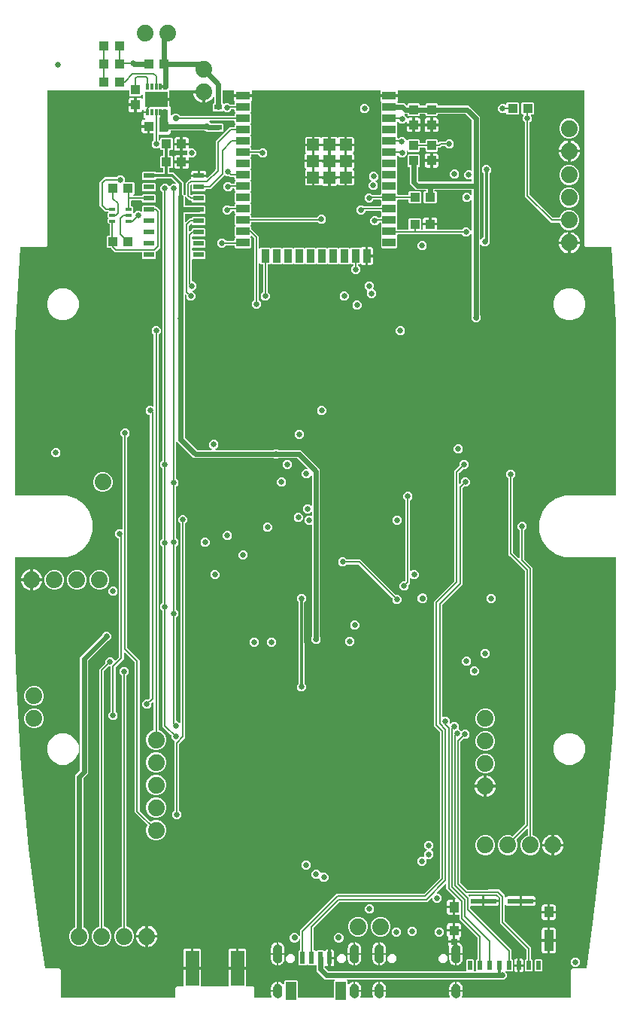
<source format=gbl>
G04 EAGLE Gerber RS-274X export*
G75*
%MOMM*%
%FSLAX34Y34*%
%LPD*%
%INBottom Copper*%
%IPPOS*%
%AMOC8*
5,1,8,0,0,1.08239X$1,22.5*%
G01*
%ADD10R,1.200000X2.000000*%
%ADD11R,0.600000X1.350000*%
%ADD12C,0.635000*%
%ADD13C,0.755600*%
%ADD14R,1.500000X4.000000*%
%ADD15R,1.000000X1.100000*%
%ADD16R,1.100000X1.000000*%
%ADD17C,1.879600*%
%ADD18R,0.830000X0.630000*%
%ADD19R,1.200000X0.600000*%
%ADD20R,0.660000X0.300000*%
%ADD21R,0.500000X1.000000*%
%ADD22R,0.720000X0.780000*%
%ADD23R,1.050000X1.080000*%
%ADD24R,1.050000X1.200000*%
%ADD25R,1.050000X2.390000*%
%ADD26R,2.910000X0.550000*%
%ADD27R,0.350000X0.800000*%
%ADD28R,2.500000X1.700000*%
%ADD29R,1.500000X0.900000*%
%ADD30R,0.900000X1.500000*%
%ADD31R,1.330000X1.330000*%
%ADD32C,0.558800*%
%ADD33C,0.660400*%
%ADD34C,0.304800*%
%ADD35C,0.177800*%
%ADD36C,0.736600*%
%ADD37C,0.705600*%

G36*
X508598Y-204D02*
X508598Y-204D01*
X508604Y-198D01*
X508609Y-201D01*
X509666Y169D01*
X509670Y176D01*
X509676Y173D01*
X510624Y769D01*
X510627Y777D01*
X510632Y776D01*
X511424Y1568D01*
X511425Y1576D01*
X511431Y1576D01*
X512027Y2524D01*
X512026Y2533D01*
X512031Y2534D01*
X512401Y3591D01*
X512400Y3595D01*
X512402Y3597D01*
X512400Y3600D01*
X512404Y3602D01*
X512529Y4715D01*
X512527Y4718D01*
X512529Y4720D01*
X512529Y6721D01*
X515071Y6721D01*
X515071Y3972D01*
X514779Y2506D01*
X514196Y1097D01*
X514185Y1053D01*
X514166Y1011D01*
X514157Y934D01*
X514139Y858D01*
X514144Y812D01*
X514139Y767D01*
X514155Y690D01*
X514162Y613D01*
X514181Y571D01*
X514191Y526D01*
X514231Y459D01*
X514262Y388D01*
X514294Y354D01*
X514317Y315D01*
X514376Y264D01*
X514429Y207D01*
X514469Y185D01*
X514504Y155D01*
X514576Y126D01*
X514644Y89D01*
X514690Y80D01*
X514732Y63D01*
X514868Y48D01*
X514886Y45D01*
X514891Y46D01*
X514899Y45D01*
X636444Y45D01*
X636464Y48D01*
X636483Y46D01*
X636585Y68D01*
X636687Y84D01*
X636704Y94D01*
X636724Y98D01*
X636813Y151D01*
X636904Y200D01*
X636918Y214D01*
X636935Y224D01*
X637002Y303D01*
X637074Y378D01*
X637082Y396D01*
X637095Y411D01*
X637134Y507D01*
X637177Y601D01*
X637179Y621D01*
X637187Y639D01*
X637205Y806D01*
X637205Y31158D01*
X638842Y32795D01*
X653912Y32795D01*
X654001Y32809D01*
X654090Y32816D01*
X654121Y32829D01*
X654155Y32834D01*
X654234Y32876D01*
X654317Y32911D01*
X654342Y32934D01*
X654372Y32950D01*
X654434Y33014D01*
X654501Y33074D01*
X654518Y33103D01*
X654542Y33128D01*
X654579Y33209D01*
X654624Y33287D01*
X654635Y33329D01*
X654645Y33351D01*
X654649Y33383D01*
X654666Y33449D01*
X661799Y83837D01*
X661799Y83844D01*
X661801Y83854D01*
X674521Y191001D01*
X674520Y191011D01*
X674523Y191024D01*
X684026Y298505D01*
X684025Y298512D01*
X684027Y298522D01*
X687564Y352265D01*
X687562Y352284D01*
X687565Y352315D01*
X687565Y494694D01*
X687562Y494714D01*
X687564Y494733D01*
X687542Y494835D01*
X687526Y494937D01*
X687516Y494954D01*
X687512Y494974D01*
X687459Y495063D01*
X687410Y495154D01*
X687396Y495168D01*
X687386Y495185D01*
X687307Y495252D01*
X687232Y495324D01*
X687214Y495332D01*
X687199Y495345D01*
X687103Y495384D01*
X687009Y495427D01*
X686989Y495429D01*
X686971Y495437D01*
X686804Y495455D01*
X630279Y495455D01*
X619871Y498837D01*
X611019Y505269D01*
X604587Y514121D01*
X601205Y524529D01*
X601205Y535471D01*
X604587Y545879D01*
X611019Y554731D01*
X619871Y561163D01*
X630279Y564545D01*
X686804Y564545D01*
X686824Y564548D01*
X686843Y564546D01*
X686945Y564568D01*
X687047Y564584D01*
X687064Y564594D01*
X687084Y564598D01*
X687173Y564651D01*
X687264Y564700D01*
X687278Y564714D01*
X687295Y564724D01*
X687362Y564803D01*
X687434Y564878D01*
X687442Y564896D01*
X687455Y564911D01*
X687494Y565007D01*
X687537Y565101D01*
X687539Y565121D01*
X687547Y565139D01*
X687565Y565306D01*
X687565Y758498D01*
X687563Y758515D01*
X687564Y758542D01*
X682681Y843987D01*
X682656Y844104D01*
X682629Y844224D01*
X682628Y844226D01*
X682628Y844228D01*
X682565Y844332D01*
X682503Y844435D01*
X682502Y844436D01*
X682501Y844438D01*
X682409Y844515D01*
X682316Y844595D01*
X682314Y844596D01*
X682313Y844597D01*
X682203Y844640D01*
X682088Y844687D01*
X682086Y844687D01*
X682084Y844688D01*
X682077Y844688D01*
X681921Y844705D01*
X653642Y844705D01*
X652005Y846342D01*
X652005Y1020000D01*
X652002Y1020020D01*
X652004Y1020039D01*
X651982Y1020141D01*
X651966Y1020243D01*
X651956Y1020260D01*
X651952Y1020280D01*
X651899Y1020369D01*
X651850Y1020460D01*
X651836Y1020474D01*
X651826Y1020491D01*
X651747Y1020558D01*
X651672Y1020630D01*
X651654Y1020638D01*
X651639Y1020651D01*
X651543Y1020690D01*
X651449Y1020733D01*
X651429Y1020735D01*
X651411Y1020743D01*
X651244Y1020761D01*
X442977Y1020761D01*
X442860Y1020742D01*
X442742Y1020724D01*
X442738Y1020722D01*
X442734Y1020722D01*
X442630Y1020666D01*
X442523Y1020611D01*
X442520Y1020608D01*
X442517Y1020606D01*
X442436Y1020521D01*
X442352Y1020435D01*
X442350Y1020431D01*
X442347Y1020428D01*
X442298Y1020321D01*
X442246Y1020213D01*
X442246Y1020209D01*
X442244Y1020205D01*
X442231Y1020087D01*
X442216Y1019969D01*
X442217Y1019964D01*
X442217Y1019961D01*
X442220Y1019947D01*
X442242Y1019803D01*
X442421Y1019134D01*
X442421Y1015823D01*
X433142Y1015823D01*
X433122Y1015820D01*
X433103Y1015822D01*
X433001Y1015800D01*
X432899Y1015783D01*
X432882Y1015774D01*
X432862Y1015770D01*
X432773Y1015717D01*
X432682Y1015668D01*
X432668Y1015654D01*
X432651Y1015644D01*
X432584Y1015565D01*
X432513Y1015490D01*
X432504Y1015472D01*
X432491Y1015457D01*
X432452Y1015361D01*
X432409Y1015267D01*
X432407Y1015247D01*
X432399Y1015229D01*
X432381Y1015062D01*
X432381Y1013538D01*
X432384Y1013518D01*
X432382Y1013499D01*
X432404Y1013397D01*
X432421Y1013295D01*
X432430Y1013278D01*
X432434Y1013258D01*
X432487Y1013169D01*
X432536Y1013078D01*
X432550Y1013064D01*
X432560Y1013047D01*
X432639Y1012980D01*
X432714Y1012909D01*
X432732Y1012900D01*
X432747Y1012887D01*
X432843Y1012848D01*
X432937Y1012805D01*
X432957Y1012803D01*
X432975Y1012795D01*
X433142Y1012777D01*
X442421Y1012777D01*
X442421Y1009466D01*
X442248Y1008819D01*
X441913Y1008240D01*
X441623Y1007950D01*
X441611Y1007933D01*
X441595Y1007921D01*
X441539Y1007834D01*
X441479Y1007750D01*
X441473Y1007731D01*
X441462Y1007714D01*
X441437Y1007614D01*
X441407Y1007515D01*
X441407Y1007495D01*
X441402Y1007475D01*
X441410Y1007372D01*
X441413Y1007269D01*
X441420Y1007250D01*
X441421Y1007230D01*
X441462Y1007135D01*
X441498Y1007038D01*
X441510Y1007022D01*
X441518Y1007004D01*
X441623Y1006873D01*
X441676Y1006819D01*
X441682Y1006793D01*
X441698Y1006691D01*
X441708Y1006674D01*
X441712Y1006654D01*
X441765Y1006565D01*
X441814Y1006474D01*
X441828Y1006460D01*
X441838Y1006443D01*
X441917Y1006376D01*
X441992Y1006304D01*
X442010Y1006296D01*
X442025Y1006283D01*
X442121Y1006244D01*
X442215Y1006201D01*
X442235Y1006199D01*
X442253Y1006191D01*
X442420Y1006173D01*
X449364Y1006173D01*
X451922Y1003615D01*
X451980Y1003573D01*
X452032Y1003524D01*
X452079Y1003502D01*
X452121Y1003472D01*
X452190Y1003450D01*
X452255Y1003420D01*
X452307Y1003415D01*
X452357Y1003399D01*
X452428Y1003401D01*
X452499Y1003393D01*
X452550Y1003404D01*
X452602Y1003406D01*
X452670Y1003430D01*
X452740Y1003445D01*
X452785Y1003472D01*
X452833Y1003490D01*
X452889Y1003535D01*
X452951Y1003572D01*
X452985Y1003611D01*
X453025Y1003644D01*
X453064Y1003704D01*
X453111Y1003758D01*
X453130Y1003807D01*
X453158Y1003851D01*
X453176Y1003920D01*
X453203Y1003987D01*
X453211Y1004058D01*
X453219Y1004089D01*
X453217Y1004112D01*
X453221Y1004153D01*
X453221Y1004737D01*
X454263Y1005779D01*
X465737Y1005779D01*
X466779Y1004737D01*
X466779Y1003834D01*
X466782Y1003814D01*
X466780Y1003795D01*
X466802Y1003693D01*
X466818Y1003591D01*
X466828Y1003574D01*
X466832Y1003554D01*
X466885Y1003465D01*
X466934Y1003374D01*
X466948Y1003360D01*
X466958Y1003343D01*
X467037Y1003276D01*
X467112Y1003204D01*
X467130Y1003196D01*
X467145Y1003183D01*
X467241Y1003144D01*
X467335Y1003101D01*
X467355Y1003099D01*
X467373Y1003091D01*
X467540Y1003073D01*
X472460Y1003073D01*
X472480Y1003076D01*
X472499Y1003074D01*
X472601Y1003096D01*
X472703Y1003112D01*
X472720Y1003122D01*
X472740Y1003126D01*
X472829Y1003179D01*
X472920Y1003228D01*
X472934Y1003242D01*
X472951Y1003252D01*
X473018Y1003331D01*
X473090Y1003406D01*
X473098Y1003424D01*
X473111Y1003439D01*
X473150Y1003535D01*
X473193Y1003629D01*
X473195Y1003649D01*
X473203Y1003667D01*
X473221Y1003834D01*
X473221Y1004737D01*
X474263Y1005779D01*
X485737Y1005779D01*
X486779Y1004737D01*
X486779Y1003834D01*
X486782Y1003814D01*
X486780Y1003795D01*
X486802Y1003693D01*
X486818Y1003591D01*
X486828Y1003574D01*
X486832Y1003554D01*
X486885Y1003465D01*
X486934Y1003374D01*
X486948Y1003360D01*
X486958Y1003343D01*
X487037Y1003276D01*
X487112Y1003204D01*
X487130Y1003196D01*
X487145Y1003183D01*
X487241Y1003144D01*
X487335Y1003101D01*
X487355Y1003099D01*
X487373Y1003091D01*
X487540Y1003073D01*
X521994Y1003073D01*
X534523Y990544D01*
X534523Y853546D01*
X534534Y853475D01*
X534536Y853403D01*
X534554Y853354D01*
X534562Y853303D01*
X534596Y853240D01*
X534621Y853172D01*
X534653Y853132D01*
X534678Y853086D01*
X534730Y853036D01*
X534774Y852980D01*
X534818Y852952D01*
X534856Y852916D01*
X534921Y852886D01*
X534981Y852847D01*
X535032Y852835D01*
X535079Y852813D01*
X535150Y852805D01*
X535220Y852787D01*
X535272Y852791D01*
X535323Y852786D01*
X535394Y852801D01*
X535465Y852806D01*
X535513Y852827D01*
X535564Y852838D01*
X535625Y852875D01*
X535691Y852903D01*
X535747Y852947D01*
X535775Y852964D01*
X535790Y852982D01*
X535822Y853007D01*
X537895Y855081D01*
X537936Y855081D01*
X537956Y855084D01*
X537975Y855082D01*
X538077Y855104D01*
X538179Y855120D01*
X538196Y855130D01*
X538216Y855134D01*
X538305Y855187D01*
X538396Y855236D01*
X538410Y855250D01*
X538427Y855260D01*
X538494Y855339D01*
X538566Y855414D01*
X538574Y855432D01*
X538587Y855447D01*
X538626Y855543D01*
X538669Y855637D01*
X538671Y855657D01*
X538679Y855675D01*
X538697Y855842D01*
X538697Y926971D01*
X538683Y927061D01*
X538675Y927152D01*
X538663Y927182D01*
X538658Y927214D01*
X538615Y927295D01*
X538579Y927378D01*
X538553Y927411D01*
X538542Y927431D01*
X538519Y927453D01*
X538474Y927509D01*
X536919Y929064D01*
X536919Y933274D01*
X539895Y936250D01*
X544105Y936250D01*
X547081Y933274D01*
X547081Y929064D01*
X545526Y927509D01*
X545473Y927436D01*
X545413Y927366D01*
X545401Y927336D01*
X545382Y927310D01*
X545355Y927223D01*
X545321Y927138D01*
X545317Y927097D01*
X545310Y927075D01*
X545311Y927042D01*
X545303Y926971D01*
X545303Y850632D01*
X545251Y850559D01*
X545191Y850490D01*
X545179Y850459D01*
X545160Y850433D01*
X545133Y850346D01*
X545099Y850261D01*
X545095Y850220D01*
X545088Y850198D01*
X545089Y850166D01*
X545081Y850095D01*
X545081Y847895D01*
X542105Y844919D01*
X537895Y844919D01*
X535822Y846993D01*
X535764Y847034D01*
X535712Y847084D01*
X535665Y847106D01*
X535623Y847136D01*
X535554Y847157D01*
X535489Y847187D01*
X535437Y847193D01*
X535387Y847208D01*
X535316Y847207D01*
X535245Y847214D01*
X535194Y847203D01*
X535142Y847202D01*
X535074Y847177D01*
X535004Y847162D01*
X534959Y847135D01*
X534911Y847118D01*
X534855Y847073D01*
X534793Y847036D01*
X534759Y846996D01*
X534719Y846964D01*
X534680Y846904D01*
X534633Y846849D01*
X534614Y846801D01*
X534586Y846757D01*
X534568Y846688D01*
X534541Y846621D01*
X534533Y846550D01*
X534525Y846518D01*
X534527Y846495D01*
X534523Y846454D01*
X534523Y768268D01*
X534537Y768178D01*
X534545Y768087D01*
X534557Y768057D01*
X534562Y768025D01*
X534605Y767944D01*
X534641Y767861D01*
X534667Y767828D01*
X534678Y767808D01*
X534701Y767786D01*
X534746Y767730D01*
X535421Y767055D01*
X535421Y762845D01*
X532445Y759869D01*
X528235Y759869D01*
X525259Y762845D01*
X525259Y767084D01*
X525267Y767093D01*
X525279Y767123D01*
X525298Y767149D01*
X525325Y767236D01*
X525359Y767321D01*
X525363Y767362D01*
X525370Y767384D01*
X525369Y767417D01*
X525377Y767488D01*
X525377Y858354D01*
X525366Y858425D01*
X525364Y858497D01*
X525346Y858546D01*
X525338Y858597D01*
X525304Y858660D01*
X525279Y858728D01*
X525247Y858768D01*
X525222Y858814D01*
X525170Y858864D01*
X525126Y858920D01*
X525082Y858948D01*
X525044Y858984D01*
X524979Y859014D01*
X524919Y859053D01*
X524868Y859065D01*
X524821Y859087D01*
X524750Y859095D01*
X524680Y859113D01*
X524628Y859109D01*
X524577Y859114D01*
X524506Y859099D01*
X524435Y859094D01*
X524387Y859073D01*
X524336Y859062D01*
X524275Y859025D01*
X524209Y858997D01*
X524153Y858953D01*
X524125Y858936D01*
X524110Y858918D01*
X524078Y858893D01*
X521105Y855919D01*
X516895Y855919D01*
X514705Y858109D01*
X514632Y858162D01*
X514562Y858222D01*
X514532Y858234D01*
X514506Y858253D01*
X514419Y858280D01*
X514334Y858314D01*
X514293Y858318D01*
X514271Y858325D01*
X514238Y858324D01*
X514167Y858332D01*
X442420Y858332D01*
X442400Y858329D01*
X442381Y858331D01*
X442279Y858309D01*
X442177Y858293D01*
X442160Y858283D01*
X442140Y858279D01*
X442051Y858226D01*
X441960Y858177D01*
X441946Y858163D01*
X441929Y858153D01*
X441862Y858074D01*
X441790Y857999D01*
X441782Y857981D01*
X441769Y857966D01*
X441730Y857870D01*
X441687Y857776D01*
X441685Y857756D01*
X441677Y857738D01*
X441659Y857571D01*
X441659Y856663D01*
X441084Y856088D01*
X441072Y856072D01*
X441057Y856060D01*
X441001Y855972D01*
X440940Y855889D01*
X440934Y855870D01*
X440924Y855853D01*
X440898Y855752D01*
X440868Y855653D01*
X440868Y855634D01*
X440864Y855614D01*
X440872Y855511D01*
X440874Y855408D01*
X440881Y855389D01*
X440883Y855369D01*
X440923Y855274D01*
X440959Y855177D01*
X440971Y855161D01*
X440979Y855143D01*
X441084Y855012D01*
X441659Y854437D01*
X441659Y843963D01*
X440617Y842921D01*
X424143Y842921D01*
X423101Y843963D01*
X423101Y854437D01*
X423676Y855012D01*
X423688Y855028D01*
X423703Y855040D01*
X423759Y855128D01*
X423820Y855211D01*
X423826Y855230D01*
X423836Y855247D01*
X423862Y855348D01*
X423892Y855447D01*
X423892Y855466D01*
X423896Y855486D01*
X423888Y855589D01*
X423886Y855692D01*
X423879Y855711D01*
X423877Y855731D01*
X423837Y855826D01*
X423801Y855923D01*
X423789Y855939D01*
X423781Y855957D01*
X423676Y856088D01*
X423101Y856663D01*
X423101Y867137D01*
X423676Y867712D01*
X423688Y867728D01*
X423703Y867740D01*
X423759Y867828D01*
X423820Y867911D01*
X423826Y867930D01*
X423836Y867947D01*
X423862Y868048D01*
X423892Y868147D01*
X423892Y868166D01*
X423896Y868186D01*
X423888Y868289D01*
X423886Y868392D01*
X423879Y868411D01*
X423877Y868431D01*
X423837Y868526D01*
X423801Y868623D01*
X423789Y868639D01*
X423781Y868657D01*
X423676Y868788D01*
X423101Y869363D01*
X423101Y871171D01*
X423098Y871191D01*
X423100Y871210D01*
X423078Y871312D01*
X423062Y871414D01*
X423052Y871431D01*
X423048Y871451D01*
X422995Y871540D01*
X422946Y871631D01*
X422932Y871645D01*
X422922Y871662D01*
X422843Y871729D01*
X422768Y871801D01*
X422750Y871809D01*
X422735Y871822D01*
X422639Y871861D01*
X422545Y871904D01*
X422525Y871906D01*
X422507Y871914D01*
X422340Y871932D01*
X421840Y871932D01*
X421750Y871918D01*
X421659Y871910D01*
X421629Y871898D01*
X421597Y871893D01*
X421516Y871850D01*
X421433Y871814D01*
X421400Y871788D01*
X421380Y871777D01*
X421358Y871754D01*
X421302Y871709D01*
X418272Y868679D01*
X414062Y868679D01*
X411086Y871655D01*
X411086Y875865D01*
X414062Y878841D01*
X418272Y878841D01*
X419622Y877491D01*
X419695Y877438D01*
X419765Y877378D01*
X419795Y877366D01*
X419821Y877347D01*
X419908Y877320D01*
X419993Y877286D01*
X420034Y877282D01*
X420056Y877275D01*
X420089Y877276D01*
X420160Y877268D01*
X422340Y877268D01*
X422360Y877271D01*
X422379Y877269D01*
X422481Y877291D01*
X422583Y877307D01*
X422600Y877317D01*
X422620Y877321D01*
X422709Y877374D01*
X422800Y877423D01*
X422814Y877437D01*
X422831Y877447D01*
X422898Y877526D01*
X422970Y877601D01*
X422978Y877619D01*
X422991Y877634D01*
X423030Y877730D01*
X423073Y877824D01*
X423075Y877844D01*
X423083Y877862D01*
X423101Y878029D01*
X423101Y879837D01*
X423676Y880412D01*
X423688Y880428D01*
X423703Y880440D01*
X423759Y880528D01*
X423820Y880611D01*
X423826Y880630D01*
X423836Y880647D01*
X423862Y880748D01*
X423892Y880847D01*
X423892Y880866D01*
X423896Y880886D01*
X423888Y880989D01*
X423886Y881092D01*
X423879Y881111D01*
X423877Y881131D01*
X423837Y881226D01*
X423801Y881323D01*
X423789Y881339D01*
X423781Y881357D01*
X423676Y881488D01*
X423101Y882063D01*
X423101Y883871D01*
X423099Y883885D01*
X423100Y883895D01*
X423099Y883901D01*
X423100Y883910D01*
X423078Y884012D01*
X423062Y884114D01*
X423052Y884131D01*
X423048Y884151D01*
X422995Y884240D01*
X422946Y884331D01*
X422932Y884345D01*
X422922Y884362D01*
X422843Y884429D01*
X422768Y884501D01*
X422750Y884509D01*
X422735Y884522D01*
X422639Y884561D01*
X422545Y884604D01*
X422525Y884606D01*
X422507Y884614D01*
X422340Y884632D01*
X406515Y884632D01*
X406495Y884629D01*
X406476Y884631D01*
X406374Y884609D01*
X406272Y884593D01*
X406255Y884583D01*
X406235Y884579D01*
X406146Y884526D01*
X406055Y884477D01*
X406041Y884463D01*
X406024Y884453D01*
X405957Y884374D01*
X405885Y884299D01*
X405877Y884281D01*
X405864Y884266D01*
X405825Y884170D01*
X405782Y884076D01*
X405780Y884056D01*
X405772Y884038D01*
X405757Y883899D01*
X402778Y880919D01*
X398568Y880919D01*
X395592Y883895D01*
X395592Y888105D01*
X398568Y891081D01*
X402778Y891081D01*
X403668Y890191D01*
X403741Y890138D01*
X403811Y890078D01*
X403841Y890066D01*
X403867Y890047D01*
X403954Y890020D01*
X404039Y889986D01*
X404080Y889982D01*
X404102Y889975D01*
X404135Y889976D01*
X404206Y889968D01*
X422340Y889968D01*
X422360Y889971D01*
X422379Y889969D01*
X422481Y889991D01*
X422583Y890007D01*
X422600Y890017D01*
X422620Y890021D01*
X422709Y890074D01*
X422800Y890123D01*
X422814Y890137D01*
X422831Y890147D01*
X422898Y890226D01*
X422970Y890301D01*
X422978Y890319D01*
X422991Y890334D01*
X423030Y890430D01*
X423073Y890524D01*
X423075Y890544D01*
X423083Y890562D01*
X423101Y890729D01*
X423101Y892537D01*
X423676Y893112D01*
X423688Y893128D01*
X423703Y893140D01*
X423759Y893228D01*
X423820Y893311D01*
X423826Y893330D01*
X423836Y893347D01*
X423862Y893448D01*
X423892Y893547D01*
X423892Y893566D01*
X423896Y893586D01*
X423888Y893689D01*
X423886Y893792D01*
X423879Y893811D01*
X423877Y893831D01*
X423837Y893926D01*
X423801Y894023D01*
X423789Y894039D01*
X423781Y894057D01*
X423676Y894188D01*
X423101Y894763D01*
X423101Y896571D01*
X423098Y896591D01*
X423100Y896610D01*
X423078Y896712D01*
X423062Y896814D01*
X423052Y896831D01*
X423048Y896851D01*
X422995Y896940D01*
X422946Y897031D01*
X422932Y897045D01*
X422922Y897062D01*
X422843Y897129D01*
X422768Y897201D01*
X422750Y897209D01*
X422735Y897222D01*
X422639Y897261D01*
X422545Y897304D01*
X422525Y897306D01*
X422507Y897314D01*
X422340Y897332D01*
X414953Y897332D01*
X414863Y897318D01*
X414772Y897310D01*
X414742Y897298D01*
X414710Y897293D01*
X414629Y897250D01*
X414546Y897214D01*
X414513Y897188D01*
X414493Y897177D01*
X414471Y897154D01*
X414415Y897109D01*
X411795Y894489D01*
X407585Y894489D01*
X404609Y897465D01*
X404609Y901675D01*
X407585Y904651D01*
X411795Y904651D01*
X413555Y902891D01*
X413628Y902838D01*
X413698Y902778D01*
X413728Y902766D01*
X413754Y902747D01*
X413841Y902720D01*
X413926Y902686D01*
X413967Y902682D01*
X413989Y902675D01*
X414022Y902676D01*
X414093Y902668D01*
X422340Y902668D01*
X422360Y902671D01*
X422379Y902669D01*
X422481Y902691D01*
X422583Y902707D01*
X422600Y902717D01*
X422620Y902721D01*
X422709Y902774D01*
X422800Y902823D01*
X422814Y902837D01*
X422831Y902847D01*
X422898Y902926D01*
X422970Y903001D01*
X422978Y903019D01*
X422991Y903034D01*
X423030Y903130D01*
X423073Y903224D01*
X423075Y903244D01*
X423083Y903262D01*
X423101Y903429D01*
X423101Y905237D01*
X423676Y905812D01*
X423688Y905828D01*
X423703Y905840D01*
X423759Y905928D01*
X423820Y906011D01*
X423826Y906030D01*
X423836Y906047D01*
X423862Y906148D01*
X423892Y906247D01*
X423892Y906266D01*
X423896Y906286D01*
X423888Y906389D01*
X423886Y906492D01*
X423879Y906511D01*
X423877Y906531D01*
X423837Y906626D01*
X423801Y906723D01*
X423789Y906739D01*
X423781Y906757D01*
X423676Y906888D01*
X423101Y907463D01*
X423101Y917937D01*
X423676Y918512D01*
X423688Y918528D01*
X423703Y918540D01*
X423759Y918628D01*
X423820Y918711D01*
X423826Y918730D01*
X423836Y918747D01*
X423862Y918848D01*
X423892Y918947D01*
X423892Y918966D01*
X423896Y918986D01*
X423888Y919089D01*
X423886Y919192D01*
X423879Y919211D01*
X423877Y919231D01*
X423837Y919326D01*
X423801Y919423D01*
X423789Y919439D01*
X423781Y919457D01*
X423676Y919588D01*
X423101Y920163D01*
X423101Y930637D01*
X423676Y931212D01*
X423688Y931228D01*
X423703Y931240D01*
X423759Y931328D01*
X423820Y931411D01*
X423826Y931430D01*
X423836Y931447D01*
X423862Y931548D01*
X423892Y931647D01*
X423892Y931666D01*
X423896Y931686D01*
X423888Y931789D01*
X423886Y931892D01*
X423879Y931911D01*
X423877Y931931D01*
X423837Y932026D01*
X423801Y932123D01*
X423789Y932139D01*
X423781Y932157D01*
X423676Y932288D01*
X423101Y932863D01*
X423101Y943337D01*
X423676Y943912D01*
X423688Y943928D01*
X423703Y943940D01*
X423759Y944028D01*
X423820Y944111D01*
X423826Y944130D01*
X423836Y944147D01*
X423862Y944248D01*
X423892Y944347D01*
X423892Y944366D01*
X423896Y944386D01*
X423888Y944489D01*
X423886Y944592D01*
X423879Y944611D01*
X423877Y944631D01*
X423837Y944726D01*
X423801Y944823D01*
X423789Y944839D01*
X423781Y944857D01*
X423676Y944988D01*
X423101Y945563D01*
X423101Y956037D01*
X423676Y956612D01*
X423688Y956628D01*
X423703Y956640D01*
X423759Y956728D01*
X423820Y956811D01*
X423826Y956830D01*
X423836Y956847D01*
X423862Y956948D01*
X423892Y957047D01*
X423892Y957066D01*
X423896Y957086D01*
X423888Y957189D01*
X423886Y957292D01*
X423879Y957311D01*
X423877Y957331D01*
X423837Y957426D01*
X423801Y957523D01*
X423789Y957539D01*
X423781Y957557D01*
X423676Y957688D01*
X423101Y958263D01*
X423101Y968737D01*
X423676Y969312D01*
X423688Y969328D01*
X423703Y969340D01*
X423759Y969428D01*
X423820Y969511D01*
X423826Y969530D01*
X423836Y969547D01*
X423862Y969648D01*
X423892Y969747D01*
X423892Y969766D01*
X423896Y969786D01*
X423888Y969889D01*
X423886Y969992D01*
X423879Y970011D01*
X423877Y970031D01*
X423837Y970126D01*
X423801Y970223D01*
X423789Y970239D01*
X423781Y970257D01*
X423693Y970367D01*
X423692Y970368D01*
X423692Y970369D01*
X423676Y970388D01*
X423101Y970963D01*
X423101Y981437D01*
X423676Y982012D01*
X423688Y982028D01*
X423703Y982040D01*
X423759Y982128D01*
X423820Y982211D01*
X423826Y982230D01*
X423836Y982247D01*
X423862Y982348D01*
X423892Y982447D01*
X423892Y982466D01*
X423896Y982486D01*
X423888Y982589D01*
X423886Y982692D01*
X423879Y982711D01*
X423877Y982731D01*
X423837Y982826D01*
X423801Y982923D01*
X423789Y982939D01*
X423781Y982957D01*
X423676Y983088D01*
X423101Y983663D01*
X423101Y994137D01*
X423676Y994712D01*
X423688Y994728D01*
X423703Y994740D01*
X423759Y994828D01*
X423820Y994911D01*
X423826Y994930D01*
X423836Y994947D01*
X423862Y995048D01*
X423892Y995147D01*
X423892Y995166D01*
X423896Y995186D01*
X423888Y995289D01*
X423886Y995392D01*
X423879Y995411D01*
X423877Y995431D01*
X423837Y995526D01*
X423801Y995623D01*
X423789Y995639D01*
X423781Y995657D01*
X423676Y995788D01*
X423101Y996363D01*
X423101Y1006837D01*
X423137Y1006873D01*
X423149Y1006889D01*
X423165Y1006902D01*
X423221Y1006989D01*
X423281Y1007073D01*
X423287Y1007092D01*
X423298Y1007108D01*
X423323Y1007209D01*
X423353Y1007308D01*
X423353Y1007328D01*
X423358Y1007347D01*
X423350Y1007450D01*
X423347Y1007554D01*
X423340Y1007572D01*
X423339Y1007592D01*
X423298Y1007687D01*
X423262Y1007785D01*
X423250Y1007800D01*
X423242Y1007819D01*
X423137Y1007950D01*
X422847Y1008240D01*
X422512Y1008819D01*
X422339Y1009466D01*
X422339Y1012777D01*
X431618Y1012777D01*
X431638Y1012780D01*
X431657Y1012778D01*
X431759Y1012800D01*
X431861Y1012817D01*
X431878Y1012826D01*
X431898Y1012830D01*
X431987Y1012883D01*
X432078Y1012932D01*
X432092Y1012946D01*
X432109Y1012956D01*
X432176Y1013035D01*
X432247Y1013110D01*
X432256Y1013128D01*
X432269Y1013143D01*
X432308Y1013239D01*
X432351Y1013333D01*
X432353Y1013353D01*
X432361Y1013371D01*
X432379Y1013538D01*
X432379Y1015062D01*
X432376Y1015082D01*
X432378Y1015101D01*
X432356Y1015203D01*
X432339Y1015305D01*
X432330Y1015322D01*
X432326Y1015342D01*
X432273Y1015431D01*
X432224Y1015522D01*
X432210Y1015536D01*
X432200Y1015553D01*
X432121Y1015620D01*
X432046Y1015691D01*
X432028Y1015700D01*
X432013Y1015713D01*
X431917Y1015752D01*
X431823Y1015795D01*
X431803Y1015797D01*
X431785Y1015805D01*
X431618Y1015823D01*
X422339Y1015823D01*
X422339Y1019134D01*
X422518Y1019803D01*
X422530Y1019922D01*
X422543Y1020039D01*
X422542Y1020044D01*
X422543Y1020048D01*
X422517Y1020163D01*
X422491Y1020280D01*
X422489Y1020283D01*
X422488Y1020287D01*
X422426Y1020389D01*
X422365Y1020491D01*
X422362Y1020494D01*
X422360Y1020497D01*
X422269Y1020573D01*
X422178Y1020651D01*
X422174Y1020652D01*
X422171Y1020655D01*
X422061Y1020698D01*
X421950Y1020743D01*
X421945Y1020743D01*
X421942Y1020745D01*
X421928Y1020745D01*
X421783Y1020761D01*
X278217Y1020761D01*
X278100Y1020742D01*
X277982Y1020724D01*
X277978Y1020722D01*
X277974Y1020722D01*
X277870Y1020666D01*
X277763Y1020611D01*
X277760Y1020608D01*
X277757Y1020606D01*
X277676Y1020521D01*
X277592Y1020435D01*
X277590Y1020431D01*
X277587Y1020428D01*
X277538Y1020321D01*
X277486Y1020213D01*
X277486Y1020209D01*
X277484Y1020205D01*
X277471Y1020087D01*
X277456Y1019969D01*
X277457Y1019964D01*
X277457Y1019961D01*
X277460Y1019947D01*
X277482Y1019803D01*
X277661Y1019134D01*
X277661Y1015823D01*
X268382Y1015823D01*
X268362Y1015820D01*
X268343Y1015822D01*
X268241Y1015800D01*
X268139Y1015783D01*
X268122Y1015774D01*
X268102Y1015770D01*
X268013Y1015717D01*
X267922Y1015668D01*
X267908Y1015654D01*
X267891Y1015644D01*
X267824Y1015565D01*
X267753Y1015490D01*
X267744Y1015472D01*
X267731Y1015457D01*
X267692Y1015361D01*
X267649Y1015267D01*
X267647Y1015247D01*
X267639Y1015229D01*
X267621Y1015062D01*
X267621Y1013538D01*
X267624Y1013518D01*
X267622Y1013499D01*
X267644Y1013397D01*
X267661Y1013295D01*
X267670Y1013278D01*
X267674Y1013258D01*
X267727Y1013169D01*
X267776Y1013078D01*
X267790Y1013064D01*
X267800Y1013047D01*
X267879Y1012980D01*
X267954Y1012909D01*
X267972Y1012900D01*
X267987Y1012887D01*
X268083Y1012848D01*
X268177Y1012805D01*
X268197Y1012803D01*
X268215Y1012795D01*
X268382Y1012777D01*
X277661Y1012777D01*
X277661Y1009466D01*
X277488Y1008819D01*
X277153Y1008240D01*
X276863Y1007949D01*
X276851Y1007933D01*
X276835Y1007921D01*
X276779Y1007834D01*
X276719Y1007750D01*
X276713Y1007731D01*
X276702Y1007714D01*
X276677Y1007614D01*
X276647Y1007515D01*
X276647Y1007495D01*
X276642Y1007475D01*
X276650Y1007372D01*
X276653Y1007269D01*
X276660Y1007250D01*
X276661Y1007230D01*
X276702Y1007135D01*
X276738Y1007038D01*
X276750Y1007022D01*
X276758Y1007004D01*
X276863Y1006873D01*
X276899Y1006837D01*
X276899Y996363D01*
X276324Y995788D01*
X276312Y995772D01*
X276297Y995760D01*
X276241Y995672D01*
X276180Y995589D01*
X276174Y995570D01*
X276164Y995553D01*
X276138Y995452D01*
X276108Y995353D01*
X276108Y995334D01*
X276104Y995314D01*
X276112Y995211D01*
X276114Y995108D01*
X276121Y995089D01*
X276123Y995069D01*
X276163Y994974D01*
X276199Y994877D01*
X276211Y994861D01*
X276219Y994843D01*
X276324Y994712D01*
X276899Y994137D01*
X276899Y983663D01*
X276324Y983088D01*
X276312Y983072D01*
X276297Y983060D01*
X276241Y982972D01*
X276180Y982889D01*
X276174Y982870D01*
X276164Y982853D01*
X276138Y982752D01*
X276108Y982653D01*
X276108Y982634D01*
X276104Y982614D01*
X276112Y982511D01*
X276114Y982408D01*
X276121Y982389D01*
X276123Y982369D01*
X276163Y982274D01*
X276199Y982177D01*
X276211Y982161D01*
X276219Y982143D01*
X276324Y982012D01*
X276899Y981437D01*
X276899Y970963D01*
X276324Y970388D01*
X276312Y970372D01*
X276297Y970360D01*
X276266Y970311D01*
X276260Y970305D01*
X276255Y970295D01*
X276241Y970272D01*
X276180Y970189D01*
X276174Y970170D01*
X276164Y970153D01*
X276138Y970052D01*
X276108Y969953D01*
X276108Y969934D01*
X276104Y969914D01*
X276112Y969811D01*
X276114Y969708D01*
X276121Y969689D01*
X276123Y969669D01*
X276163Y969574D01*
X276199Y969477D01*
X276211Y969461D01*
X276219Y969443D01*
X276324Y969312D01*
X276899Y968737D01*
X276899Y958263D01*
X276324Y957688D01*
X276312Y957672D01*
X276297Y957660D01*
X276241Y957572D01*
X276180Y957489D01*
X276174Y957470D01*
X276164Y957453D01*
X276138Y957352D01*
X276108Y957253D01*
X276108Y957234D01*
X276104Y957214D01*
X276112Y957111D01*
X276114Y957008D01*
X276121Y956989D01*
X276123Y956969D01*
X276163Y956874D01*
X276199Y956777D01*
X276211Y956761D01*
X276219Y956743D01*
X276324Y956612D01*
X276899Y956037D01*
X276899Y954229D01*
X276902Y954209D01*
X276900Y954190D01*
X276922Y954088D01*
X276938Y953986D01*
X276948Y953969D01*
X276952Y953949D01*
X277005Y953860D01*
X277054Y953769D01*
X277068Y953755D01*
X277078Y953738D01*
X277157Y953671D01*
X277232Y953599D01*
X277250Y953591D01*
X277265Y953578D01*
X277361Y953539D01*
X277455Y953496D01*
X277475Y953494D01*
X277493Y953486D01*
X277660Y953468D01*
X285967Y953468D01*
X286057Y953482D01*
X286148Y953490D01*
X286178Y953502D01*
X286210Y953507D01*
X286291Y953550D01*
X286374Y953586D01*
X286407Y953612D01*
X286427Y953623D01*
X286449Y953646D01*
X286505Y953691D01*
X287895Y955081D01*
X292105Y955081D01*
X295081Y952105D01*
X295081Y947895D01*
X292105Y944919D01*
X287895Y944919D01*
X284905Y947909D01*
X284832Y947962D01*
X284762Y948022D01*
X284732Y948034D01*
X284706Y948053D01*
X284619Y948080D01*
X284534Y948114D01*
X284493Y948118D01*
X284471Y948125D01*
X284438Y948124D01*
X284367Y948132D01*
X277660Y948132D01*
X277640Y948129D01*
X277621Y948131D01*
X277519Y948109D01*
X277417Y948093D01*
X277400Y948083D01*
X277380Y948079D01*
X277291Y948026D01*
X277200Y947977D01*
X277186Y947963D01*
X277169Y947953D01*
X277102Y947874D01*
X277030Y947799D01*
X277022Y947781D01*
X277009Y947766D01*
X276970Y947670D01*
X276927Y947576D01*
X276925Y947556D01*
X276917Y947538D01*
X276899Y947371D01*
X276899Y945563D01*
X276324Y944988D01*
X276312Y944972D01*
X276297Y944960D01*
X276241Y944872D01*
X276180Y944789D01*
X276174Y944770D01*
X276164Y944753D01*
X276138Y944652D01*
X276108Y944553D01*
X276108Y944534D01*
X276104Y944514D01*
X276112Y944411D01*
X276114Y944308D01*
X276121Y944289D01*
X276123Y944269D01*
X276163Y944174D01*
X276199Y944077D01*
X276211Y944061D01*
X276219Y944043D01*
X276324Y943912D01*
X276899Y943337D01*
X276899Y932863D01*
X276324Y932288D01*
X276312Y932272D01*
X276297Y932260D01*
X276241Y932172D01*
X276180Y932089D01*
X276174Y932070D01*
X276164Y932053D01*
X276138Y931952D01*
X276108Y931853D01*
X276108Y931834D01*
X276104Y931814D01*
X276112Y931711D01*
X276114Y931608D01*
X276121Y931589D01*
X276123Y931569D01*
X276163Y931474D01*
X276199Y931377D01*
X276211Y931361D01*
X276219Y931343D01*
X276324Y931212D01*
X276899Y930637D01*
X276899Y920163D01*
X276324Y919588D01*
X276312Y919572D01*
X276297Y919560D01*
X276241Y919472D01*
X276180Y919389D01*
X276174Y919370D01*
X276164Y919353D01*
X276138Y919252D01*
X276108Y919153D01*
X276108Y919134D01*
X276104Y919114D01*
X276112Y919011D01*
X276114Y918908D01*
X276121Y918889D01*
X276123Y918869D01*
X276163Y918774D01*
X276199Y918677D01*
X276211Y918661D01*
X276219Y918643D01*
X276324Y918512D01*
X276899Y917937D01*
X276899Y907463D01*
X276324Y906888D01*
X276312Y906872D01*
X276297Y906860D01*
X276241Y906772D01*
X276180Y906689D01*
X276174Y906670D01*
X276164Y906653D01*
X276138Y906552D01*
X276108Y906453D01*
X276108Y906434D01*
X276104Y906414D01*
X276112Y906311D01*
X276114Y906208D01*
X276121Y906189D01*
X276123Y906169D01*
X276163Y906074D01*
X276199Y905977D01*
X276211Y905961D01*
X276219Y905943D01*
X276324Y905812D01*
X276899Y905237D01*
X276899Y894763D01*
X276324Y894188D01*
X276312Y894172D01*
X276297Y894160D01*
X276241Y894072D01*
X276180Y893989D01*
X276174Y893970D01*
X276164Y893953D01*
X276138Y893852D01*
X276108Y893753D01*
X276108Y893734D01*
X276104Y893714D01*
X276112Y893611D01*
X276114Y893508D01*
X276121Y893489D01*
X276123Y893469D01*
X276163Y893374D01*
X276199Y893277D01*
X276211Y893261D01*
X276219Y893243D01*
X276324Y893112D01*
X276899Y892537D01*
X276899Y882063D01*
X276324Y881488D01*
X276312Y881472D01*
X276297Y881460D01*
X276241Y881372D01*
X276180Y881289D01*
X276174Y881270D01*
X276164Y881253D01*
X276138Y881152D01*
X276108Y881053D01*
X276108Y881034D01*
X276104Y881014D01*
X276112Y880911D01*
X276114Y880808D01*
X276121Y880789D01*
X276123Y880769D01*
X276163Y880674D01*
X276199Y880577D01*
X276211Y880561D01*
X276219Y880543D01*
X276324Y880412D01*
X276899Y879837D01*
X276899Y878029D01*
X276902Y878009D01*
X276900Y877990D01*
X276922Y877888D01*
X276938Y877786D01*
X276948Y877769D01*
X276952Y877749D01*
X277005Y877660D01*
X277054Y877569D01*
X277068Y877555D01*
X277078Y877538D01*
X277157Y877471D01*
X277232Y877399D01*
X277250Y877391D01*
X277265Y877378D01*
X277361Y877339D01*
X277455Y877296D01*
X277475Y877294D01*
X277493Y877286D01*
X277660Y877268D01*
X350537Y877268D01*
X350627Y877282D01*
X350718Y877290D01*
X350748Y877302D01*
X350780Y877307D01*
X350861Y877350D01*
X350944Y877386D01*
X350977Y877412D01*
X350997Y877423D01*
X351019Y877446D01*
X351075Y877491D01*
X353935Y880351D01*
X358145Y880351D01*
X361121Y877375D01*
X361121Y873165D01*
X358145Y870189D01*
X353935Y870189D01*
X352415Y871709D01*
X352342Y871762D01*
X352272Y871822D01*
X352242Y871834D01*
X352216Y871853D01*
X352129Y871880D01*
X352044Y871914D01*
X352003Y871918D01*
X351981Y871925D01*
X351948Y871924D01*
X351877Y871932D01*
X277660Y871932D01*
X277640Y871929D01*
X277621Y871931D01*
X277519Y871909D01*
X277417Y871893D01*
X277400Y871883D01*
X277380Y871879D01*
X277291Y871826D01*
X277200Y871777D01*
X277186Y871763D01*
X277169Y871753D01*
X277102Y871674D01*
X277030Y871599D01*
X277022Y871581D01*
X277009Y871566D01*
X276970Y871470D01*
X276927Y871376D01*
X276925Y871356D01*
X276917Y871338D01*
X276899Y871171D01*
X276899Y869363D01*
X276324Y868788D01*
X276312Y868772D01*
X276297Y868760D01*
X276241Y868672D01*
X276180Y868589D01*
X276174Y868570D01*
X276164Y868553D01*
X276138Y868452D01*
X276108Y868353D01*
X276108Y868334D01*
X276104Y868314D01*
X276112Y868211D01*
X276114Y868108D01*
X276121Y868089D01*
X276123Y868069D01*
X276163Y867974D01*
X276199Y867877D01*
X276211Y867861D01*
X276219Y867843D01*
X276324Y867712D01*
X276899Y867137D01*
X276899Y865189D01*
X276913Y865099D01*
X276921Y865008D01*
X276933Y864979D01*
X276938Y864947D01*
X276981Y864866D01*
X277017Y864782D01*
X277043Y864750D01*
X277054Y864729D01*
X277077Y864707D01*
X277122Y864651D01*
X285668Y856105D01*
X285668Y843471D01*
X285679Y843400D01*
X285681Y843329D01*
X285699Y843280D01*
X285707Y843228D01*
X285741Y843165D01*
X285766Y843098D01*
X285798Y843057D01*
X285823Y843011D01*
X285875Y842962D01*
X285919Y842906D01*
X285963Y842877D01*
X286001Y842842D01*
X286066Y842811D01*
X286126Y842773D01*
X286177Y842760D01*
X286224Y842738D01*
X286295Y842730D01*
X286365Y842713D01*
X286417Y842717D01*
X286468Y842711D01*
X286539Y842726D01*
X286610Y842732D01*
X286658Y842752D01*
X286709Y842763D01*
X286770Y842800D01*
X286836Y842828D01*
X286892Y842873D01*
X286920Y842889D01*
X286935Y842907D01*
X286967Y842933D01*
X287613Y843579D01*
X298087Y843579D01*
X298662Y843004D01*
X298678Y842992D01*
X298690Y842977D01*
X298778Y842921D01*
X298861Y842860D01*
X298880Y842854D01*
X298897Y842844D01*
X298998Y842818D01*
X299097Y842788D01*
X299116Y842788D01*
X299136Y842784D01*
X299239Y842792D01*
X299342Y842794D01*
X299361Y842801D01*
X299381Y842803D01*
X299476Y842843D01*
X299573Y842879D01*
X299589Y842891D01*
X299607Y842899D01*
X299738Y843004D01*
X300313Y843579D01*
X310787Y843579D01*
X311362Y843004D01*
X311378Y842992D01*
X311390Y842977D01*
X311478Y842921D01*
X311561Y842860D01*
X311580Y842854D01*
X311597Y842844D01*
X311698Y842818D01*
X311797Y842788D01*
X311816Y842788D01*
X311836Y842784D01*
X311939Y842792D01*
X312042Y842794D01*
X312061Y842801D01*
X312081Y842803D01*
X312176Y842843D01*
X312273Y842879D01*
X312289Y842891D01*
X312307Y842899D01*
X312438Y843004D01*
X313013Y843579D01*
X323487Y843579D01*
X324062Y843004D01*
X324078Y842992D01*
X324090Y842977D01*
X324178Y842921D01*
X324261Y842860D01*
X324280Y842854D01*
X324297Y842844D01*
X324398Y842818D01*
X324497Y842788D01*
X324516Y842788D01*
X324536Y842784D01*
X324639Y842792D01*
X324742Y842794D01*
X324761Y842801D01*
X324781Y842803D01*
X324876Y842843D01*
X324973Y842879D01*
X324989Y842891D01*
X325007Y842899D01*
X325138Y843004D01*
X325713Y843579D01*
X336187Y843579D01*
X336762Y843004D01*
X336778Y842992D01*
X336790Y842977D01*
X336878Y842921D01*
X336961Y842860D01*
X336980Y842854D01*
X336997Y842844D01*
X337098Y842818D01*
X337197Y842788D01*
X337216Y842788D01*
X337236Y842784D01*
X337339Y842792D01*
X337442Y842794D01*
X337461Y842801D01*
X337481Y842803D01*
X337576Y842843D01*
X337673Y842879D01*
X337689Y842891D01*
X337707Y842899D01*
X337838Y843004D01*
X338413Y843579D01*
X348887Y843579D01*
X349462Y843004D01*
X349478Y842992D01*
X349490Y842977D01*
X349578Y842921D01*
X349661Y842860D01*
X349680Y842854D01*
X349697Y842844D01*
X349798Y842818D01*
X349897Y842788D01*
X349916Y842788D01*
X349936Y842784D01*
X350039Y842792D01*
X350142Y842794D01*
X350161Y842801D01*
X350181Y842803D01*
X350276Y842843D01*
X350373Y842879D01*
X350389Y842891D01*
X350407Y842899D01*
X350538Y843004D01*
X351113Y843579D01*
X361587Y843579D01*
X362162Y843004D01*
X362178Y842992D01*
X362190Y842977D01*
X362278Y842921D01*
X362361Y842860D01*
X362380Y842854D01*
X362397Y842844D01*
X362498Y842818D01*
X362597Y842788D01*
X362616Y842788D01*
X362636Y842784D01*
X362739Y842792D01*
X362842Y842794D01*
X362861Y842801D01*
X362881Y842803D01*
X362976Y842843D01*
X363073Y842879D01*
X363089Y842891D01*
X363107Y842899D01*
X363238Y843004D01*
X363813Y843579D01*
X374287Y843579D01*
X374862Y843004D01*
X374878Y842992D01*
X374890Y842977D01*
X374978Y842921D01*
X375061Y842860D01*
X375080Y842854D01*
X375097Y842844D01*
X375198Y842818D01*
X375297Y842788D01*
X375316Y842788D01*
X375336Y842784D01*
X375439Y842792D01*
X375542Y842794D01*
X375561Y842801D01*
X375581Y842803D01*
X375676Y842843D01*
X375773Y842879D01*
X375789Y842891D01*
X375807Y842899D01*
X375938Y843004D01*
X376513Y843579D01*
X386987Y843579D01*
X387562Y843004D01*
X387578Y842992D01*
X387590Y842977D01*
X387678Y842921D01*
X387761Y842860D01*
X387780Y842854D01*
X387797Y842844D01*
X387898Y842818D01*
X387997Y842788D01*
X388016Y842788D01*
X388036Y842784D01*
X388139Y842792D01*
X388242Y842794D01*
X388261Y842801D01*
X388281Y842803D01*
X388376Y842843D01*
X388473Y842879D01*
X388489Y842891D01*
X388507Y842899D01*
X388638Y843004D01*
X389213Y843579D01*
X399687Y843579D01*
X399723Y843543D01*
X399739Y843531D01*
X399752Y843515D01*
X399839Y843459D01*
X399923Y843399D01*
X399942Y843393D01*
X399958Y843382D01*
X400059Y843357D01*
X400158Y843327D01*
X400178Y843327D01*
X400197Y843322D01*
X400300Y843330D01*
X400404Y843333D01*
X400422Y843340D01*
X400442Y843341D01*
X400537Y843382D01*
X400635Y843418D01*
X400650Y843430D01*
X400669Y843438D01*
X400800Y843543D01*
X401090Y843833D01*
X401669Y844168D01*
X402316Y844341D01*
X405627Y844341D01*
X405627Y835062D01*
X405630Y835042D01*
X405628Y835023D01*
X405650Y834921D01*
X405667Y834819D01*
X405676Y834802D01*
X405680Y834782D01*
X405733Y834693D01*
X405782Y834602D01*
X405796Y834588D01*
X405806Y834571D01*
X405885Y834504D01*
X405960Y834433D01*
X405978Y834424D01*
X405993Y834411D01*
X406089Y834372D01*
X406183Y834329D01*
X406203Y834327D01*
X406221Y834319D01*
X406388Y834301D01*
X407151Y834301D01*
X407151Y834299D01*
X406388Y834299D01*
X406368Y834296D01*
X406349Y834298D01*
X406247Y834276D01*
X406145Y834259D01*
X406128Y834250D01*
X406108Y834246D01*
X406019Y834193D01*
X405928Y834144D01*
X405914Y834130D01*
X405897Y834120D01*
X405830Y834041D01*
X405759Y833966D01*
X405750Y833948D01*
X405737Y833933D01*
X405698Y833837D01*
X405655Y833743D01*
X405653Y833723D01*
X405645Y833705D01*
X405627Y833538D01*
X405627Y824259D01*
X402316Y824259D01*
X401669Y824432D01*
X401090Y824767D01*
X400800Y825057D01*
X400783Y825069D01*
X400771Y825085D01*
X400684Y825141D01*
X400600Y825201D01*
X400581Y825207D01*
X400564Y825218D01*
X400464Y825243D01*
X400365Y825273D01*
X400345Y825273D01*
X400325Y825278D01*
X400222Y825270D01*
X400119Y825267D01*
X400100Y825260D01*
X400080Y825259D01*
X399985Y825218D01*
X399888Y825182D01*
X399872Y825170D01*
X399854Y825162D01*
X399723Y825057D01*
X399687Y825021D01*
X398002Y825021D01*
X397931Y825010D01*
X397859Y825008D01*
X397810Y824990D01*
X397759Y824982D01*
X397696Y824948D01*
X397628Y824923D01*
X397588Y824891D01*
X397542Y824866D01*
X397492Y824814D01*
X397436Y824770D01*
X397408Y824726D01*
X397372Y824688D01*
X397342Y824623D01*
X397303Y824563D01*
X397291Y824512D01*
X397269Y824465D01*
X397261Y824394D01*
X397243Y824324D01*
X397247Y824272D01*
X397242Y824221D01*
X397257Y824150D01*
X397262Y824079D01*
X397283Y824031D01*
X397294Y823980D01*
X397331Y823919D01*
X397359Y823853D01*
X397403Y823797D01*
X397420Y823769D01*
X397438Y823754D01*
X397463Y823722D01*
X400081Y821105D01*
X400081Y816895D01*
X397105Y813919D01*
X392895Y813919D01*
X389919Y816895D01*
X389919Y821105D01*
X391559Y822745D01*
X391612Y822818D01*
X391672Y822888D01*
X391684Y822918D01*
X391703Y822944D01*
X391730Y823031D01*
X391764Y823116D01*
X391768Y823157D01*
X391775Y823179D01*
X391774Y823212D01*
X391782Y823283D01*
X391782Y824260D01*
X391779Y824280D01*
X391781Y824299D01*
X391759Y824401D01*
X391743Y824503D01*
X391733Y824520D01*
X391729Y824540D01*
X391676Y824629D01*
X391627Y824720D01*
X391613Y824734D01*
X391603Y824751D01*
X391524Y824818D01*
X391449Y824890D01*
X391431Y824898D01*
X391416Y824911D01*
X391320Y824950D01*
X391226Y824993D01*
X391206Y824995D01*
X391188Y825003D01*
X391021Y825021D01*
X389213Y825021D01*
X388638Y825596D01*
X388622Y825608D01*
X388610Y825623D01*
X388522Y825679D01*
X388439Y825740D01*
X388420Y825746D01*
X388403Y825756D01*
X388302Y825782D01*
X388203Y825812D01*
X388184Y825812D01*
X388164Y825816D01*
X388061Y825808D01*
X387958Y825806D01*
X387939Y825799D01*
X387919Y825797D01*
X387824Y825757D01*
X387727Y825721D01*
X387711Y825709D01*
X387693Y825701D01*
X387562Y825596D01*
X386987Y825021D01*
X376513Y825021D01*
X375938Y825596D01*
X375922Y825608D01*
X375910Y825623D01*
X375822Y825679D01*
X375739Y825740D01*
X375720Y825746D01*
X375703Y825756D01*
X375602Y825782D01*
X375503Y825812D01*
X375484Y825812D01*
X375464Y825816D01*
X375361Y825808D01*
X375258Y825806D01*
X375239Y825799D01*
X375219Y825797D01*
X375124Y825757D01*
X375027Y825721D01*
X375011Y825709D01*
X374993Y825701D01*
X374862Y825596D01*
X374287Y825021D01*
X363813Y825021D01*
X363238Y825596D01*
X363222Y825608D01*
X363210Y825623D01*
X363122Y825679D01*
X363039Y825740D01*
X363020Y825746D01*
X363003Y825756D01*
X362902Y825782D01*
X362803Y825812D01*
X362784Y825812D01*
X362764Y825816D01*
X362661Y825808D01*
X362558Y825806D01*
X362539Y825799D01*
X362519Y825797D01*
X362424Y825757D01*
X362327Y825721D01*
X362311Y825709D01*
X362293Y825701D01*
X362162Y825596D01*
X361587Y825021D01*
X351113Y825021D01*
X350538Y825596D01*
X350522Y825608D01*
X350510Y825623D01*
X350422Y825679D01*
X350339Y825740D01*
X350320Y825746D01*
X350303Y825756D01*
X350202Y825782D01*
X350103Y825812D01*
X350084Y825812D01*
X350064Y825816D01*
X349961Y825808D01*
X349858Y825806D01*
X349839Y825799D01*
X349819Y825797D01*
X349724Y825757D01*
X349627Y825721D01*
X349611Y825709D01*
X349593Y825701D01*
X349462Y825596D01*
X348887Y825021D01*
X338413Y825021D01*
X337838Y825596D01*
X337822Y825608D01*
X337810Y825623D01*
X337722Y825679D01*
X337639Y825740D01*
X337620Y825746D01*
X337603Y825756D01*
X337502Y825782D01*
X337403Y825812D01*
X337384Y825812D01*
X337364Y825816D01*
X337261Y825808D01*
X337158Y825806D01*
X337139Y825799D01*
X337119Y825797D01*
X337024Y825757D01*
X336927Y825721D01*
X336911Y825709D01*
X336893Y825701D01*
X336762Y825596D01*
X336187Y825021D01*
X325713Y825021D01*
X325138Y825596D01*
X325122Y825608D01*
X325110Y825623D01*
X325022Y825679D01*
X324939Y825740D01*
X324920Y825746D01*
X324903Y825756D01*
X324802Y825782D01*
X324703Y825812D01*
X324684Y825812D01*
X324664Y825816D01*
X324561Y825808D01*
X324458Y825806D01*
X324439Y825799D01*
X324419Y825797D01*
X324324Y825757D01*
X324227Y825721D01*
X324211Y825709D01*
X324193Y825701D01*
X324062Y825596D01*
X323487Y825021D01*
X313013Y825021D01*
X312438Y825596D01*
X312422Y825608D01*
X312410Y825623D01*
X312322Y825679D01*
X312239Y825740D01*
X312220Y825746D01*
X312203Y825756D01*
X312102Y825782D01*
X312003Y825812D01*
X311984Y825812D01*
X311964Y825816D01*
X311861Y825808D01*
X311758Y825806D01*
X311739Y825799D01*
X311719Y825797D01*
X311624Y825757D01*
X311527Y825721D01*
X311511Y825709D01*
X311493Y825701D01*
X311362Y825596D01*
X310787Y825021D01*
X300313Y825021D01*
X299738Y825596D01*
X299722Y825608D01*
X299710Y825623D01*
X299622Y825679D01*
X299539Y825740D01*
X299520Y825746D01*
X299503Y825756D01*
X299402Y825782D01*
X299303Y825812D01*
X299284Y825812D01*
X299264Y825816D01*
X299161Y825808D01*
X299058Y825806D01*
X299039Y825799D01*
X299019Y825797D01*
X298924Y825757D01*
X298827Y825721D01*
X298811Y825709D01*
X298793Y825701D01*
X298662Y825596D01*
X298087Y825021D01*
X296279Y825021D01*
X296259Y825018D01*
X296240Y825020D01*
X296138Y824998D01*
X296036Y824982D01*
X296019Y824972D01*
X295999Y824968D01*
X295910Y824915D01*
X295819Y824866D01*
X295805Y824852D01*
X295788Y824842D01*
X295721Y824763D01*
X295649Y824688D01*
X295641Y824670D01*
X295628Y824655D01*
X295589Y824559D01*
X295546Y824465D01*
X295544Y824445D01*
X295536Y824427D01*
X295518Y824260D01*
X295518Y793983D01*
X295532Y793893D01*
X295540Y793802D01*
X295552Y793772D01*
X295557Y793740D01*
X295600Y793659D01*
X295636Y793576D01*
X295662Y793543D01*
X295673Y793523D01*
X295696Y793501D01*
X295741Y793445D01*
X298081Y791105D01*
X298081Y786895D01*
X295105Y783919D01*
X290895Y783919D01*
X287919Y786895D01*
X287919Y791105D01*
X289959Y793145D01*
X290012Y793218D01*
X290072Y793288D01*
X290084Y793318D01*
X290103Y793344D01*
X290130Y793431D01*
X290164Y793516D01*
X290168Y793557D01*
X290175Y793579D01*
X290174Y793612D01*
X290182Y793683D01*
X290182Y824260D01*
X290179Y824280D01*
X290181Y824299D01*
X290159Y824401D01*
X290143Y824503D01*
X290133Y824520D01*
X290129Y824540D01*
X290076Y824629D01*
X290027Y824720D01*
X290013Y824734D01*
X290003Y824751D01*
X289924Y824818D01*
X289849Y824890D01*
X289831Y824898D01*
X289816Y824911D01*
X289720Y824950D01*
X289626Y824993D01*
X289606Y824995D01*
X289588Y825003D01*
X289421Y825021D01*
X287613Y825021D01*
X286967Y825667D01*
X286909Y825709D01*
X286857Y825758D01*
X286810Y825780D01*
X286768Y825811D01*
X286699Y825832D01*
X286634Y825862D01*
X286582Y825868D01*
X286532Y825883D01*
X286461Y825881D01*
X286390Y825889D01*
X286339Y825878D01*
X286287Y825877D01*
X286219Y825852D01*
X286149Y825837D01*
X286104Y825810D01*
X286056Y825792D01*
X286000Y825747D01*
X285938Y825711D01*
X285904Y825671D01*
X285864Y825639D01*
X285825Y825578D01*
X285778Y825524D01*
X285759Y825475D01*
X285731Y825432D01*
X285713Y825362D01*
X285686Y825296D01*
X285678Y825224D01*
X285670Y825193D01*
X285672Y825170D01*
X285668Y825129D01*
X285668Y784833D01*
X285682Y784743D01*
X285690Y784652D01*
X285702Y784622D01*
X285707Y784590D01*
X285750Y784509D01*
X285786Y784426D01*
X285812Y784393D01*
X285823Y784373D01*
X285846Y784351D01*
X285891Y784295D01*
X288081Y782105D01*
X288081Y777895D01*
X285105Y774919D01*
X280895Y774919D01*
X277919Y777895D01*
X277919Y782105D01*
X280109Y784295D01*
X280162Y784368D01*
X280222Y784438D01*
X280234Y784468D01*
X280253Y784494D01*
X280280Y784581D01*
X280314Y784666D01*
X280318Y784707D01*
X280325Y784729D01*
X280324Y784762D01*
X280332Y784833D01*
X280332Y853580D01*
X280318Y853670D01*
X280310Y853761D01*
X280298Y853790D01*
X280293Y853822D01*
X280250Y853903D01*
X280214Y853987D01*
X280188Y854019D01*
X280177Y854040D01*
X280154Y854062D01*
X280109Y854118D01*
X277770Y856458D01*
X277754Y856469D01*
X277741Y856485D01*
X277654Y856541D01*
X277570Y856601D01*
X277551Y856607D01*
X277534Y856618D01*
X277434Y856643D01*
X277335Y856674D01*
X277315Y856673D01*
X277296Y856678D01*
X277193Y856670D01*
X277089Y856667D01*
X277070Y856660D01*
X277050Y856659D01*
X276956Y856618D01*
X276858Y856583D01*
X276842Y856570D01*
X276824Y856562D01*
X276693Y856458D01*
X276324Y856088D01*
X276312Y856072D01*
X276297Y856060D01*
X276240Y855972D01*
X276180Y855889D01*
X276174Y855870D01*
X276164Y855853D01*
X276138Y855752D01*
X276108Y855653D01*
X276108Y855634D01*
X276104Y855614D01*
X276112Y855511D01*
X276114Y855408D01*
X276121Y855389D01*
X276123Y855369D01*
X276163Y855274D01*
X276199Y855177D01*
X276211Y855161D01*
X276219Y855143D01*
X276324Y855012D01*
X276899Y854437D01*
X276899Y843963D01*
X275857Y842921D01*
X259383Y842921D01*
X258341Y843963D01*
X258341Y845341D01*
X258338Y845361D01*
X258340Y845380D01*
X258318Y845482D01*
X258302Y845584D01*
X258292Y845601D01*
X258288Y845621D01*
X258235Y845710D01*
X258186Y845801D01*
X258172Y845815D01*
X258162Y845832D01*
X258083Y845899D01*
X258008Y845971D01*
X257990Y845979D01*
X257975Y845992D01*
X257879Y846031D01*
X257785Y846074D01*
X257765Y846076D01*
X257747Y846084D01*
X257580Y846102D01*
X248963Y846102D01*
X248873Y846088D01*
X248782Y846080D01*
X248752Y846068D01*
X248720Y846063D01*
X248639Y846020D01*
X248556Y845984D01*
X248523Y845958D01*
X248503Y845947D01*
X248481Y845924D01*
X248425Y845879D01*
X246235Y843689D01*
X242025Y843689D01*
X239049Y846665D01*
X239049Y850875D01*
X242025Y853851D01*
X246235Y853851D01*
X248425Y851661D01*
X248498Y851608D01*
X248568Y851548D01*
X248598Y851536D01*
X248624Y851517D01*
X248711Y851490D01*
X248796Y851456D01*
X248837Y851452D01*
X248859Y851445D01*
X248892Y851446D01*
X248963Y851438D01*
X257580Y851438D01*
X257600Y851441D01*
X257619Y851439D01*
X257721Y851461D01*
X257823Y851477D01*
X257840Y851487D01*
X257860Y851491D01*
X257949Y851544D01*
X258040Y851593D01*
X258054Y851607D01*
X258071Y851617D01*
X258138Y851696D01*
X258210Y851771D01*
X258218Y851789D01*
X258231Y851804D01*
X258270Y851900D01*
X258313Y851994D01*
X258315Y852014D01*
X258323Y852032D01*
X258341Y852199D01*
X258341Y854437D01*
X258916Y855012D01*
X258928Y855028D01*
X258943Y855040D01*
X258999Y855128D01*
X259060Y855211D01*
X259066Y855230D01*
X259076Y855247D01*
X259102Y855348D01*
X259132Y855447D01*
X259132Y855466D01*
X259136Y855486D01*
X259128Y855589D01*
X259126Y855692D01*
X259119Y855711D01*
X259117Y855731D01*
X259077Y855826D01*
X259041Y855923D01*
X259029Y855939D01*
X259021Y855957D01*
X258916Y856088D01*
X258341Y856663D01*
X258341Y867137D01*
X258916Y867712D01*
X258928Y867728D01*
X258943Y867740D01*
X258999Y867828D01*
X259060Y867911D01*
X259066Y867930D01*
X259076Y867947D01*
X259102Y868048D01*
X259132Y868147D01*
X259132Y868166D01*
X259136Y868186D01*
X259128Y868289D01*
X259126Y868392D01*
X259119Y868411D01*
X259117Y868431D01*
X259077Y868526D01*
X259041Y868623D01*
X259029Y868639D01*
X259021Y868657D01*
X258916Y868788D01*
X258341Y869363D01*
X258341Y879837D01*
X258916Y880412D01*
X258928Y880428D01*
X258943Y880440D01*
X258999Y880528D01*
X259060Y880611D01*
X259066Y880630D01*
X259076Y880647D01*
X259102Y880748D01*
X259132Y880847D01*
X259132Y880866D01*
X259136Y880886D01*
X259128Y880989D01*
X259126Y881092D01*
X259119Y881111D01*
X259117Y881131D01*
X259077Y881226D01*
X259041Y881323D01*
X259029Y881339D01*
X259021Y881357D01*
X258916Y881488D01*
X258341Y882063D01*
X258341Y883871D01*
X258339Y883885D01*
X258340Y883895D01*
X258339Y883901D01*
X258340Y883910D01*
X258318Y884012D01*
X258302Y884114D01*
X258292Y884131D01*
X258288Y884151D01*
X258235Y884240D01*
X258186Y884331D01*
X258172Y884345D01*
X258162Y884362D01*
X258083Y884429D01*
X258008Y884501D01*
X257990Y884509D01*
X257975Y884522D01*
X257879Y884561D01*
X257785Y884604D01*
X257765Y884606D01*
X257747Y884614D01*
X257580Y884632D01*
X255842Y884632D01*
X255822Y884629D01*
X255803Y884631D01*
X255701Y884609D01*
X255599Y884593D01*
X255582Y884583D01*
X255562Y884579D01*
X255473Y884526D01*
X255382Y884477D01*
X255368Y884463D01*
X255351Y884453D01*
X255284Y884374D01*
X255212Y884299D01*
X255204Y884281D01*
X255191Y884266D01*
X255152Y884170D01*
X255109Y884076D01*
X255107Y884056D01*
X255099Y884038D01*
X255084Y883899D01*
X252105Y880919D01*
X247895Y880919D01*
X244919Y883895D01*
X244919Y888105D01*
X247895Y891081D01*
X252105Y891081D01*
X252995Y890191D01*
X253068Y890138D01*
X253138Y890078D01*
X253168Y890066D01*
X253194Y890047D01*
X253281Y890020D01*
X253366Y889986D01*
X253407Y889982D01*
X253429Y889975D01*
X253462Y889976D01*
X253533Y889968D01*
X257580Y889968D01*
X257600Y889971D01*
X257619Y889969D01*
X257721Y889991D01*
X257823Y890007D01*
X257840Y890017D01*
X257860Y890021D01*
X257949Y890074D01*
X258040Y890123D01*
X258054Y890137D01*
X258071Y890147D01*
X258138Y890226D01*
X258210Y890301D01*
X258218Y890319D01*
X258231Y890334D01*
X258270Y890430D01*
X258313Y890524D01*
X258315Y890544D01*
X258323Y890562D01*
X258341Y890729D01*
X258341Y892537D01*
X258916Y893112D01*
X258928Y893128D01*
X258943Y893140D01*
X258999Y893228D01*
X259060Y893311D01*
X259066Y893330D01*
X259076Y893347D01*
X259102Y893448D01*
X259132Y893547D01*
X259132Y893566D01*
X259136Y893586D01*
X259128Y893689D01*
X259126Y893792D01*
X259119Y893811D01*
X259117Y893831D01*
X259077Y893926D01*
X259041Y894023D01*
X259029Y894039D01*
X259021Y894057D01*
X258916Y894188D01*
X258341Y894763D01*
X258341Y905237D01*
X258916Y905812D01*
X258928Y905828D01*
X258943Y905840D01*
X258999Y905927D01*
X259060Y906011D01*
X259066Y906030D01*
X259076Y906047D01*
X259102Y906148D01*
X259132Y906247D01*
X259132Y906266D01*
X259136Y906286D01*
X259128Y906389D01*
X259126Y906492D01*
X259119Y906511D01*
X259117Y906531D01*
X259077Y906626D01*
X259041Y906723D01*
X259029Y906739D01*
X259021Y906757D01*
X258916Y906888D01*
X258341Y907463D01*
X258341Y909271D01*
X258338Y909291D01*
X258340Y909310D01*
X258318Y909412D01*
X258302Y909514D01*
X258292Y909531D01*
X258288Y909551D01*
X258235Y909640D01*
X258186Y909731D01*
X258172Y909745D01*
X258162Y909762D01*
X258083Y909829D01*
X258008Y909901D01*
X257990Y909909D01*
X257975Y909922D01*
X257879Y909961D01*
X257785Y910004D01*
X257765Y910006D01*
X257747Y910014D01*
X257580Y910032D01*
X256203Y910032D01*
X256113Y910018D01*
X256022Y910010D01*
X255992Y909998D01*
X255960Y909993D01*
X255879Y909950D01*
X255796Y909914D01*
X255763Y909888D01*
X255743Y909877D01*
X255721Y909854D01*
X255665Y909809D01*
X253045Y907189D01*
X248835Y907189D01*
X245859Y910165D01*
X245859Y914375D01*
X248835Y917351D01*
X253045Y917351D01*
X254805Y915591D01*
X254878Y915538D01*
X254948Y915478D01*
X254978Y915466D01*
X255004Y915447D01*
X255091Y915420D01*
X255176Y915386D01*
X255217Y915382D01*
X255239Y915375D01*
X255272Y915376D01*
X255343Y915368D01*
X257580Y915368D01*
X257600Y915371D01*
X257619Y915369D01*
X257721Y915391D01*
X257823Y915407D01*
X257840Y915417D01*
X257860Y915421D01*
X257949Y915474D01*
X258040Y915523D01*
X258054Y915537D01*
X258071Y915547D01*
X258138Y915626D01*
X258210Y915701D01*
X258218Y915719D01*
X258231Y915734D01*
X258270Y915830D01*
X258313Y915924D01*
X258315Y915944D01*
X258323Y915962D01*
X258341Y916129D01*
X258341Y917937D01*
X258916Y918512D01*
X258928Y918528D01*
X258943Y918540D01*
X258999Y918628D01*
X259060Y918711D01*
X259066Y918730D01*
X259076Y918747D01*
X259102Y918848D01*
X259132Y918947D01*
X259132Y918966D01*
X259136Y918986D01*
X259128Y919089D01*
X259126Y919192D01*
X259119Y919211D01*
X259117Y919231D01*
X259077Y919326D01*
X259041Y919423D01*
X259029Y919439D01*
X259021Y919457D01*
X258916Y919588D01*
X258341Y920163D01*
X258341Y921971D01*
X258338Y921991D01*
X258340Y922010D01*
X258318Y922112D01*
X258302Y922214D01*
X258292Y922231D01*
X258288Y922251D01*
X258235Y922340D01*
X258186Y922431D01*
X258172Y922445D01*
X258162Y922462D01*
X258083Y922529D01*
X258008Y922601D01*
X257990Y922609D01*
X257975Y922622D01*
X257879Y922661D01*
X257785Y922704D01*
X257765Y922706D01*
X257747Y922714D01*
X257580Y922732D01*
X253257Y922732D01*
X252471Y923518D01*
X252397Y923571D01*
X252328Y923631D01*
X252297Y923643D01*
X252271Y923662D01*
X252184Y923689D01*
X252099Y923723D01*
X252058Y923727D01*
X252036Y923734D01*
X252004Y923733D01*
X251933Y923741D01*
X248835Y923741D01*
X247888Y924689D01*
X247872Y924700D01*
X247859Y924716D01*
X247772Y924772D01*
X247688Y924832D01*
X247669Y924838D01*
X247653Y924849D01*
X247552Y924874D01*
X247453Y924905D01*
X247433Y924904D01*
X247414Y924909D01*
X247311Y924901D01*
X247207Y924898D01*
X247189Y924891D01*
X247169Y924890D01*
X247074Y924849D01*
X246976Y924814D01*
X246961Y924801D01*
X246942Y924794D01*
X246811Y924689D01*
X231205Y909082D01*
X226540Y909082D01*
X226520Y909079D01*
X226501Y909081D01*
X226399Y909059D01*
X226297Y909043D01*
X226280Y909033D01*
X226260Y909029D01*
X226171Y908976D01*
X226080Y908927D01*
X226066Y908913D01*
X226049Y908903D01*
X225982Y908824D01*
X225910Y908749D01*
X225902Y908731D01*
X225889Y908716D01*
X225850Y908620D01*
X225807Y908526D01*
X225805Y908506D01*
X225797Y908488D01*
X225779Y908321D01*
X225779Y908013D01*
X224737Y906971D01*
X211263Y906971D01*
X210221Y908013D01*
X210221Y913611D01*
X210210Y913682D01*
X210208Y913754D01*
X210190Y913802D01*
X210182Y913853D01*
X210148Y913917D01*
X210123Y913985D01*
X210091Y914025D01*
X210066Y914071D01*
X210014Y914120D01*
X209969Y914176D01*
X209926Y914205D01*
X209888Y914240D01*
X209823Y914270D01*
X209762Y914309D01*
X209712Y914322D01*
X209665Y914344D01*
X209594Y914352D01*
X209524Y914369D01*
X209472Y914365D01*
X209421Y914371D01*
X209350Y914356D01*
X209279Y914350D01*
X209231Y914330D01*
X209180Y914319D01*
X209119Y914282D01*
X209052Y914254D01*
X208997Y914209D01*
X208969Y914193D01*
X208954Y914175D01*
X208921Y914149D01*
X208890Y914118D01*
X208837Y914044D01*
X208778Y913975D01*
X208766Y913944D01*
X208747Y913918D01*
X208720Y913831D01*
X208686Y913746D01*
X208682Y913705D01*
X208675Y913683D01*
X208676Y913651D01*
X208668Y913580D01*
X208668Y903420D01*
X208682Y903330D01*
X208690Y903239D01*
X208702Y903210D01*
X208707Y903178D01*
X208750Y903097D01*
X208786Y903013D01*
X208812Y902981D01*
X208823Y902960D01*
X208846Y902938D01*
X208891Y902882D01*
X209065Y902707D01*
X209082Y902696D01*
X209094Y902680D01*
X209181Y902624D01*
X209265Y902564D01*
X209284Y902558D01*
X209301Y902547D01*
X209401Y902522D01*
X209500Y902491D01*
X209520Y902492D01*
X209539Y902487D01*
X209642Y902495D01*
X209746Y902498D01*
X209765Y902505D01*
X209785Y902506D01*
X209880Y902547D01*
X209977Y902582D01*
X209993Y902595D01*
X210011Y902603D01*
X210142Y902707D01*
X211263Y903829D01*
X224737Y903829D01*
X225779Y902787D01*
X225779Y895313D01*
X224737Y894271D01*
X211263Y894271D01*
X210221Y895313D01*
X210221Y895621D01*
X210218Y895641D01*
X210220Y895660D01*
X210198Y895762D01*
X210182Y895864D01*
X210172Y895881D01*
X210168Y895901D01*
X210115Y895990D01*
X210066Y896081D01*
X210052Y896095D01*
X210042Y896112D01*
X209963Y896179D01*
X209888Y896251D01*
X209870Y896259D01*
X209855Y896272D01*
X209759Y896311D01*
X209665Y896354D01*
X209645Y896356D01*
X209627Y896364D01*
X209460Y896382D01*
X207845Y896382D01*
X203472Y900755D01*
X203414Y900797D01*
X203362Y900846D01*
X203315Y900868D01*
X203273Y900899D01*
X203204Y900920D01*
X203139Y900950D01*
X203087Y900956D01*
X203037Y900971D01*
X202966Y900969D01*
X202895Y900977D01*
X202844Y900966D01*
X202792Y900965D01*
X202724Y900940D01*
X202654Y900925D01*
X202609Y900898D01*
X202561Y900880D01*
X202505Y900835D01*
X202443Y900799D01*
X202409Y900759D01*
X202369Y900726D01*
X202330Y900666D01*
X202283Y900612D01*
X202264Y900563D01*
X202236Y900519D01*
X202218Y900450D01*
X202191Y900383D01*
X202183Y900312D01*
X202175Y900281D01*
X202177Y900258D01*
X202173Y900217D01*
X202173Y891684D01*
X202176Y891664D01*
X202174Y891645D01*
X202196Y891543D01*
X202212Y891441D01*
X202222Y891424D01*
X202226Y891404D01*
X202279Y891315D01*
X202328Y891224D01*
X202342Y891210D01*
X202352Y891193D01*
X202431Y891126D01*
X202506Y891054D01*
X202524Y891046D01*
X202539Y891033D01*
X202635Y890994D01*
X202729Y890951D01*
X202749Y890949D01*
X202767Y890941D01*
X202934Y890923D01*
X210742Y890923D01*
X210832Y890937D01*
X210923Y890945D01*
X210953Y890957D01*
X210985Y890962D01*
X211065Y891005D01*
X211149Y891041D01*
X211181Y891067D01*
X211202Y891078D01*
X211224Y891101D01*
X211259Y891129D01*
X224737Y891129D01*
X225779Y890087D01*
X225779Y882613D01*
X224737Y881571D01*
X211257Y881571D01*
X211206Y881607D01*
X211137Y881667D01*
X211107Y881679D01*
X211080Y881698D01*
X210993Y881725D01*
X210909Y881759D01*
X210868Y881763D01*
X210845Y881770D01*
X210813Y881769D01*
X210742Y881777D01*
X202934Y881777D01*
X202914Y881774D01*
X202895Y881776D01*
X202793Y881754D01*
X202691Y881738D01*
X202674Y881728D01*
X202654Y881724D01*
X202565Y881671D01*
X202474Y881622D01*
X202460Y881608D01*
X202443Y881598D01*
X202376Y881519D01*
X202304Y881444D01*
X202296Y881426D01*
X202283Y881411D01*
X202244Y881315D01*
X202201Y881221D01*
X202199Y881201D01*
X202191Y881183D01*
X202173Y881016D01*
X202173Y872783D01*
X202184Y872713D01*
X202186Y872641D01*
X202204Y872592D01*
X202212Y872541D01*
X202246Y872477D01*
X202271Y872410D01*
X202303Y872369D01*
X202328Y872323D01*
X202380Y872274D01*
X202424Y872218D01*
X202468Y872190D01*
X202506Y872154D01*
X202571Y872124D01*
X202631Y872085D01*
X202682Y872072D01*
X202729Y872050D01*
X202800Y872042D01*
X202870Y872025D01*
X202922Y872029D01*
X202973Y872023D01*
X203044Y872038D01*
X203115Y872044D01*
X203163Y872064D01*
X203214Y872075D01*
X203275Y872112D01*
X203341Y872140D01*
X203397Y872185D01*
X203425Y872201D01*
X203440Y872219D01*
X203472Y872245D01*
X207545Y876318D01*
X209460Y876318D01*
X209480Y876321D01*
X209499Y876319D01*
X209601Y876341D01*
X209703Y876357D01*
X209720Y876367D01*
X209740Y876371D01*
X209829Y876424D01*
X209920Y876473D01*
X209934Y876487D01*
X209951Y876497D01*
X210018Y876576D01*
X210090Y876651D01*
X210098Y876669D01*
X210111Y876684D01*
X210150Y876780D01*
X210193Y876874D01*
X210195Y876894D01*
X210203Y876912D01*
X210221Y877079D01*
X210221Y877387D01*
X211263Y878429D01*
X224737Y878429D01*
X225779Y877387D01*
X225779Y869913D01*
X224737Y868871D01*
X211263Y868871D01*
X210070Y870065D01*
X210066Y870071D01*
X210014Y870120D01*
X209970Y870176D01*
X209926Y870204D01*
X209888Y870240D01*
X209823Y870270D01*
X209763Y870309D01*
X209712Y870322D01*
X209665Y870344D01*
X209594Y870352D01*
X209524Y870369D01*
X209472Y870365D01*
X209421Y870371D01*
X209350Y870356D01*
X209279Y870350D01*
X209231Y870330D01*
X209180Y870319D01*
X209119Y870282D01*
X209053Y870254D01*
X208997Y870209D01*
X208969Y870193D01*
X208954Y870175D01*
X208922Y870149D01*
X207222Y868449D01*
X207169Y868375D01*
X207109Y868306D01*
X207097Y868275D01*
X207078Y868249D01*
X207051Y868162D01*
X207017Y868077D01*
X207013Y868036D01*
X207006Y868014D01*
X207007Y867982D01*
X206999Y867911D01*
X206999Y862609D01*
X207010Y862539D01*
X207012Y862467D01*
X207030Y862418D01*
X207038Y862367D01*
X207072Y862303D01*
X207097Y862236D01*
X207129Y862195D01*
X207154Y862149D01*
X207205Y862100D01*
X207250Y862044D01*
X207294Y862016D01*
X207332Y861980D01*
X207397Y861950D01*
X207457Y861911D01*
X207508Y861898D01*
X207555Y861876D01*
X207626Y861868D01*
X207696Y861851D01*
X207748Y861855D01*
X207799Y861849D01*
X207870Y861864D01*
X207941Y861870D01*
X207989Y861890D01*
X208040Y861901D01*
X208101Y861938D01*
X208167Y861966D01*
X208223Y862011D01*
X208251Y862027D01*
X208266Y862045D01*
X208298Y862071D01*
X209998Y863771D01*
X210051Y863845D01*
X210111Y863914D01*
X210123Y863945D01*
X210142Y863971D01*
X210169Y864058D01*
X210203Y864143D01*
X210207Y864184D01*
X210214Y864206D01*
X210213Y864238D01*
X210221Y864309D01*
X210221Y864687D01*
X211263Y865729D01*
X224737Y865729D01*
X225779Y864687D01*
X225779Y857213D01*
X224737Y856171D01*
X211316Y856171D01*
X211296Y856168D01*
X211277Y856170D01*
X211175Y856148D01*
X211073Y856132D01*
X211056Y856122D01*
X211036Y856118D01*
X210947Y856065D01*
X210856Y856016D01*
X210842Y856002D01*
X210825Y855992D01*
X210758Y855913D01*
X210686Y855838D01*
X210678Y855820D01*
X210665Y855805D01*
X210626Y855709D01*
X210583Y855615D01*
X210581Y855595D01*
X210573Y855577D01*
X210555Y855410D01*
X210555Y853790D01*
X210558Y853770D01*
X210556Y853751D01*
X210578Y853649D01*
X210594Y853547D01*
X210604Y853530D01*
X210608Y853510D01*
X210661Y853421D01*
X210710Y853330D01*
X210724Y853316D01*
X210734Y853299D01*
X210813Y853232D01*
X210888Y853160D01*
X210906Y853152D01*
X210921Y853139D01*
X211017Y853100D01*
X211111Y853057D01*
X211131Y853055D01*
X211149Y853047D01*
X211316Y853029D01*
X224737Y853029D01*
X225779Y851987D01*
X225779Y844513D01*
X224737Y843471D01*
X211316Y843471D01*
X211296Y843468D01*
X211277Y843470D01*
X211175Y843448D01*
X211073Y843432D01*
X211056Y843422D01*
X211036Y843418D01*
X210947Y843365D01*
X210856Y843316D01*
X210842Y843302D01*
X210825Y843292D01*
X210758Y843213D01*
X210686Y843138D01*
X210678Y843120D01*
X210665Y843105D01*
X210626Y843009D01*
X210583Y842915D01*
X210581Y842895D01*
X210573Y842877D01*
X210555Y842710D01*
X210555Y841090D01*
X210558Y841070D01*
X210556Y841051D01*
X210578Y840949D01*
X210594Y840847D01*
X210604Y840830D01*
X210608Y840810D01*
X210661Y840721D01*
X210710Y840630D01*
X210724Y840616D01*
X210734Y840599D01*
X210813Y840532D01*
X210888Y840460D01*
X210906Y840452D01*
X210921Y840439D01*
X211017Y840400D01*
X211111Y840357D01*
X211131Y840355D01*
X211149Y840347D01*
X211316Y840329D01*
X224737Y840329D01*
X225779Y839287D01*
X225779Y831813D01*
X224737Y830771D01*
X211316Y830771D01*
X211296Y830768D01*
X211277Y830770D01*
X211175Y830748D01*
X211073Y830732D01*
X211056Y830722D01*
X211036Y830718D01*
X210947Y830665D01*
X210856Y830616D01*
X210842Y830602D01*
X210825Y830592D01*
X210758Y830513D01*
X210686Y830438D01*
X210678Y830420D01*
X210665Y830405D01*
X210626Y830309D01*
X210583Y830215D01*
X210581Y830195D01*
X210573Y830177D01*
X210555Y830010D01*
X210555Y806352D01*
X210558Y806332D01*
X210556Y806313D01*
X210578Y806211D01*
X210594Y806109D01*
X210604Y806092D01*
X210608Y806072D01*
X210661Y805983D01*
X210710Y805892D01*
X210724Y805878D01*
X210734Y805861D01*
X210813Y805794D01*
X210888Y805722D01*
X210906Y805714D01*
X210921Y805701D01*
X211017Y805662D01*
X211111Y805619D01*
X211131Y805617D01*
X211149Y805609D01*
X211316Y805591D01*
X212405Y805591D01*
X215381Y802615D01*
X215381Y798405D01*
X212405Y795429D01*
X211704Y795429D01*
X211633Y795418D01*
X211561Y795416D01*
X211512Y795398D01*
X211461Y795390D01*
X211398Y795356D01*
X211330Y795331D01*
X211290Y795299D01*
X211244Y795274D01*
X211194Y795222D01*
X211138Y795178D01*
X211110Y795134D01*
X211074Y795096D01*
X211044Y795031D01*
X211005Y794971D01*
X210993Y794920D01*
X210971Y794873D01*
X210963Y794802D01*
X210945Y794732D01*
X210949Y794680D01*
X210944Y794629D01*
X210959Y794558D01*
X210964Y794487D01*
X210985Y794439D01*
X210996Y794388D01*
X211033Y794327D01*
X211061Y794261D01*
X211105Y794205D01*
X211122Y794177D01*
X211140Y794162D01*
X211165Y794130D01*
X214111Y791185D01*
X214111Y786975D01*
X211135Y783999D01*
X206925Y783999D01*
X203949Y786975D01*
X203949Y790073D01*
X203935Y790163D01*
X203927Y790254D01*
X203915Y790283D01*
X203910Y790315D01*
X203867Y790396D01*
X203831Y790480D01*
X203805Y790512D01*
X203794Y790533D01*
X203771Y790555D01*
X203726Y790611D01*
X203472Y790865D01*
X203414Y790907D01*
X203362Y790956D01*
X203315Y790978D01*
X203273Y791009D01*
X203204Y791030D01*
X203139Y791060D01*
X203087Y791066D01*
X203037Y791081D01*
X202966Y791079D01*
X202895Y791087D01*
X202844Y791076D01*
X202792Y791075D01*
X202724Y791050D01*
X202654Y791035D01*
X202609Y791008D01*
X202561Y790990D01*
X202505Y790945D01*
X202443Y790909D01*
X202409Y790869D01*
X202369Y790836D01*
X202330Y790776D01*
X202283Y790722D01*
X202264Y790673D01*
X202236Y790630D01*
X202218Y790560D01*
X202191Y790493D01*
X202183Y790422D01*
X202175Y790391D01*
X202177Y790368D01*
X202173Y790327D01*
X202173Y766608D01*
X202175Y766594D01*
X202174Y766584D01*
X202185Y766531D01*
X202187Y766518D01*
X202195Y766427D01*
X202207Y766397D01*
X202212Y766365D01*
X202255Y766284D01*
X202291Y766201D01*
X202317Y766168D01*
X202328Y766148D01*
X202351Y766126D01*
X202396Y766070D01*
X202681Y765785D01*
X202681Y761575D01*
X202396Y761290D01*
X202343Y761217D01*
X202283Y761147D01*
X202271Y761117D01*
X202252Y761091D01*
X202225Y761004D01*
X202191Y760919D01*
X202187Y760878D01*
X202180Y760856D01*
X202181Y760823D01*
X202173Y760752D01*
X202173Y630109D01*
X202187Y630019D01*
X202195Y629928D01*
X202207Y629899D01*
X202212Y629867D01*
X202255Y629786D01*
X202291Y629702D01*
X202317Y629670D01*
X202328Y629649D01*
X202351Y629627D01*
X202396Y629571D01*
X215671Y616296D01*
X215745Y616243D01*
X215815Y616183D01*
X215845Y616171D01*
X215871Y616152D01*
X215958Y616125D01*
X216043Y616091D01*
X216084Y616087D01*
X216106Y616080D01*
X216138Y616081D01*
X216209Y616073D01*
X231984Y616073D01*
X232055Y616084D01*
X232127Y616086D01*
X232176Y616104D01*
X232227Y616112D01*
X232290Y616146D01*
X232358Y616171D01*
X232398Y616203D01*
X232444Y616228D01*
X232494Y616280D01*
X232550Y616324D01*
X232578Y616368D01*
X232614Y616406D01*
X232644Y616471D01*
X232683Y616531D01*
X232695Y616582D01*
X232717Y616629D01*
X232725Y616700D01*
X232743Y616770D01*
X232739Y616822D01*
X232744Y616873D01*
X232729Y616944D01*
X232724Y617015D01*
X232703Y617063D01*
X232692Y617114D01*
X232655Y617175D01*
X232627Y617241D01*
X232583Y617297D01*
X232566Y617325D01*
X232548Y617340D01*
X232523Y617372D01*
X229649Y620245D01*
X229649Y624455D01*
X232625Y627431D01*
X236835Y627431D01*
X239811Y624455D01*
X239811Y620245D01*
X236937Y617372D01*
X236896Y617314D01*
X236846Y617262D01*
X236824Y617215D01*
X236794Y617173D01*
X236773Y617104D01*
X236743Y617039D01*
X236737Y616987D01*
X236722Y616937D01*
X236723Y616866D01*
X236716Y616795D01*
X236727Y616744D01*
X236728Y616692D01*
X236753Y616624D01*
X236768Y616554D01*
X236795Y616509D01*
X236812Y616461D01*
X236857Y616405D01*
X236894Y616343D01*
X236934Y616309D01*
X236966Y616269D01*
X237026Y616230D01*
X237081Y616183D01*
X237129Y616164D01*
X237173Y616136D01*
X237242Y616118D01*
X237309Y616091D01*
X237380Y616083D01*
X237412Y616075D01*
X237435Y616077D01*
X237476Y616073D01*
X302122Y616073D01*
X302212Y616087D01*
X302303Y616095D01*
X302333Y616107D01*
X302365Y616112D01*
X302446Y616155D01*
X302530Y616191D01*
X302562Y616217D01*
X302582Y616228D01*
X302604Y616251D01*
X302661Y616296D01*
X302946Y616581D01*
X307154Y616581D01*
X307439Y616296D01*
X307514Y616242D01*
X307583Y616183D01*
X307613Y616171D01*
X307639Y616152D01*
X307726Y616125D01*
X307811Y616091D01*
X307852Y616087D01*
X307874Y616080D01*
X307907Y616081D01*
X307978Y616073D01*
X332734Y616073D01*
X354505Y594302D01*
X354505Y405860D01*
X354520Y405770D01*
X354527Y405679D01*
X354539Y405649D01*
X354545Y405617D01*
X354587Y405537D01*
X354623Y405453D01*
X354649Y405420D01*
X354660Y405400D01*
X354683Y405378D01*
X354728Y405322D01*
X355013Y405037D01*
X355013Y400828D01*
X352037Y397851D01*
X347828Y397851D01*
X344851Y400828D01*
X344851Y405037D01*
X345137Y405322D01*
X345190Y405396D01*
X345249Y405465D01*
X345261Y405495D01*
X345280Y405521D01*
X345307Y405609D01*
X345341Y405693D01*
X345346Y405734D01*
X345352Y405757D01*
X345352Y405789D01*
X345359Y405860D01*
X345359Y531278D01*
X345348Y531349D01*
X345346Y531421D01*
X345328Y531470D01*
X345320Y531521D01*
X345286Y531584D01*
X345262Y531652D01*
X345229Y531692D01*
X345205Y531738D01*
X345153Y531788D01*
X345108Y531844D01*
X345064Y531872D01*
X345026Y531908D01*
X344961Y531938D01*
X344901Y531977D01*
X344850Y531989D01*
X344803Y532011D01*
X344732Y532019D01*
X344662Y532037D01*
X344610Y532033D01*
X344559Y532038D01*
X344489Y532023D01*
X344417Y532018D01*
X344369Y531997D01*
X344318Y531986D01*
X344257Y531949D01*
X344191Y531921D01*
X344188Y531919D01*
X339954Y531919D01*
X336978Y534895D01*
X336978Y539105D01*
X339954Y542081D01*
X344195Y542081D01*
X344217Y542070D01*
X344260Y542040D01*
X344328Y542019D01*
X344393Y541989D01*
X344445Y541983D01*
X344495Y541968D01*
X344566Y541969D01*
X344638Y541962D01*
X344689Y541973D01*
X344741Y541974D01*
X344808Y541999D01*
X344878Y542014D01*
X344923Y542041D01*
X344972Y542058D01*
X345028Y542103D01*
X345089Y542140D01*
X345123Y542180D01*
X345164Y542212D01*
X345202Y542272D01*
X345249Y542327D01*
X345269Y542375D01*
X345297Y542419D01*
X345314Y542488D01*
X345341Y542555D01*
X345349Y542626D01*
X345357Y542657D01*
X345355Y542681D01*
X345359Y542722D01*
X345359Y545936D01*
X345348Y546007D01*
X345346Y546079D01*
X345328Y546128D01*
X345320Y546179D01*
X345286Y546243D01*
X345262Y546310D01*
X345229Y546351D01*
X345205Y546397D01*
X345153Y546446D01*
X345108Y546502D01*
X345064Y546530D01*
X345026Y546566D01*
X344961Y546596D01*
X344901Y546635D01*
X344850Y546648D01*
X344803Y546670D01*
X344732Y546677D01*
X344662Y546695D01*
X344611Y546691D01*
X344559Y546697D01*
X344489Y546681D01*
X344417Y546676D01*
X344369Y546656D01*
X344318Y546644D01*
X344257Y546608D01*
X344191Y546580D01*
X344135Y546535D01*
X344107Y546518D01*
X344092Y546500D01*
X344060Y546475D01*
X342505Y544919D01*
X338295Y544919D01*
X335319Y547895D01*
X335319Y552105D01*
X338295Y555081D01*
X342505Y555081D01*
X344060Y553525D01*
X344118Y553483D01*
X344170Y553434D01*
X344217Y553412D01*
X344260Y553382D01*
X344328Y553361D01*
X344393Y553330D01*
X344445Y553325D01*
X344495Y553309D01*
X344567Y553311D01*
X344638Y553303D01*
X344689Y553314D01*
X344741Y553316D01*
X344808Y553340D01*
X344878Y553356D01*
X344923Y553382D01*
X344972Y553400D01*
X345028Y553445D01*
X345089Y553482D01*
X345123Y553521D01*
X345164Y553554D01*
X345202Y553614D01*
X345249Y553669D01*
X345269Y553717D01*
X345297Y553761D01*
X345314Y553830D01*
X345341Y553897D01*
X345349Y553968D01*
X345357Y553999D01*
X345355Y554023D01*
X345359Y554064D01*
X345359Y586526D01*
X345348Y586597D01*
X345346Y586669D01*
X345328Y586718D01*
X345320Y586769D01*
X345286Y586833D01*
X345262Y586900D01*
X345229Y586941D01*
X345205Y586987D01*
X345153Y587036D01*
X345108Y587092D01*
X345064Y587120D01*
X345026Y587156D01*
X344961Y587186D01*
X344901Y587225D01*
X344850Y587238D01*
X344803Y587260D01*
X344732Y587267D01*
X344662Y587285D01*
X344611Y587281D01*
X344559Y587287D01*
X344489Y587271D01*
X344417Y587266D01*
X344369Y587246D01*
X344318Y587234D01*
X344257Y587198D01*
X344191Y587170D01*
X344135Y587125D01*
X344107Y587108D01*
X344092Y587090D01*
X344060Y587065D01*
X341195Y584199D01*
X336985Y584199D01*
X334009Y587175D01*
X334009Y591385D01*
X336985Y594361D01*
X339675Y594361D01*
X339745Y594372D01*
X339817Y594374D01*
X339866Y594392D01*
X339917Y594400D01*
X339981Y594434D01*
X340048Y594459D01*
X340089Y594491D01*
X340135Y594516D01*
X340184Y594568D01*
X340240Y594612D01*
X340268Y594656D01*
X340304Y594694D01*
X340334Y594759D01*
X340373Y594819D01*
X340386Y594870D01*
X340408Y594917D01*
X340416Y594988D01*
X340433Y595058D01*
X340429Y595110D01*
X340435Y595161D01*
X340420Y595232D01*
X340414Y595303D01*
X340394Y595351D01*
X340383Y595402D01*
X340346Y595463D01*
X340318Y595529D01*
X340273Y595585D01*
X340256Y595613D01*
X340239Y595628D01*
X340213Y595660D01*
X329169Y606704D01*
X329095Y606757D01*
X329025Y606817D01*
X328995Y606829D01*
X328969Y606848D01*
X328882Y606875D01*
X328797Y606909D01*
X328756Y606913D01*
X328734Y606920D01*
X328702Y606919D01*
X328631Y606927D01*
X307978Y606927D01*
X307888Y606913D01*
X307797Y606905D01*
X307767Y606893D01*
X307735Y606888D01*
X307654Y606845D01*
X307570Y606809D01*
X307538Y606783D01*
X307518Y606772D01*
X307496Y606749D01*
X307439Y606704D01*
X307154Y606419D01*
X302946Y606419D01*
X302661Y606704D01*
X302586Y606758D01*
X302517Y606817D01*
X302487Y606829D01*
X302461Y606848D01*
X302374Y606875D01*
X302289Y606909D01*
X302248Y606913D01*
X302226Y606920D01*
X302193Y606919D01*
X302122Y606927D01*
X212106Y606927D01*
X193967Y625066D01*
X193909Y625108D01*
X193857Y625157D01*
X193810Y625179D01*
X193768Y625209D01*
X193699Y625231D01*
X193634Y625261D01*
X193582Y625267D01*
X193532Y625282D01*
X193461Y625280D01*
X193390Y625288D01*
X193339Y625277D01*
X193287Y625275D01*
X193219Y625251D01*
X193149Y625236D01*
X193104Y625209D01*
X193056Y625191D01*
X193000Y625146D01*
X192938Y625109D01*
X192904Y625070D01*
X192864Y625037D01*
X192825Y624977D01*
X192778Y624923D01*
X192759Y624874D01*
X192731Y624830D01*
X192713Y624761D01*
X192686Y624694D01*
X192678Y624623D01*
X192670Y624592D01*
X192672Y624569D01*
X192668Y624528D01*
X192668Y583953D01*
X192682Y583863D01*
X192690Y583772D01*
X192702Y583742D01*
X192707Y583710D01*
X192750Y583629D01*
X192786Y583545D01*
X192812Y583513D01*
X192823Y583493D01*
X192846Y583471D01*
X192891Y583415D01*
X195081Y581225D01*
X195081Y577015D01*
X192891Y574825D01*
X192838Y574751D01*
X192778Y574682D01*
X192766Y574652D01*
X192747Y574626D01*
X192720Y574539D01*
X192686Y574454D01*
X192682Y574413D01*
X192675Y574391D01*
X192676Y574358D01*
X192668Y574287D01*
X192668Y516833D01*
X192682Y516743D01*
X192690Y516652D01*
X192702Y516622D01*
X192707Y516590D01*
X192750Y516509D01*
X192786Y516425D01*
X192812Y516393D01*
X192823Y516373D01*
X192846Y516351D01*
X192891Y516295D01*
X195081Y514105D01*
X195081Y509895D01*
X192891Y507705D01*
X192838Y507631D01*
X192778Y507562D01*
X192766Y507532D01*
X192747Y507506D01*
X192720Y507419D01*
X192686Y507334D01*
X192682Y507293D01*
X192675Y507271D01*
X192676Y507238D01*
X192668Y507167D01*
X192668Y436833D01*
X192682Y436743D01*
X192690Y436652D01*
X192702Y436622D01*
X192707Y436590D01*
X192750Y436509D01*
X192786Y436426D01*
X192812Y436393D01*
X192823Y436373D01*
X192846Y436351D01*
X192891Y436295D01*
X195081Y434105D01*
X195081Y429895D01*
X192891Y427705D01*
X192838Y427632D01*
X192778Y427562D01*
X192766Y427532D01*
X192747Y427506D01*
X192720Y427419D01*
X192686Y427334D01*
X192682Y427293D01*
X192675Y427271D01*
X192676Y427238D01*
X192668Y427167D01*
X192668Y311842D01*
X192671Y311822D01*
X192669Y311803D01*
X192691Y311701D01*
X192707Y311599D01*
X192717Y311582D01*
X192721Y311562D01*
X192774Y311473D01*
X192823Y311382D01*
X192837Y311368D01*
X192847Y311351D01*
X192926Y311284D01*
X193001Y311212D01*
X193019Y311204D01*
X193034Y311191D01*
X193130Y311152D01*
X193224Y311109D01*
X193244Y311107D01*
X193262Y311099D01*
X193429Y311081D01*
X194105Y311081D01*
X196033Y309152D01*
X196091Y309111D01*
X196143Y309061D01*
X196190Y309039D01*
X196232Y309009D01*
X196301Y308988D01*
X196366Y308958D01*
X196418Y308952D01*
X196468Y308937D01*
X196539Y308938D01*
X196610Y308931D01*
X196661Y308942D01*
X196713Y308943D01*
X196781Y308968D01*
X196851Y308983D01*
X196896Y309010D01*
X196944Y309027D01*
X197000Y309072D01*
X197062Y309109D01*
X197096Y309149D01*
X197136Y309181D01*
X197175Y309241D01*
X197222Y309296D01*
X197241Y309344D01*
X197269Y309388D01*
X197287Y309457D01*
X197314Y309524D01*
X197322Y309595D01*
X197330Y309627D01*
X197328Y309650D01*
X197332Y309691D01*
X197332Y532787D01*
X197318Y532877D01*
X197310Y532968D01*
X197298Y532998D01*
X197293Y533030D01*
X197250Y533111D01*
X197214Y533194D01*
X197188Y533227D01*
X197177Y533247D01*
X197154Y533269D01*
X197109Y533325D01*
X194919Y535515D01*
X194919Y539725D01*
X197895Y542701D01*
X202105Y542701D01*
X205081Y539725D01*
X205081Y535515D01*
X202891Y533325D01*
X202838Y533252D01*
X202778Y533182D01*
X202766Y533152D01*
X202747Y533126D01*
X202720Y533039D01*
X202686Y532954D01*
X202682Y532913D01*
X202675Y532891D01*
X202676Y532858D01*
X202668Y532787D01*
X202668Y292453D01*
X195891Y285676D01*
X195838Y285603D01*
X195778Y285533D01*
X195766Y285503D01*
X195747Y285477D01*
X195720Y285390D01*
X195686Y285305D01*
X195682Y285264D01*
X195675Y285242D01*
X195676Y285209D01*
X195668Y285138D01*
X195668Y210833D01*
X195682Y210743D01*
X195690Y210652D01*
X195702Y210622D01*
X195707Y210590D01*
X195750Y210509D01*
X195786Y210426D01*
X195812Y210393D01*
X195823Y210373D01*
X195846Y210351D01*
X195891Y210295D01*
X198081Y208105D01*
X198081Y203895D01*
X195105Y200919D01*
X190895Y200919D01*
X187919Y203895D01*
X187919Y208105D01*
X190109Y210295D01*
X190162Y210368D01*
X190222Y210438D01*
X190234Y210468D01*
X190253Y210494D01*
X190280Y210581D01*
X190314Y210666D01*
X190318Y210707D01*
X190325Y210729D01*
X190324Y210762D01*
X190332Y210833D01*
X190332Y287680D01*
X190380Y287730D01*
X190402Y287777D01*
X190432Y287819D01*
X190453Y287888D01*
X190483Y287953D01*
X190489Y288005D01*
X190504Y288054D01*
X190503Y288126D01*
X190510Y288197D01*
X190499Y288248D01*
X190498Y288300D01*
X190473Y288368D01*
X190458Y288438D01*
X190432Y288483D01*
X190414Y288531D01*
X190369Y288587D01*
X190332Y288649D01*
X190293Y288683D01*
X190260Y288723D01*
X190200Y288762D01*
X190145Y288809D01*
X190097Y288828D01*
X190053Y288856D01*
X189984Y288874D01*
X189917Y288901D01*
X189914Y288901D01*
X186919Y291895D01*
X186919Y294993D01*
X186905Y295083D01*
X186897Y295174D01*
X186885Y295203D01*
X186880Y295235D01*
X186837Y295316D01*
X186801Y295400D01*
X186775Y295432D01*
X186764Y295453D01*
X186741Y295475D01*
X186696Y295531D01*
X177332Y304895D01*
X177332Y435167D01*
X177318Y435257D01*
X177310Y435348D01*
X177298Y435378D01*
X177293Y435410D01*
X177250Y435491D01*
X177214Y435574D01*
X177188Y435607D01*
X177177Y435627D01*
X177154Y435649D01*
X177109Y435705D01*
X174919Y437895D01*
X174919Y442105D01*
X177109Y444295D01*
X177162Y444368D01*
X177222Y444438D01*
X177234Y444468D01*
X177253Y444494D01*
X177280Y444581D01*
X177314Y444666D01*
X177318Y444707D01*
X177325Y444729D01*
X177324Y444762D01*
X177332Y444833D01*
X177332Y506977D01*
X177318Y507067D01*
X177310Y507158D01*
X177298Y507188D01*
X177293Y507220D01*
X177250Y507301D01*
X177214Y507384D01*
X177188Y507417D01*
X177177Y507437D01*
X177154Y507459D01*
X177109Y507515D01*
X174919Y509705D01*
X174919Y513915D01*
X177109Y516105D01*
X177162Y516178D01*
X177222Y516248D01*
X177234Y516278D01*
X177253Y516304D01*
X177280Y516391D01*
X177314Y516476D01*
X177318Y516517D01*
X177325Y516539D01*
X177324Y516572D01*
X177332Y516643D01*
X177332Y595167D01*
X177318Y595257D01*
X177310Y595348D01*
X177298Y595378D01*
X177293Y595410D01*
X177250Y595491D01*
X177214Y595575D01*
X177188Y595607D01*
X177177Y595627D01*
X177154Y595649D01*
X177109Y595705D01*
X174919Y597895D01*
X174919Y602105D01*
X177109Y604295D01*
X177162Y604369D01*
X177222Y604438D01*
X177234Y604468D01*
X177253Y604494D01*
X177280Y604581D01*
X177314Y604666D01*
X177318Y604707D01*
X177325Y604729D01*
X177324Y604762D01*
X177332Y604833D01*
X177332Y905167D01*
X177327Y905202D01*
X177327Y905210D01*
X177318Y905252D01*
X177318Y905257D01*
X177310Y905348D01*
X177298Y905378D01*
X177293Y905410D01*
X177278Y905437D01*
X177275Y905451D01*
X177246Y905500D01*
X177214Y905574D01*
X177188Y905607D01*
X177177Y905627D01*
X177159Y905644D01*
X177149Y905662D01*
X177134Y905675D01*
X177109Y905705D01*
X174919Y907895D01*
X174919Y912105D01*
X177895Y915081D01*
X182105Y915081D01*
X184462Y912724D01*
X184478Y912712D01*
X184490Y912696D01*
X184578Y912640D01*
X184661Y912580D01*
X184680Y912574D01*
X184697Y912563D01*
X184798Y912538D01*
X184897Y912508D01*
X184916Y912508D01*
X184936Y912503D01*
X185039Y912511D01*
X185142Y912514D01*
X185161Y912521D01*
X185181Y912522D01*
X185276Y912563D01*
X185373Y912598D01*
X185389Y912611D01*
X185407Y912619D01*
X185538Y912724D01*
X187895Y915081D01*
X191411Y915081D01*
X191481Y915092D01*
X191553Y915094D01*
X191602Y915112D01*
X191653Y915120D01*
X191717Y915154D01*
X191784Y915179D01*
X191825Y915211D01*
X191871Y915236D01*
X191920Y915288D01*
X191976Y915332D01*
X192004Y915376D01*
X192040Y915414D01*
X192070Y915479D01*
X192109Y915539D01*
X192122Y915590D01*
X192144Y915637D01*
X192152Y915708D01*
X192169Y915778D01*
X192165Y915830D01*
X192171Y915881D01*
X192156Y915952D01*
X192150Y916023D01*
X192130Y916071D01*
X192119Y916122D01*
X192082Y916183D01*
X192054Y916249D01*
X192009Y916305D01*
X191992Y916333D01*
X191975Y916348D01*
X191949Y916380D01*
X187405Y920924D01*
X187331Y920977D01*
X187262Y921037D01*
X187231Y921049D01*
X187205Y921068D01*
X187118Y921095D01*
X187033Y921129D01*
X186992Y921133D01*
X186970Y921140D01*
X186938Y921139D01*
X186867Y921147D01*
X170528Y921147D01*
X170438Y921133D01*
X170347Y921125D01*
X170317Y921113D01*
X170285Y921108D01*
X170205Y921065D01*
X170121Y921029D01*
X170089Y921003D01*
X170068Y920992D01*
X170046Y920969D01*
X169990Y920924D01*
X168737Y919671D01*
X155263Y919671D01*
X154221Y920713D01*
X154221Y928187D01*
X155263Y929229D01*
X168737Y929229D01*
X169990Y927976D01*
X170064Y927923D01*
X170133Y927863D01*
X170163Y927851D01*
X170190Y927832D01*
X170277Y927805D01*
X170361Y927771D01*
X170402Y927767D01*
X170425Y927760D01*
X170457Y927761D01*
X170528Y927753D01*
X177436Y927753D01*
X177456Y927756D01*
X177475Y927754D01*
X177577Y927776D01*
X177679Y927792D01*
X177696Y927802D01*
X177716Y927806D01*
X177805Y927859D01*
X177896Y927908D01*
X177910Y927922D01*
X177927Y927932D01*
X177994Y928011D01*
X178066Y928086D01*
X178074Y928104D01*
X178087Y928119D01*
X178126Y928215D01*
X178169Y928309D01*
X178171Y928329D01*
X178179Y928347D01*
X178197Y928514D01*
X178197Y932460D01*
X178194Y932480D01*
X178196Y932499D01*
X178174Y932601D01*
X178158Y932703D01*
X178148Y932720D01*
X178144Y932740D01*
X178091Y932829D01*
X178042Y932920D01*
X178028Y932934D01*
X178018Y932951D01*
X177939Y933018D01*
X177864Y933090D01*
X177846Y933098D01*
X177831Y933111D01*
X177735Y933150D01*
X177641Y933193D01*
X177621Y933195D01*
X177603Y933203D01*
X177436Y933221D01*
X175263Y933221D01*
X174221Y934263D01*
X174221Y945737D01*
X175263Y946779D01*
X177436Y946779D01*
X177456Y946782D01*
X177475Y946780D01*
X177577Y946802D01*
X177679Y946818D01*
X177696Y946828D01*
X177716Y946832D01*
X177805Y946885D01*
X177896Y946934D01*
X177910Y946948D01*
X177927Y946958D01*
X177994Y947037D01*
X178066Y947112D01*
X178074Y947130D01*
X178087Y947145D01*
X178126Y947241D01*
X178169Y947335D01*
X178171Y947355D01*
X178179Y947373D01*
X178197Y947540D01*
X178197Y952460D01*
X178194Y952480D01*
X178196Y952499D01*
X178174Y952601D01*
X178158Y952703D01*
X178148Y952720D01*
X178144Y952740D01*
X178091Y952829D01*
X178042Y952920D01*
X178028Y952934D01*
X178018Y952951D01*
X177939Y953018D01*
X177864Y953090D01*
X177846Y953098D01*
X177831Y953111D01*
X177735Y953150D01*
X177641Y953193D01*
X177621Y953195D01*
X177603Y953203D01*
X177436Y953221D01*
X175263Y953221D01*
X174221Y954263D01*
X174221Y955198D01*
X174210Y955269D01*
X174208Y955341D01*
X174190Y955390D01*
X174182Y955441D01*
X174148Y955504D01*
X174123Y955572D01*
X174091Y955612D01*
X174066Y955658D01*
X174014Y955708D01*
X173970Y955764D01*
X173926Y955792D01*
X173888Y955828D01*
X173823Y955858D01*
X173763Y955897D01*
X173712Y955909D01*
X173665Y955931D01*
X173594Y955939D01*
X173524Y955957D01*
X173472Y955953D01*
X173421Y955958D01*
X173350Y955943D01*
X173279Y955938D01*
X173231Y955917D01*
X173180Y955906D01*
X173119Y955869D01*
X173053Y955841D01*
X172997Y955797D01*
X172969Y955780D01*
X172954Y955762D01*
X172922Y955737D01*
X172105Y954919D01*
X167895Y954919D01*
X164919Y957895D01*
X164919Y962105D01*
X167109Y964295D01*
X167162Y964368D01*
X167222Y964438D01*
X167234Y964468D01*
X167253Y964494D01*
X167280Y964581D01*
X167314Y964666D01*
X167318Y964707D01*
X167325Y964729D01*
X167324Y964762D01*
X167332Y964833D01*
X167332Y971698D01*
X167329Y971718D01*
X167331Y971737D01*
X167309Y971839D01*
X167293Y971941D01*
X167283Y971958D01*
X167279Y971978D01*
X167226Y972067D01*
X167177Y972158D01*
X167163Y972172D01*
X167153Y972189D01*
X167074Y972256D01*
X166999Y972328D01*
X166981Y972336D01*
X166966Y972349D01*
X166870Y972388D01*
X166776Y972431D01*
X166756Y972433D01*
X166738Y972441D01*
X166571Y972459D01*
X163023Y972459D01*
X163023Y979238D01*
X163020Y979258D01*
X163022Y979277D01*
X163000Y979379D01*
X162983Y979481D01*
X162974Y979498D01*
X162970Y979518D01*
X162917Y979607D01*
X162868Y979698D01*
X162854Y979712D01*
X162844Y979729D01*
X162765Y979796D01*
X162690Y979867D01*
X162672Y979876D01*
X162657Y979889D01*
X162561Y979928D01*
X162467Y979971D01*
X162447Y979973D01*
X162429Y979981D01*
X162262Y979999D01*
X161499Y979999D01*
X161499Y980762D01*
X161496Y980782D01*
X161498Y980801D01*
X161476Y980903D01*
X161459Y981005D01*
X161450Y981022D01*
X161446Y981042D01*
X161393Y981131D01*
X161344Y981222D01*
X161330Y981236D01*
X161320Y981253D01*
X161241Y981320D01*
X161166Y981391D01*
X161148Y981400D01*
X161133Y981413D01*
X161037Y981452D01*
X160943Y981495D01*
X160923Y981497D01*
X160905Y981505D01*
X160738Y981523D01*
X153459Y981523D01*
X153459Y985334D01*
X153632Y985981D01*
X153967Y986560D01*
X154440Y987033D01*
X155019Y987368D01*
X155666Y987541D01*
X157427Y987541D01*
X157451Y987545D01*
X157475Y987542D01*
X157572Y987564D01*
X157670Y987580D01*
X157691Y987592D01*
X157715Y987597D01*
X157800Y987649D01*
X157887Y987696D01*
X157904Y987713D01*
X157925Y987726D01*
X157988Y987802D01*
X158057Y987874D01*
X158067Y987896D01*
X158082Y987914D01*
X158119Y988007D01*
X158160Y988097D01*
X158163Y988121D01*
X158172Y988143D01*
X158177Y988243D01*
X158188Y988341D01*
X158182Y988365D01*
X158184Y988389D01*
X158156Y988484D01*
X158135Y988582D01*
X158123Y988603D01*
X158116Y988626D01*
X158060Y988707D01*
X158009Y988793D01*
X157991Y988809D01*
X157977Y988828D01*
X157898Y988888D01*
X157822Y988953D01*
X157800Y988962D01*
X157781Y988976D01*
X157624Y989037D01*
X157269Y989132D01*
X156690Y989467D01*
X156217Y989940D01*
X155882Y990519D01*
X155709Y991166D01*
X155709Y994626D01*
X159887Y994626D01*
X159906Y994629D01*
X159926Y994627D01*
X160028Y994649D01*
X160130Y994665D01*
X160147Y994675D01*
X160167Y994679D01*
X160256Y994732D01*
X160347Y994781D01*
X160361Y994795D01*
X160378Y994805D01*
X160445Y994884D01*
X160516Y994959D01*
X160525Y994977D01*
X160538Y994992D01*
X160576Y995088D01*
X160620Y995182D01*
X160622Y995202D01*
X160630Y995220D01*
X160648Y995387D01*
X160648Y995613D01*
X160645Y995633D01*
X160647Y995652D01*
X160625Y995754D01*
X160608Y995856D01*
X160599Y995873D01*
X160595Y995893D01*
X160542Y995982D01*
X160493Y996073D01*
X160479Y996087D01*
X160469Y996104D01*
X160390Y996171D01*
X160315Y996243D01*
X160297Y996251D01*
X160282Y996264D01*
X160185Y996303D01*
X160092Y996346D01*
X160072Y996348D01*
X160054Y996356D01*
X159887Y996374D01*
X155709Y996374D01*
X155709Y997591D01*
X155705Y997615D01*
X155708Y997639D01*
X155686Y997735D01*
X155670Y997834D01*
X155658Y997855D01*
X155653Y997878D01*
X155601Y997963D01*
X155554Y998051D01*
X155537Y998067D01*
X155524Y998088D01*
X155448Y998152D01*
X155376Y998220D01*
X155354Y998230D01*
X155336Y998246D01*
X155243Y998282D01*
X155153Y998324D01*
X155129Y998327D01*
X155107Y998335D01*
X155007Y998340D01*
X154909Y998351D01*
X154885Y998346D01*
X154861Y998347D01*
X154765Y998320D01*
X154668Y998299D01*
X154647Y998286D01*
X154624Y998280D01*
X154542Y998224D01*
X154457Y998173D01*
X154441Y998154D01*
X154422Y998141D01*
X154362Y998061D01*
X154297Y997986D01*
X154288Y997963D01*
X154274Y997944D01*
X154213Y997788D01*
X154168Y997619D01*
X153833Y997040D01*
X153360Y996567D01*
X152781Y996232D01*
X152134Y996059D01*
X148323Y996059D01*
X148323Y1003338D01*
X148320Y1003358D01*
X148322Y1003377D01*
X148300Y1003479D01*
X148283Y1003581D01*
X148274Y1003598D01*
X148270Y1003618D01*
X148217Y1003707D01*
X148168Y1003798D01*
X148154Y1003812D01*
X148144Y1003829D01*
X148065Y1003896D01*
X147990Y1003967D01*
X147972Y1003976D01*
X147957Y1003989D01*
X147861Y1004028D01*
X147767Y1004071D01*
X147747Y1004073D01*
X147729Y1004081D01*
X147562Y1004099D01*
X146799Y1004099D01*
X146799Y1004101D01*
X147562Y1004101D01*
X147582Y1004104D01*
X147601Y1004102D01*
X147703Y1004124D01*
X147805Y1004141D01*
X147822Y1004150D01*
X147842Y1004154D01*
X147931Y1004207D01*
X148022Y1004256D01*
X148036Y1004270D01*
X148053Y1004280D01*
X148120Y1004359D01*
X148191Y1004434D01*
X148200Y1004452D01*
X148213Y1004467D01*
X148252Y1004563D01*
X148295Y1004657D01*
X148297Y1004677D01*
X148305Y1004695D01*
X148323Y1004862D01*
X148323Y1012141D01*
X152135Y1012141D01*
X152781Y1011968D01*
X153360Y1011633D01*
X153660Y1011333D01*
X153718Y1011292D01*
X153770Y1011242D01*
X153817Y1011220D01*
X153859Y1011190D01*
X153928Y1011169D01*
X153993Y1011139D01*
X154045Y1011133D01*
X154095Y1011117D01*
X154166Y1011119D01*
X154237Y1011111D01*
X154288Y1011123D01*
X154340Y1011124D01*
X154408Y1011148D01*
X154478Y1011164D01*
X154523Y1011190D01*
X154571Y1011208D01*
X154627Y1011253D01*
X154689Y1011290D01*
X154723Y1011329D01*
X154763Y1011362D01*
X154802Y1011422D01*
X154849Y1011477D01*
X154868Y1011525D01*
X154896Y1011569D01*
X154914Y1011638D01*
X154941Y1011705D01*
X154949Y1011776D01*
X154957Y1011807D01*
X154955Y1011831D01*
X154959Y1011872D01*
X154959Y1014406D01*
X154948Y1014477D01*
X154946Y1014548D01*
X154928Y1014597D01*
X154920Y1014649D01*
X154886Y1014712D01*
X154861Y1014779D01*
X154829Y1014820D01*
X154804Y1014866D01*
X154752Y1014915D01*
X154708Y1014971D01*
X154664Y1015000D01*
X154626Y1015035D01*
X154561Y1015066D01*
X154501Y1015104D01*
X154450Y1015117D01*
X154403Y1015139D01*
X154332Y1015147D01*
X154262Y1015164D01*
X154210Y1015160D01*
X154159Y1015166D01*
X154088Y1015151D01*
X154017Y1015145D01*
X153969Y1015125D01*
X153918Y1015114D01*
X153857Y1015077D01*
X153791Y1015049D01*
X153735Y1015004D01*
X153707Y1014988D01*
X153692Y1014970D01*
X153660Y1014944D01*
X152537Y1013821D01*
X141063Y1013821D01*
X140021Y1014863D01*
X140021Y1020000D01*
X140018Y1020020D01*
X140020Y1020039D01*
X139998Y1020141D01*
X139982Y1020243D01*
X139972Y1020260D01*
X139968Y1020280D01*
X139915Y1020369D01*
X139866Y1020460D01*
X139852Y1020474D01*
X139842Y1020491D01*
X139763Y1020558D01*
X139688Y1020630D01*
X139670Y1020638D01*
X139655Y1020651D01*
X139559Y1020690D01*
X139465Y1020733D01*
X139445Y1020735D01*
X139427Y1020743D01*
X139260Y1020761D01*
X48756Y1020761D01*
X48736Y1020758D01*
X48717Y1020760D01*
X48615Y1020738D01*
X48513Y1020722D01*
X48496Y1020712D01*
X48476Y1020708D01*
X48387Y1020655D01*
X48296Y1020606D01*
X48282Y1020592D01*
X48265Y1020582D01*
X48198Y1020503D01*
X48126Y1020428D01*
X48118Y1020410D01*
X48105Y1020395D01*
X48066Y1020299D01*
X48023Y1020205D01*
X48021Y1020185D01*
X48013Y1020167D01*
X47995Y1020000D01*
X47995Y846342D01*
X46358Y844705D01*
X18063Y844705D01*
X17946Y844686D01*
X17828Y844668D01*
X17824Y844666D01*
X17820Y844666D01*
X17716Y844610D01*
X17609Y844555D01*
X17606Y844552D01*
X17603Y844550D01*
X17523Y844466D01*
X17438Y844378D01*
X17436Y844375D01*
X17434Y844372D01*
X17384Y844264D01*
X17332Y844156D01*
X17331Y844152D01*
X17330Y844149D01*
X17329Y844137D01*
X17303Y843991D01*
X11166Y744567D01*
X11168Y744549D01*
X11165Y744520D01*
X11165Y565306D01*
X11168Y565286D01*
X11166Y565267D01*
X11188Y565165D01*
X11204Y565063D01*
X11214Y565046D01*
X11218Y565026D01*
X11271Y564937D01*
X11320Y564846D01*
X11334Y564832D01*
X11344Y564815D01*
X11423Y564748D01*
X11498Y564676D01*
X11516Y564668D01*
X11531Y564655D01*
X11627Y564616D01*
X11721Y564573D01*
X11741Y564571D01*
X11759Y564563D01*
X11926Y564545D01*
X69721Y564545D01*
X80129Y561163D01*
X88981Y554731D01*
X95413Y545879D01*
X98795Y535471D01*
X98795Y524529D01*
X95413Y514121D01*
X88981Y505269D01*
X80128Y498837D01*
X69721Y495455D01*
X11926Y495455D01*
X11906Y495452D01*
X11887Y495454D01*
X11785Y495432D01*
X11683Y495416D01*
X11666Y495406D01*
X11646Y495402D01*
X11557Y495349D01*
X11466Y495300D01*
X11452Y495286D01*
X11435Y495276D01*
X11368Y495197D01*
X11296Y495122D01*
X11288Y495104D01*
X11275Y495089D01*
X11236Y494993D01*
X11193Y494899D01*
X11191Y494879D01*
X11183Y494861D01*
X11165Y494694D01*
X11165Y397976D01*
X11166Y397966D01*
X11165Y397950D01*
X12700Y351846D01*
X12701Y351839D01*
X12700Y351827D01*
X18112Y259665D01*
X18115Y259655D01*
X18114Y259639D01*
X26642Y167713D01*
X26644Y167704D01*
X26645Y167688D01*
X38278Y76103D01*
X38280Y76096D01*
X38281Y76084D01*
X44801Y33441D01*
X44827Y33360D01*
X44845Y33276D01*
X44865Y33243D01*
X44877Y33207D01*
X44928Y33138D01*
X44972Y33065D01*
X45001Y33040D01*
X45024Y33009D01*
X45094Y32961D01*
X45159Y32905D01*
X45194Y32891D01*
X45225Y32869D01*
X45307Y32845D01*
X45387Y32813D01*
X45436Y32808D01*
X45462Y32800D01*
X45492Y32802D01*
X45553Y32795D01*
X61158Y32795D01*
X62795Y31158D01*
X62795Y806D01*
X62798Y786D01*
X62796Y767D01*
X62818Y665D01*
X62834Y563D01*
X62844Y546D01*
X62848Y526D01*
X62901Y437D01*
X62950Y346D01*
X62964Y332D01*
X62974Y315D01*
X63053Y248D01*
X63128Y176D01*
X63146Y168D01*
X63161Y155D01*
X63257Y116D01*
X63351Y73D01*
X63371Y71D01*
X63389Y63D01*
X63556Y45D01*
X190444Y45D01*
X190464Y48D01*
X190483Y46D01*
X190585Y68D01*
X190687Y84D01*
X190704Y94D01*
X190724Y98D01*
X190813Y151D01*
X190904Y200D01*
X190918Y214D01*
X190935Y224D01*
X191002Y303D01*
X191074Y378D01*
X191082Y396D01*
X191095Y411D01*
X191134Y507D01*
X191177Y601D01*
X191179Y621D01*
X191187Y639D01*
X191205Y806D01*
X191205Y11158D01*
X192842Y12795D01*
X199798Y12795D01*
X199818Y12798D01*
X199837Y12796D01*
X199939Y12818D01*
X200041Y12834D01*
X200058Y12844D01*
X200078Y12848D01*
X200167Y12901D01*
X200258Y12950D01*
X200272Y12964D01*
X200289Y12974D01*
X200356Y13053D01*
X200428Y13128D01*
X200436Y13146D01*
X200449Y13161D01*
X200488Y13257D01*
X200531Y13351D01*
X200533Y13371D01*
X200541Y13389D01*
X200559Y13556D01*
X200559Y31477D01*
X209838Y31477D01*
X209858Y31480D01*
X209877Y31478D01*
X209979Y31500D01*
X210081Y31517D01*
X210098Y31526D01*
X210118Y31530D01*
X210207Y31583D01*
X210298Y31632D01*
X210312Y31646D01*
X210329Y31656D01*
X210396Y31735D01*
X210467Y31810D01*
X210476Y31828D01*
X210489Y31843D01*
X210528Y31939D01*
X210571Y32033D01*
X210573Y32053D01*
X210581Y32071D01*
X210599Y32238D01*
X210599Y33001D01*
X210601Y33001D01*
X210601Y32238D01*
X210604Y32218D01*
X210602Y32199D01*
X210624Y32097D01*
X210641Y31995D01*
X210650Y31978D01*
X210654Y31958D01*
X210707Y31869D01*
X210756Y31778D01*
X210770Y31764D01*
X210780Y31747D01*
X210859Y31680D01*
X210934Y31609D01*
X210952Y31600D01*
X210967Y31587D01*
X211063Y31548D01*
X211157Y31505D01*
X211177Y31503D01*
X211195Y31495D01*
X211362Y31477D01*
X220641Y31477D01*
X220641Y13556D01*
X220644Y13536D01*
X220642Y13517D01*
X220664Y13415D01*
X220680Y13313D01*
X220690Y13296D01*
X220694Y13276D01*
X220747Y13187D01*
X220796Y13096D01*
X220810Y13082D01*
X220820Y13065D01*
X220899Y12998D01*
X220974Y12926D01*
X220992Y12918D01*
X221007Y12905D01*
X221103Y12866D01*
X221197Y12823D01*
X221217Y12821D01*
X221235Y12813D01*
X221402Y12795D01*
X250598Y12795D01*
X250618Y12798D01*
X250637Y12796D01*
X250739Y12818D01*
X250841Y12834D01*
X250858Y12844D01*
X250878Y12848D01*
X250967Y12901D01*
X251058Y12950D01*
X251072Y12964D01*
X251089Y12974D01*
X251156Y13053D01*
X251228Y13128D01*
X251236Y13146D01*
X251249Y13161D01*
X251288Y13257D01*
X251331Y13351D01*
X251333Y13371D01*
X251341Y13389D01*
X251359Y13556D01*
X251359Y31477D01*
X260638Y31477D01*
X260658Y31480D01*
X260677Y31478D01*
X260779Y31500D01*
X260881Y31517D01*
X260898Y31526D01*
X260918Y31530D01*
X261007Y31583D01*
X261098Y31632D01*
X261112Y31646D01*
X261129Y31656D01*
X261196Y31735D01*
X261267Y31810D01*
X261276Y31828D01*
X261289Y31843D01*
X261328Y31939D01*
X261371Y32033D01*
X261373Y32053D01*
X261381Y32071D01*
X261399Y32238D01*
X261399Y33001D01*
X261401Y33001D01*
X261401Y32238D01*
X261404Y32218D01*
X261402Y32199D01*
X261424Y32097D01*
X261441Y31995D01*
X261450Y31978D01*
X261454Y31958D01*
X261507Y31869D01*
X261556Y31778D01*
X261570Y31764D01*
X261580Y31747D01*
X261659Y31680D01*
X261734Y31609D01*
X261752Y31600D01*
X261767Y31587D01*
X261863Y31548D01*
X261957Y31505D01*
X261977Y31503D01*
X261995Y31495D01*
X262162Y31477D01*
X271441Y31477D01*
X271441Y13556D01*
X271444Y13536D01*
X271442Y13517D01*
X271464Y13415D01*
X271480Y13313D01*
X271490Y13296D01*
X271494Y13276D01*
X271547Y13187D01*
X271596Y13096D01*
X271610Y13082D01*
X271620Y13065D01*
X271699Y12998D01*
X271774Y12926D01*
X271792Y12918D01*
X271807Y12905D01*
X271903Y12866D01*
X271997Y12823D01*
X272017Y12821D01*
X272035Y12813D01*
X272202Y12795D01*
X279158Y12795D01*
X280795Y11158D01*
X280795Y806D01*
X280798Y786D01*
X280796Y767D01*
X280818Y665D01*
X280834Y563D01*
X280844Y546D01*
X280848Y526D01*
X280901Y437D01*
X280950Y346D01*
X280964Y332D01*
X280974Y315D01*
X281053Y248D01*
X281128Y176D01*
X281146Y168D01*
X281161Y155D01*
X281257Y116D01*
X281351Y73D01*
X281371Y71D01*
X281389Y63D01*
X281556Y45D01*
X299401Y45D01*
X299446Y52D01*
X299492Y50D01*
X299567Y72D01*
X299644Y84D01*
X299684Y106D01*
X299728Y119D01*
X299792Y163D01*
X299861Y200D01*
X299893Y233D01*
X299931Y259D01*
X299977Y322D01*
X300031Y378D01*
X300050Y420D01*
X300077Y456D01*
X300101Y530D01*
X300134Y601D01*
X300139Y647D01*
X300154Y690D01*
X300153Y768D01*
X300161Y845D01*
X300152Y890D01*
X300151Y936D01*
X300113Y1068D01*
X300109Y1086D01*
X300107Y1090D01*
X300104Y1097D01*
X299521Y2506D01*
X299229Y3973D01*
X299229Y6721D01*
X301771Y6721D01*
X301771Y4720D01*
X301773Y4717D01*
X301771Y4715D01*
X301896Y3602D01*
X301902Y3596D01*
X301899Y3591D01*
X302269Y2534D01*
X302276Y2530D01*
X302273Y2524D01*
X302869Y1576D01*
X302877Y1573D01*
X302876Y1568D01*
X303668Y776D01*
X303676Y775D01*
X303676Y769D01*
X304624Y173D01*
X304633Y174D01*
X304634Y169D01*
X305691Y-201D01*
X305699Y-199D01*
X305702Y-204D01*
X306815Y-329D01*
X306822Y-325D01*
X306826Y-329D01*
X307938Y-204D01*
X307944Y-198D01*
X307949Y-201D01*
X309006Y169D01*
X309010Y176D01*
X309016Y173D01*
X309964Y769D01*
X309967Y777D01*
X309972Y776D01*
X310764Y1568D01*
X310765Y1576D01*
X310771Y1576D01*
X311367Y2524D01*
X311366Y2533D01*
X311371Y2534D01*
X311741Y3591D01*
X311740Y3595D01*
X311742Y3597D01*
X311740Y3600D01*
X311744Y3602D01*
X311869Y4715D01*
X311867Y4718D01*
X311869Y4720D01*
X311869Y10720D01*
X311867Y10723D01*
X311869Y10726D01*
X311744Y11838D01*
X311738Y11844D01*
X311741Y11849D01*
X311371Y12906D01*
X311365Y12910D01*
X311367Y12916D01*
X310771Y13864D01*
X310763Y13867D01*
X310764Y13872D01*
X309972Y14664D01*
X309964Y14665D01*
X309964Y14671D01*
X309016Y15267D01*
X309007Y15266D01*
X309006Y15271D01*
X307949Y15641D01*
X307941Y15639D01*
X307938Y15644D01*
X307819Y15657D01*
X307819Y18261D01*
X309034Y18019D01*
X309832Y17689D01*
X310416Y17447D01*
X311237Y16898D01*
X311659Y16616D01*
X312716Y15559D01*
X312827Y15393D01*
X312843Y15376D01*
X312854Y15356D01*
X312926Y15286D01*
X312995Y15213D01*
X313015Y15202D01*
X313032Y15186D01*
X313123Y15144D01*
X313211Y15096D01*
X313234Y15092D01*
X313255Y15083D01*
X313355Y15071D01*
X313454Y15054D01*
X313477Y15058D01*
X313499Y15055D01*
X313598Y15077D01*
X313697Y15092D01*
X313717Y15103D01*
X313740Y15108D01*
X313826Y15159D01*
X313915Y15205D01*
X313931Y15222D01*
X313951Y15234D01*
X314016Y15310D01*
X314086Y15382D01*
X314096Y15403D01*
X314111Y15421D01*
X314149Y15514D01*
X314191Y15605D01*
X314194Y15627D01*
X314203Y15649D01*
X314221Y15816D01*
X314221Y18687D01*
X315263Y19729D01*
X328737Y19729D01*
X329779Y18687D01*
X329779Y806D01*
X329782Y786D01*
X329780Y767D01*
X329802Y665D01*
X329818Y563D01*
X329828Y546D01*
X329832Y526D01*
X329885Y437D01*
X329934Y346D01*
X329948Y332D01*
X329958Y315D01*
X330037Y248D01*
X330112Y176D01*
X330130Y168D01*
X330145Y155D01*
X330241Y116D01*
X330335Y73D01*
X330355Y71D01*
X330373Y63D01*
X330540Y45D01*
X369460Y45D01*
X369480Y48D01*
X369499Y46D01*
X369601Y68D01*
X369703Y84D01*
X369720Y94D01*
X369740Y98D01*
X369829Y151D01*
X369920Y200D01*
X369934Y214D01*
X369951Y224D01*
X370018Y303D01*
X370090Y378D01*
X370098Y396D01*
X370111Y411D01*
X370150Y507D01*
X370193Y601D01*
X370195Y621D01*
X370203Y639D01*
X370221Y806D01*
X370221Y18687D01*
X370852Y19318D01*
X370894Y19376D01*
X370943Y19428D01*
X370965Y19475D01*
X370996Y19517D01*
X371017Y19586D01*
X371047Y19651D01*
X371053Y19703D01*
X371068Y19753D01*
X371066Y19824D01*
X371074Y19895D01*
X371063Y19946D01*
X371062Y19998D01*
X371037Y20066D01*
X371022Y20136D01*
X370995Y20181D01*
X370977Y20229D01*
X370932Y20285D01*
X370896Y20347D01*
X370856Y20381D01*
X370824Y20421D01*
X370763Y20460D01*
X370709Y20507D01*
X370660Y20526D01*
X370617Y20554D01*
X370547Y20572D01*
X370481Y20599D01*
X370409Y20607D01*
X370378Y20615D01*
X370355Y20613D01*
X370314Y20617D01*
X359996Y20617D01*
X350427Y30186D01*
X350427Y36024D01*
X350416Y36095D01*
X350414Y36166D01*
X350396Y36215D01*
X350388Y36267D01*
X350354Y36330D01*
X350329Y36397D01*
X350297Y36438D01*
X350272Y36484D01*
X350221Y36533D01*
X350176Y36589D01*
X350132Y36618D01*
X350094Y36653D01*
X350029Y36684D01*
X349969Y36722D01*
X349918Y36735D01*
X349871Y36757D01*
X349800Y36765D01*
X349730Y36782D01*
X349678Y36778D01*
X349627Y36784D01*
X349556Y36769D01*
X349485Y36763D01*
X349437Y36743D01*
X349386Y36732D01*
X349325Y36695D01*
X349259Y36667D01*
X349203Y36622D01*
X349175Y36606D01*
X349160Y36588D01*
X349128Y36562D01*
X348737Y36171D01*
X341263Y36171D01*
X340538Y36896D01*
X340522Y36908D01*
X340510Y36923D01*
X340422Y36979D01*
X340339Y37040D01*
X340320Y37046D01*
X340303Y37056D01*
X340202Y37082D01*
X340103Y37112D01*
X340084Y37112D01*
X340064Y37116D01*
X339961Y37108D01*
X339858Y37106D01*
X339839Y37099D01*
X339819Y37097D01*
X339724Y37057D01*
X339627Y37021D01*
X339611Y37009D01*
X339593Y37001D01*
X339462Y36896D01*
X338737Y36171D01*
X331263Y36171D01*
X330221Y37213D01*
X330221Y52187D01*
X331263Y53229D01*
X331571Y53229D01*
X331591Y53232D01*
X331610Y53230D01*
X331712Y53252D01*
X331814Y53268D01*
X331831Y53278D01*
X331851Y53282D01*
X331940Y53335D01*
X332031Y53384D01*
X332045Y53398D01*
X332062Y53408D01*
X332129Y53487D01*
X332201Y53562D01*
X332209Y53580D01*
X332222Y53595D01*
X332261Y53691D01*
X332304Y53785D01*
X332306Y53805D01*
X332314Y53823D01*
X332332Y53990D01*
X332332Y65062D01*
X332317Y65158D01*
X332307Y65255D01*
X332297Y65279D01*
X332293Y65305D01*
X332247Y65391D01*
X332207Y65480D01*
X332190Y65499D01*
X332177Y65522D01*
X332107Y65589D01*
X332041Y65661D01*
X332018Y65674D01*
X331999Y65692D01*
X331911Y65733D01*
X331825Y65780D01*
X331800Y65784D01*
X331776Y65795D01*
X331679Y65806D01*
X331583Y65823D01*
X331557Y65819D01*
X331532Y65822D01*
X331437Y65802D01*
X331340Y65787D01*
X331317Y65776D01*
X331291Y65770D01*
X331208Y65720D01*
X331121Y65676D01*
X331102Y65657D01*
X331080Y65644D01*
X331017Y65570D01*
X330949Y65500D01*
X330933Y65472D01*
X330920Y65457D01*
X330908Y65426D01*
X330868Y65353D01*
X330500Y64466D01*
X328964Y62930D01*
X326956Y62098D01*
X324784Y62098D01*
X322776Y62930D01*
X321240Y64466D01*
X320408Y66474D01*
X320408Y68646D01*
X321240Y70654D01*
X322776Y72190D01*
X324784Y73022D01*
X326956Y73022D01*
X328964Y72190D01*
X330500Y70654D01*
X330868Y69767D01*
X330919Y69684D01*
X330965Y69598D01*
X330984Y69580D01*
X330997Y69558D01*
X331072Y69496D01*
X331143Y69428D01*
X331167Y69417D01*
X331187Y69401D01*
X331278Y69366D01*
X331366Y69325D01*
X331392Y69322D01*
X331416Y69313D01*
X331514Y69308D01*
X331610Y69298D01*
X331636Y69303D01*
X331662Y69302D01*
X331756Y69329D01*
X331851Y69350D01*
X331873Y69363D01*
X331898Y69371D01*
X331978Y69426D01*
X332062Y69476D01*
X332079Y69496D01*
X332100Y69511D01*
X332158Y69589D01*
X332222Y69663D01*
X332232Y69687D01*
X332247Y69708D01*
X332277Y69801D01*
X332314Y69891D01*
X332317Y69924D01*
X332323Y69942D01*
X332323Y69975D01*
X332332Y70058D01*
X332332Y76024D01*
X373022Y116714D01*
X471313Y116714D01*
X471403Y116728D01*
X471494Y116736D01*
X471523Y116748D01*
X471555Y116753D01*
X471636Y116796D01*
X471720Y116832D01*
X471752Y116858D01*
X471773Y116869D01*
X471795Y116892D01*
X471851Y116937D01*
X489349Y134435D01*
X489402Y134509D01*
X489462Y134578D01*
X489474Y134609D01*
X489493Y134635D01*
X489520Y134722D01*
X489554Y134807D01*
X489558Y134848D01*
X489565Y134870D01*
X489564Y134902D01*
X489572Y134973D01*
X489572Y298580D01*
X489558Y298670D01*
X489550Y298761D01*
X489538Y298790D01*
X489533Y298822D01*
X489490Y298903D01*
X489454Y298987D01*
X489428Y299019D01*
X489417Y299040D01*
X489394Y299062D01*
X489349Y299118D01*
X482968Y305499D01*
X482968Y445770D01*
X505553Y468355D01*
X505606Y468429D01*
X505666Y468498D01*
X505678Y468529D01*
X505697Y468555D01*
X505724Y468642D01*
X505758Y468727D01*
X505762Y468768D01*
X505769Y468790D01*
X505768Y468822D01*
X505776Y468893D01*
X505776Y592549D01*
X511696Y598469D01*
X511749Y598543D01*
X511809Y598612D01*
X511821Y598643D01*
X511840Y598669D01*
X511867Y598756D01*
X511901Y598841D01*
X511905Y598882D01*
X511912Y598904D01*
X511911Y598936D01*
X511919Y599007D01*
X511919Y602105D01*
X514895Y605081D01*
X519105Y605081D01*
X522081Y602105D01*
X522081Y597895D01*
X519105Y594919D01*
X516007Y594919D01*
X515917Y594905D01*
X515826Y594897D01*
X515797Y594885D01*
X515765Y594880D01*
X515684Y594837D01*
X515600Y594801D01*
X515568Y594775D01*
X515547Y594764D01*
X515525Y594741D01*
X515469Y594696D01*
X511335Y590562D01*
X511282Y590488D01*
X511222Y590419D01*
X511210Y590388D01*
X511191Y590362D01*
X511164Y590275D01*
X511152Y590246D01*
X511140Y590218D01*
X511139Y590213D01*
X511130Y590190D01*
X511126Y590149D01*
X511119Y590127D01*
X511120Y590095D01*
X511112Y590024D01*
X511112Y578722D01*
X511123Y578652D01*
X511125Y578580D01*
X511143Y578531D01*
X511151Y578480D01*
X511185Y578416D01*
X511210Y578349D01*
X511242Y578308D01*
X511267Y578262D01*
X511318Y578213D01*
X511363Y578157D01*
X511407Y578129D01*
X511445Y578093D01*
X511510Y578063D01*
X511570Y578024D01*
X511621Y578011D01*
X511668Y577989D01*
X511739Y577981D01*
X511809Y577964D01*
X511861Y577968D01*
X511912Y577962D01*
X511983Y577977D01*
X512054Y577983D01*
X512102Y578003D01*
X512153Y578014D01*
X512214Y578051D01*
X512280Y578079D01*
X512336Y578124D01*
X512364Y578140D01*
X512379Y578158D01*
X512411Y578184D01*
X512696Y578469D01*
X512749Y578543D01*
X512809Y578612D01*
X512821Y578643D01*
X512840Y578669D01*
X512867Y578756D01*
X512901Y578841D01*
X512905Y578882D01*
X512912Y578904D01*
X512911Y578936D01*
X512919Y579007D01*
X512919Y582105D01*
X515895Y585081D01*
X520105Y585081D01*
X523081Y582105D01*
X523081Y577895D01*
X520105Y574919D01*
X517007Y574919D01*
X516917Y574905D01*
X516826Y574897D01*
X516797Y574885D01*
X516765Y574880D01*
X516684Y574837D01*
X516600Y574801D01*
X516568Y574775D01*
X516547Y574764D01*
X516525Y574741D01*
X516469Y574696D01*
X514891Y573118D01*
X514838Y573044D01*
X514778Y572975D01*
X514766Y572944D01*
X514747Y572918D01*
X514720Y572831D01*
X514686Y572746D01*
X514682Y572705D01*
X514675Y572683D01*
X514676Y572651D01*
X514668Y572580D01*
X514668Y464895D01*
X492083Y442310D01*
X492030Y442236D01*
X491970Y442167D01*
X491958Y442136D01*
X491939Y442110D01*
X491912Y442023D01*
X491878Y441938D01*
X491874Y441897D01*
X491867Y441875D01*
X491868Y441843D01*
X491860Y441772D01*
X491860Y316701D01*
X491861Y316691D01*
X491861Y316685D01*
X491867Y316657D01*
X491871Y316630D01*
X491873Y316558D01*
X491891Y316510D01*
X491899Y316458D01*
X491933Y316395D01*
X491958Y316327D01*
X491990Y316287D01*
X492015Y316241D01*
X492066Y316192D01*
X492111Y316135D01*
X492155Y316107D01*
X492193Y316071D01*
X492258Y316041D01*
X492318Y316002D01*
X492369Y315990D01*
X492416Y315968D01*
X492487Y315960D01*
X492557Y315942D01*
X492609Y315946D01*
X492660Y315941D01*
X492731Y315956D01*
X492802Y315962D01*
X492850Y315982D01*
X492901Y315993D01*
X492962Y316030D01*
X493028Y316058D01*
X493031Y316060D01*
X497266Y316060D01*
X500242Y313084D01*
X500242Y309221D01*
X500253Y309151D01*
X500255Y309079D01*
X500273Y309030D01*
X500281Y308979D01*
X500315Y308915D01*
X500340Y308848D01*
X500372Y308807D01*
X500397Y308761D01*
X500449Y308712D01*
X500493Y308656D01*
X500537Y308628D01*
X500575Y308592D01*
X500640Y308562D01*
X500700Y308523D01*
X500751Y308510D01*
X500798Y308488D01*
X500869Y308480D01*
X500939Y308463D01*
X500991Y308467D01*
X501042Y308461D01*
X501113Y308476D01*
X501184Y308482D01*
X501232Y308502D01*
X501283Y308513D01*
X501344Y308550D01*
X501410Y308578D01*
X501466Y308623D01*
X501494Y308639D01*
X501509Y308657D01*
X501541Y308683D01*
X503216Y310358D01*
X507426Y310358D01*
X510402Y307382D01*
X510402Y302922D01*
X510405Y302902D01*
X510403Y302883D01*
X510425Y302781D01*
X510441Y302679D01*
X510451Y302662D01*
X510455Y302642D01*
X510508Y302553D01*
X510557Y302462D01*
X510571Y302448D01*
X510581Y302431D01*
X510660Y302364D01*
X510735Y302292D01*
X510753Y302284D01*
X510768Y302271D01*
X510864Y302232D01*
X510958Y302189D01*
X510978Y302187D01*
X510996Y302179D01*
X511072Y302171D01*
X513150Y300092D01*
X513167Y300081D01*
X513179Y300065D01*
X513266Y300009D01*
X513350Y299949D01*
X513369Y299943D01*
X513386Y299932D01*
X513487Y299907D01*
X513585Y299876D01*
X513605Y299877D01*
X513625Y299872D01*
X513728Y299880D01*
X513831Y299883D01*
X513850Y299890D01*
X513870Y299891D01*
X513965Y299932D01*
X514062Y299967D01*
X514078Y299980D01*
X514096Y299987D01*
X514227Y300092D01*
X515535Y301401D01*
X519745Y301401D01*
X522721Y298425D01*
X522721Y294215D01*
X519745Y291239D01*
X516647Y291239D01*
X516557Y291225D01*
X516466Y291217D01*
X516437Y291205D01*
X516405Y291200D01*
X516324Y291157D01*
X516240Y291121D01*
X516208Y291095D01*
X516187Y291084D01*
X516165Y291061D01*
X516109Y291016D01*
X512911Y287818D01*
X512858Y287744D01*
X512798Y287675D01*
X512786Y287644D01*
X512767Y287618D01*
X512740Y287531D01*
X512706Y287446D01*
X512702Y287405D01*
X512695Y287383D01*
X512696Y287351D01*
X512688Y287280D01*
X512688Y129137D01*
X512702Y129047D01*
X512710Y128956D01*
X512722Y128927D01*
X512727Y128895D01*
X512770Y128814D01*
X512806Y128730D01*
X512832Y128698D01*
X512843Y128677D01*
X512866Y128655D01*
X512911Y128599D01*
X519751Y121759D01*
X519824Y121706D01*
X519894Y121647D01*
X519924Y121634D01*
X519950Y121616D01*
X520037Y121589D01*
X520122Y121555D01*
X520163Y121550D01*
X520185Y121543D01*
X520218Y121544D01*
X520289Y121536D01*
X543448Y121536D01*
X543538Y121551D01*
X543629Y121558D01*
X543659Y121571D01*
X543691Y121576D01*
X543772Y121619D01*
X543855Y121654D01*
X543872Y121668D01*
X556105Y121668D01*
X562668Y115105D01*
X562668Y113929D01*
X562679Y113858D01*
X562681Y113786D01*
X562699Y113737D01*
X562707Y113686D01*
X562741Y113623D01*
X562766Y113555D01*
X562798Y113515D01*
X562823Y113469D01*
X562874Y113419D01*
X562919Y113363D01*
X562963Y113335D01*
X563001Y113299D01*
X563066Y113269D01*
X563126Y113230D01*
X563177Y113218D01*
X563224Y113196D01*
X563295Y113188D01*
X563365Y113170D01*
X563417Y113174D01*
X563468Y113168D01*
X563539Y113184D01*
X563610Y113189D01*
X563658Y113210D01*
X563709Y113221D01*
X563770Y113257D01*
X563836Y113286D01*
X563892Y113330D01*
X563920Y113347D01*
X563935Y113365D01*
X563967Y113390D01*
X564140Y113563D01*
X564719Y113898D01*
X565366Y114071D01*
X578876Y114071D01*
X578876Y109393D01*
X578879Y109374D01*
X578877Y109354D01*
X578899Y109252D01*
X578915Y109150D01*
X578925Y109133D01*
X578929Y109113D01*
X578982Y109024D01*
X579031Y108933D01*
X579045Y108919D01*
X579055Y108902D01*
X579134Y108835D01*
X579191Y108781D01*
X579177Y108773D01*
X579163Y108759D01*
X579146Y108749D01*
X579079Y108670D01*
X579007Y108595D01*
X578999Y108577D01*
X578986Y108562D01*
X578947Y108465D01*
X578904Y108372D01*
X578902Y108352D01*
X578894Y108334D01*
X578876Y108167D01*
X578876Y103489D01*
X565366Y103489D01*
X564719Y103662D01*
X564140Y103997D01*
X563967Y104170D01*
X563909Y104211D01*
X563857Y104261D01*
X563810Y104283D01*
X563768Y104313D01*
X563699Y104334D01*
X563634Y104364D01*
X563582Y104370D01*
X563532Y104386D01*
X563461Y104384D01*
X563390Y104392D01*
X563339Y104380D01*
X563287Y104379D01*
X563219Y104355D01*
X563149Y104339D01*
X563104Y104313D01*
X563056Y104295D01*
X563000Y104250D01*
X562938Y104213D01*
X562904Y104174D01*
X562864Y104141D01*
X562825Y104081D01*
X562778Y104026D01*
X562759Y103978D01*
X562731Y103934D01*
X562713Y103865D01*
X562686Y103798D01*
X562678Y103727D01*
X562670Y103696D01*
X562672Y103672D01*
X562668Y103631D01*
X562668Y86157D01*
X562682Y86067D01*
X562690Y85976D01*
X562702Y85947D01*
X562707Y85915D01*
X562750Y85834D01*
X562786Y85750D01*
X562812Y85718D01*
X562823Y85697D01*
X562846Y85675D01*
X562891Y85619D01*
X591968Y56542D01*
X591968Y43970D01*
X591971Y43950D01*
X591969Y43931D01*
X591991Y43829D01*
X592007Y43727D01*
X592017Y43710D01*
X592021Y43690D01*
X592074Y43601D01*
X592123Y43510D01*
X592137Y43496D01*
X592147Y43479D01*
X592226Y43412D01*
X592301Y43340D01*
X592319Y43332D01*
X592334Y43319D01*
X592430Y43280D01*
X592495Y43250D01*
X593579Y42167D01*
X593579Y30693D01*
X592537Y29651D01*
X586063Y29651D01*
X585021Y30693D01*
X585021Y42167D01*
X586101Y43246D01*
X586114Y43248D01*
X586131Y43258D01*
X586151Y43262D01*
X586240Y43315D01*
X586331Y43364D01*
X586345Y43378D01*
X586362Y43388D01*
X586429Y43467D01*
X586501Y43542D01*
X586509Y43560D01*
X586522Y43575D01*
X586561Y43671D01*
X586604Y43765D01*
X586606Y43785D01*
X586614Y43803D01*
X586632Y43970D01*
X586632Y54017D01*
X586618Y54107D01*
X586610Y54198D01*
X586598Y54227D01*
X586593Y54259D01*
X586550Y54340D01*
X586514Y54424D01*
X586488Y54456D01*
X586477Y54477D01*
X586454Y54499D01*
X586409Y54555D01*
X557332Y83632D01*
X557332Y112580D01*
X557318Y112670D01*
X557310Y112761D01*
X557298Y112790D01*
X557293Y112822D01*
X557250Y112903D01*
X557214Y112987D01*
X557188Y113019D01*
X557177Y113040D01*
X557154Y113062D01*
X557109Y113118D01*
X554118Y116109D01*
X554044Y116162D01*
X553975Y116222D01*
X553944Y116234D01*
X553918Y116253D01*
X553831Y116280D01*
X553746Y116314D01*
X553705Y116318D01*
X553683Y116325D01*
X553651Y116324D01*
X553580Y116332D01*
X546420Y116332D01*
X546330Y116318D01*
X546239Y116310D01*
X546210Y116298D01*
X546178Y116293D01*
X546097Y116250D01*
X546013Y116214D01*
X545996Y116201D01*
X522118Y116201D01*
X522047Y116189D01*
X521975Y116187D01*
X521926Y116169D01*
X521875Y116161D01*
X521812Y116128D01*
X521744Y116103D01*
X521704Y116070D01*
X521658Y116046D01*
X521608Y115994D01*
X521552Y115949D01*
X521524Y115905D01*
X521488Y115868D01*
X521458Y115803D01*
X521419Y115742D01*
X521407Y115692D01*
X521385Y115645D01*
X521377Y115573D01*
X521359Y115504D01*
X521363Y115452D01*
X521358Y115400D01*
X521373Y115330D01*
X521378Y115259D01*
X521399Y115211D01*
X521410Y115160D01*
X521447Y115098D01*
X521475Y115032D01*
X521519Y114976D01*
X521536Y114949D01*
X521554Y114933D01*
X521579Y114901D01*
X521994Y114487D01*
X522322Y114158D01*
X522377Y114119D01*
X522426Y114072D01*
X522476Y114048D01*
X522522Y114015D01*
X522587Y113995D01*
X522648Y113966D01*
X522703Y113959D01*
X522757Y113943D01*
X522825Y113944D01*
X522892Y113936D01*
X522970Y113948D01*
X523003Y113949D01*
X523022Y113956D01*
X523058Y113961D01*
X523466Y114071D01*
X536976Y114071D01*
X536976Y109393D01*
X536979Y109374D01*
X536977Y109354D01*
X536999Y109252D01*
X537015Y109150D01*
X537025Y109133D01*
X537029Y109113D01*
X537082Y109024D01*
X537131Y108933D01*
X537145Y108919D01*
X537155Y108902D01*
X537234Y108835D01*
X537291Y108781D01*
X537277Y108773D01*
X537263Y108759D01*
X537246Y108749D01*
X537179Y108670D01*
X537107Y108595D01*
X537099Y108577D01*
X537086Y108562D01*
X537047Y108465D01*
X537004Y108372D01*
X537002Y108352D01*
X536994Y108334D01*
X536976Y108167D01*
X536976Y103489D01*
X524541Y103489D01*
X524521Y103486D01*
X524502Y103488D01*
X524400Y103466D01*
X524298Y103450D01*
X524281Y103440D01*
X524261Y103436D01*
X524172Y103383D01*
X524081Y103334D01*
X524067Y103320D01*
X524050Y103310D01*
X523983Y103231D01*
X523911Y103156D01*
X523903Y103138D01*
X523890Y103123D01*
X523851Y103027D01*
X523808Y102933D01*
X523806Y102913D01*
X523798Y102895D01*
X523780Y102728D01*
X523780Y100608D01*
X523794Y100518D01*
X523802Y100427D01*
X523814Y100398D01*
X523819Y100366D01*
X523862Y100285D01*
X523898Y100201D01*
X523924Y100169D01*
X523935Y100148D01*
X523958Y100126D01*
X524003Y100070D01*
X569968Y54105D01*
X569968Y43970D01*
X569971Y43950D01*
X569969Y43931D01*
X569991Y43829D01*
X570007Y43727D01*
X570017Y43710D01*
X570021Y43690D01*
X570074Y43601D01*
X570123Y43510D01*
X570137Y43496D01*
X570147Y43479D01*
X570226Y43412D01*
X570301Y43340D01*
X570319Y43332D01*
X570334Y43319D01*
X570430Y43280D01*
X570495Y43250D01*
X571579Y42167D01*
X571579Y30693D01*
X570537Y29651D01*
X564112Y29651D01*
X564041Y29640D01*
X563969Y29638D01*
X563920Y29620D01*
X563869Y29612D01*
X563806Y29578D01*
X563738Y29553D01*
X563698Y29521D01*
X563652Y29496D01*
X563602Y29444D01*
X563546Y29400D01*
X563518Y29356D01*
X563482Y29318D01*
X563452Y29253D01*
X563413Y29193D01*
X563401Y29142D01*
X563379Y29095D01*
X563371Y29024D01*
X563353Y28954D01*
X563357Y28902D01*
X563352Y28851D01*
X563367Y28780D01*
X563372Y28709D01*
X563393Y28661D01*
X563404Y28610D01*
X563441Y28549D01*
X563469Y28483D01*
X563513Y28427D01*
X563530Y28399D01*
X563548Y28384D01*
X563573Y28352D01*
X564631Y27295D01*
X564631Y23085D01*
X561655Y20109D01*
X557446Y20109D01*
X557161Y20394D01*
X557086Y20448D01*
X557017Y20507D01*
X556987Y20519D01*
X556961Y20538D01*
X556874Y20565D01*
X556789Y20599D01*
X556748Y20603D01*
X556726Y20610D01*
X556693Y20609D01*
X556622Y20617D01*
X385686Y20617D01*
X385615Y20606D01*
X385544Y20604D01*
X385495Y20586D01*
X385443Y20578D01*
X385380Y20544D01*
X385313Y20519D01*
X385272Y20487D01*
X385226Y20462D01*
X385177Y20410D01*
X385121Y20366D01*
X385092Y20322D01*
X385057Y20284D01*
X385026Y20219D01*
X384988Y20159D01*
X384975Y20108D01*
X384953Y20061D01*
X384945Y19990D01*
X384928Y19920D01*
X384932Y19868D01*
X384926Y19817D01*
X384941Y19746D01*
X384947Y19675D01*
X384967Y19627D01*
X384978Y19576D01*
X385015Y19515D01*
X385043Y19449D01*
X385088Y19393D01*
X385104Y19365D01*
X385120Y19352D01*
X385123Y19346D01*
X385129Y19341D01*
X385148Y19318D01*
X385779Y18687D01*
X385779Y15816D01*
X385782Y15793D01*
X385780Y15770D01*
X385802Y15672D01*
X385818Y15573D01*
X385829Y15553D01*
X385834Y15530D01*
X385887Y15444D01*
X385934Y15356D01*
X385950Y15340D01*
X385962Y15320D01*
X386039Y15255D01*
X386112Y15186D01*
X386133Y15176D01*
X386150Y15162D01*
X386244Y15125D01*
X386335Y15083D01*
X386358Y15080D01*
X386379Y15072D01*
X386480Y15067D01*
X386579Y15055D01*
X386602Y15060D01*
X386625Y15059D01*
X386722Y15086D01*
X386820Y15108D01*
X386840Y15120D01*
X386862Y15126D01*
X386945Y15182D01*
X387031Y15234D01*
X387046Y15251D01*
X387065Y15264D01*
X387173Y15393D01*
X387178Y15400D01*
X387284Y15559D01*
X388341Y16616D01*
X389584Y17447D01*
X390966Y18019D01*
X392181Y18261D01*
X392181Y15657D01*
X392062Y15644D01*
X392056Y15638D01*
X392051Y15641D01*
X390994Y15271D01*
X390990Y15265D01*
X390984Y15267D01*
X390036Y14671D01*
X390033Y14663D01*
X390028Y14664D01*
X389236Y13872D01*
X389235Y13864D01*
X389229Y13864D01*
X388633Y12916D01*
X388634Y12907D01*
X388629Y12906D01*
X388259Y11849D01*
X388261Y11841D01*
X388256Y11838D01*
X388131Y10726D01*
X388133Y10722D01*
X388131Y10720D01*
X388131Y4720D01*
X388133Y4717D01*
X388131Y4715D01*
X388256Y3602D01*
X388262Y3596D01*
X388259Y3591D01*
X388629Y2534D01*
X388636Y2530D01*
X388633Y2524D01*
X389229Y1576D01*
X389237Y1573D01*
X389236Y1568D01*
X390028Y776D01*
X390036Y775D01*
X390036Y769D01*
X390984Y173D01*
X390993Y174D01*
X390994Y169D01*
X392051Y-201D01*
X392059Y-199D01*
X392062Y-204D01*
X393175Y-329D01*
X393182Y-325D01*
X393186Y-329D01*
X394298Y-204D01*
X394304Y-198D01*
X394309Y-201D01*
X395366Y169D01*
X395370Y176D01*
X395376Y173D01*
X396324Y769D01*
X396327Y777D01*
X396332Y776D01*
X397124Y1568D01*
X397125Y1576D01*
X397131Y1576D01*
X397727Y2524D01*
X397726Y2533D01*
X397731Y2534D01*
X398101Y3591D01*
X398100Y3595D01*
X398102Y3597D01*
X398100Y3600D01*
X398104Y3602D01*
X398229Y4715D01*
X398227Y4718D01*
X398229Y4720D01*
X398229Y6721D01*
X400771Y6721D01*
X400771Y3972D01*
X400479Y2506D01*
X399896Y1097D01*
X399885Y1053D01*
X399866Y1011D01*
X399857Y934D01*
X399839Y858D01*
X399844Y812D01*
X399839Y767D01*
X399855Y690D01*
X399862Y613D01*
X399881Y571D01*
X399891Y526D01*
X399931Y459D01*
X399962Y388D01*
X399994Y354D01*
X400017Y315D01*
X400076Y264D01*
X400129Y207D01*
X400169Y185D01*
X400204Y155D01*
X400276Y126D01*
X400344Y89D01*
X400390Y80D01*
X400432Y63D01*
X400568Y48D01*
X400586Y45D01*
X400591Y46D01*
X400599Y45D01*
X413701Y45D01*
X413746Y52D01*
X413792Y50D01*
X413867Y72D01*
X413944Y84D01*
X413984Y106D01*
X414028Y119D01*
X414092Y163D01*
X414161Y200D01*
X414193Y233D01*
X414231Y259D01*
X414277Y322D01*
X414331Y378D01*
X414350Y420D01*
X414377Y456D01*
X414401Y530D01*
X414434Y601D01*
X414439Y647D01*
X414454Y690D01*
X414453Y768D01*
X414461Y845D01*
X414452Y890D01*
X414451Y936D01*
X414413Y1068D01*
X414409Y1086D01*
X414407Y1090D01*
X414404Y1097D01*
X413821Y2506D01*
X413529Y3973D01*
X413529Y6721D01*
X416071Y6721D01*
X416071Y4720D01*
X416073Y4717D01*
X416071Y4715D01*
X416196Y3602D01*
X416202Y3596D01*
X416199Y3591D01*
X416569Y2534D01*
X416576Y2530D01*
X416573Y2524D01*
X417169Y1576D01*
X417177Y1573D01*
X417176Y1568D01*
X417968Y776D01*
X417976Y775D01*
X417976Y769D01*
X418924Y173D01*
X418933Y174D01*
X418934Y169D01*
X419991Y-201D01*
X419999Y-199D01*
X420002Y-204D01*
X421115Y-329D01*
X421122Y-325D01*
X421126Y-329D01*
X422238Y-204D01*
X422244Y-198D01*
X422249Y-201D01*
X423306Y169D01*
X423310Y176D01*
X423316Y173D01*
X424264Y769D01*
X424267Y777D01*
X424272Y776D01*
X425064Y1568D01*
X425065Y1576D01*
X425071Y1576D01*
X425667Y2524D01*
X425666Y2533D01*
X425671Y2534D01*
X426041Y3591D01*
X426040Y3595D01*
X426042Y3597D01*
X426040Y3600D01*
X426044Y3602D01*
X426169Y4715D01*
X426167Y4718D01*
X426169Y4720D01*
X426169Y6721D01*
X428711Y6721D01*
X428711Y3972D01*
X428419Y2506D01*
X427836Y1097D01*
X427825Y1053D01*
X427806Y1011D01*
X427797Y934D01*
X427779Y858D01*
X427784Y812D01*
X427779Y767D01*
X427795Y690D01*
X427802Y613D01*
X427821Y571D01*
X427831Y526D01*
X427871Y459D01*
X427902Y388D01*
X427934Y354D01*
X427957Y315D01*
X428016Y264D01*
X428069Y207D01*
X428109Y185D01*
X428144Y155D01*
X428216Y126D01*
X428284Y89D01*
X428330Y80D01*
X428372Y63D01*
X428508Y48D01*
X428526Y45D01*
X428531Y46D01*
X428539Y45D01*
X500061Y45D01*
X500106Y52D01*
X500152Y50D01*
X500227Y72D01*
X500304Y84D01*
X500344Y106D01*
X500389Y119D01*
X500453Y163D01*
X500521Y200D01*
X500553Y233D01*
X500591Y259D01*
X500637Y321D01*
X500691Y378D01*
X500710Y420D01*
X500737Y456D01*
X500761Y530D01*
X500794Y601D01*
X500799Y647D01*
X500814Y690D01*
X500813Y768D01*
X500821Y845D01*
X500812Y890D01*
X500811Y936D01*
X500773Y1068D01*
X500769Y1086D01*
X500767Y1090D01*
X500764Y1097D01*
X500181Y2506D01*
X499889Y3972D01*
X499889Y6721D01*
X502431Y6721D01*
X502431Y4720D01*
X502433Y4717D01*
X502431Y4715D01*
X502556Y3602D01*
X502562Y3596D01*
X502559Y3591D01*
X502929Y2534D01*
X502936Y2530D01*
X502933Y2524D01*
X503529Y1576D01*
X503537Y1573D01*
X503536Y1568D01*
X504328Y776D01*
X504336Y775D01*
X504336Y769D01*
X505284Y173D01*
X505293Y174D01*
X505294Y169D01*
X506351Y-201D01*
X506359Y-199D01*
X506362Y-204D01*
X507475Y-329D01*
X507482Y-325D01*
X507486Y-329D01*
X508598Y-204D01*
G37*
G36*
X518280Y29766D02*
X518280Y29766D01*
X518299Y29764D01*
X518401Y29786D01*
X518503Y29802D01*
X518520Y29812D01*
X518540Y29816D01*
X518629Y29869D01*
X518720Y29918D01*
X518734Y29932D01*
X518751Y29942D01*
X518818Y30021D01*
X518890Y30096D01*
X518898Y30114D01*
X518911Y30129D01*
X518950Y30225D01*
X518993Y30319D01*
X518995Y30339D01*
X519003Y30357D01*
X519021Y30524D01*
X519021Y42167D01*
X520063Y43209D01*
X526537Y43209D01*
X527579Y42167D01*
X527579Y30524D01*
X527582Y30504D01*
X527580Y30485D01*
X527602Y30383D01*
X527618Y30281D01*
X527628Y30264D01*
X527632Y30244D01*
X527685Y30155D01*
X527734Y30064D01*
X527748Y30050D01*
X527758Y30033D01*
X527837Y29966D01*
X527912Y29894D01*
X527930Y29886D01*
X527945Y29873D01*
X528041Y29834D01*
X528135Y29791D01*
X528155Y29789D01*
X528173Y29781D01*
X528340Y29763D01*
X529260Y29763D01*
X529280Y29766D01*
X529299Y29764D01*
X529401Y29786D01*
X529503Y29802D01*
X529520Y29812D01*
X529540Y29816D01*
X529629Y29869D01*
X529720Y29918D01*
X529734Y29932D01*
X529751Y29942D01*
X529818Y30021D01*
X529890Y30096D01*
X529898Y30114D01*
X529911Y30129D01*
X529950Y30225D01*
X529993Y30319D01*
X529995Y30339D01*
X530003Y30357D01*
X530021Y30524D01*
X530021Y42167D01*
X531101Y43246D01*
X531114Y43248D01*
X531131Y43258D01*
X531151Y43262D01*
X531240Y43315D01*
X531331Y43364D01*
X531345Y43378D01*
X531362Y43388D01*
X531429Y43467D01*
X531501Y43542D01*
X531509Y43560D01*
X531522Y43575D01*
X531561Y43671D01*
X531604Y43765D01*
X531606Y43785D01*
X531614Y43803D01*
X531632Y43970D01*
X531632Y67580D01*
X531618Y67670D01*
X531610Y67761D01*
X531598Y67790D01*
X531593Y67822D01*
X531550Y67903D01*
X531514Y67987D01*
X531488Y68019D01*
X531477Y68040D01*
X531454Y68062D01*
X531409Y68118D01*
X511332Y88195D01*
X511332Y92728D01*
X511329Y92748D01*
X511331Y92767D01*
X511309Y92869D01*
X511293Y92971D01*
X511283Y92988D01*
X511279Y93008D01*
X511226Y93097D01*
X511177Y93188D01*
X511163Y93202D01*
X511153Y93219D01*
X511074Y93286D01*
X510999Y93358D01*
X510981Y93366D01*
X510966Y93379D01*
X510870Y93418D01*
X510776Y93461D01*
X510756Y93463D01*
X510738Y93471D01*
X510571Y93489D01*
X506823Y93489D01*
X506823Y101268D01*
X506820Y101288D01*
X506822Y101307D01*
X506800Y101409D01*
X506783Y101511D01*
X506774Y101528D01*
X506770Y101548D01*
X506717Y101637D01*
X506668Y101728D01*
X506654Y101742D01*
X506644Y101759D01*
X506565Y101826D01*
X506490Y101897D01*
X506472Y101906D01*
X506457Y101919D01*
X506361Y101958D01*
X506267Y102001D01*
X506247Y102003D01*
X506229Y102011D01*
X506062Y102029D01*
X505299Y102029D01*
X505299Y102031D01*
X506062Y102031D01*
X506082Y102034D01*
X506101Y102032D01*
X506203Y102054D01*
X506305Y102071D01*
X506322Y102080D01*
X506342Y102084D01*
X506431Y102137D01*
X506522Y102186D01*
X506536Y102200D01*
X506553Y102210D01*
X506620Y102289D01*
X506691Y102364D01*
X506700Y102382D01*
X506713Y102397D01*
X506751Y102493D01*
X506795Y102587D01*
X506797Y102607D01*
X506805Y102625D01*
X506823Y102792D01*
X506823Y110662D01*
X506842Y110669D01*
X506883Y110701D01*
X506929Y110726D01*
X506978Y110777D01*
X507034Y110822D01*
X507062Y110866D01*
X507098Y110904D01*
X507128Y110969D01*
X507167Y111029D01*
X507180Y111080D01*
X507202Y111127D01*
X507210Y111198D01*
X507227Y111268D01*
X507223Y111320D01*
X507229Y111371D01*
X507214Y111442D01*
X507208Y111513D01*
X507188Y111561D01*
X507177Y111612D01*
X507140Y111673D01*
X507112Y111739D01*
X507067Y111795D01*
X507051Y111823D01*
X507033Y111838D01*
X507007Y111870D01*
X496684Y122193D01*
X496684Y127358D01*
X496673Y127428D01*
X496671Y127500D01*
X496653Y127549D01*
X496645Y127600D01*
X496611Y127664D01*
X496586Y127731D01*
X496554Y127772D01*
X496529Y127818D01*
X496478Y127867D01*
X496433Y127923D01*
X496389Y127951D01*
X496351Y127987D01*
X496286Y128017D01*
X496226Y128056D01*
X496175Y128069D01*
X496128Y128091D01*
X496057Y128099D01*
X495987Y128116D01*
X495935Y128112D01*
X495884Y128118D01*
X495813Y128103D01*
X495742Y128097D01*
X495694Y128077D01*
X495643Y128066D01*
X495582Y128029D01*
X495516Y128001D01*
X495460Y127956D01*
X495432Y127940D01*
X495417Y127922D01*
X495385Y127896D01*
X485869Y118380D01*
X485827Y118322D01*
X485778Y118270D01*
X485756Y118223D01*
X485725Y118181D01*
X485704Y118112D01*
X485674Y118047D01*
X485668Y117995D01*
X485653Y117945D01*
X485655Y117874D01*
X485647Y117803D01*
X485658Y117752D01*
X485659Y117700D01*
X485684Y117632D01*
X485699Y117562D01*
X485726Y117518D01*
X485744Y117469D01*
X485789Y117413D01*
X485825Y117351D01*
X485865Y117317D01*
X485898Y117277D01*
X485958Y117238D01*
X486012Y117191D01*
X486061Y117172D01*
X486105Y117144D01*
X486174Y117126D01*
X486241Y117099D01*
X486312Y117091D01*
X486343Y117083D01*
X486366Y117085D01*
X486407Y117081D01*
X488105Y117081D01*
X491081Y114105D01*
X491081Y109895D01*
X488105Y106919D01*
X483895Y106919D01*
X480919Y109895D01*
X480919Y111593D01*
X480908Y111663D01*
X480906Y111735D01*
X480888Y111784D01*
X480880Y111835D01*
X480846Y111899D01*
X480821Y111966D01*
X480789Y112007D01*
X480764Y112053D01*
X480712Y112102D01*
X480668Y112158D01*
X480624Y112186D01*
X480586Y112222D01*
X480521Y112252D01*
X480461Y112291D01*
X480410Y112304D01*
X480363Y112326D01*
X480292Y112334D01*
X480222Y112351D01*
X480170Y112347D01*
X480119Y112353D01*
X480048Y112338D01*
X479977Y112332D01*
X479929Y112312D01*
X479878Y112301D01*
X479817Y112264D01*
X479751Y112236D01*
X479695Y112191D01*
X479667Y112175D01*
X479652Y112157D01*
X479620Y112131D01*
X475311Y107822D01*
X377020Y107822D01*
X376930Y107808D01*
X376839Y107800D01*
X376810Y107788D01*
X376778Y107783D01*
X376697Y107740D01*
X376613Y107704D01*
X376581Y107678D01*
X376560Y107667D01*
X376538Y107644D01*
X376482Y107599D01*
X347891Y79008D01*
X347838Y78934D01*
X347778Y78865D01*
X347766Y78834D01*
X347747Y78808D01*
X347720Y78721D01*
X347686Y78636D01*
X347682Y78595D01*
X347675Y78573D01*
X347676Y78541D01*
X347668Y78470D01*
X347668Y53990D01*
X347671Y53970D01*
X347669Y53951D01*
X347691Y53849D01*
X347707Y53747D01*
X347717Y53730D01*
X347721Y53710D01*
X347774Y53621D01*
X347823Y53530D01*
X347837Y53516D01*
X347847Y53499D01*
X347926Y53432D01*
X348001Y53360D01*
X348019Y53352D01*
X348034Y53339D01*
X348130Y53300D01*
X348224Y53257D01*
X348244Y53255D01*
X348262Y53247D01*
X348429Y53229D01*
X348737Y53229D01*
X349462Y52504D01*
X349478Y52492D01*
X349490Y52477D01*
X349578Y52421D01*
X349661Y52360D01*
X349680Y52354D01*
X349697Y52344D01*
X349798Y52318D01*
X349897Y52288D01*
X349916Y52288D01*
X349936Y52284D01*
X350039Y52292D01*
X350142Y52294D01*
X350161Y52301D01*
X350181Y52303D01*
X350276Y52343D01*
X350373Y52379D01*
X350389Y52391D01*
X350407Y52399D01*
X350538Y52504D01*
X351263Y53229D01*
X358737Y53229D01*
X358923Y53043D01*
X358939Y53031D01*
X358952Y53015D01*
X359039Y52959D01*
X359123Y52899D01*
X359142Y52893D01*
X359158Y52882D01*
X359259Y52857D01*
X359358Y52827D01*
X359378Y52827D01*
X359397Y52822D01*
X359500Y52830D01*
X359604Y52833D01*
X359622Y52840D01*
X359642Y52841D01*
X359737Y52882D01*
X359835Y52918D01*
X359850Y52930D01*
X359869Y52938D01*
X360000Y53043D01*
X360440Y53483D01*
X361019Y53818D01*
X361666Y53991D01*
X363501Y53991D01*
X363501Y45438D01*
X363504Y45419D01*
X363502Y45399D01*
X363524Y45297D01*
X363540Y45195D01*
X363550Y45178D01*
X363554Y45158D01*
X363607Y45069D01*
X363656Y44978D01*
X363670Y44964D01*
X363680Y44947D01*
X363759Y44880D01*
X363834Y44809D01*
X363852Y44800D01*
X363867Y44787D01*
X363963Y44749D01*
X364057Y44705D01*
X364077Y44703D01*
X364095Y44696D01*
X364019Y44683D01*
X364002Y44674D01*
X363982Y44670D01*
X363893Y44617D01*
X363802Y44568D01*
X363788Y44554D01*
X363771Y44544D01*
X363704Y44465D01*
X363632Y44390D01*
X363624Y44372D01*
X363611Y44357D01*
X363572Y44260D01*
X363529Y44167D01*
X363527Y44147D01*
X363519Y44129D01*
X363501Y43962D01*
X363501Y35409D01*
X361666Y35409D01*
X361019Y35582D01*
X360715Y35758D01*
X360625Y35792D01*
X360539Y35832D01*
X360511Y35835D01*
X360485Y35845D01*
X360389Y35849D01*
X360295Y35859D01*
X360267Y35853D01*
X360239Y35854D01*
X360147Y35827D01*
X360054Y35807D01*
X360030Y35793D01*
X360003Y35785D01*
X359925Y35730D01*
X359843Y35681D01*
X359825Y35659D01*
X359802Y35643D01*
X359745Y35567D01*
X359683Y35494D01*
X359673Y35468D01*
X359656Y35445D01*
X359627Y35354D01*
X359591Y35266D01*
X359587Y35231D01*
X359581Y35211D01*
X359581Y35178D01*
X359573Y35099D01*
X359573Y34289D01*
X359575Y34274D01*
X359574Y34262D01*
X359588Y34198D01*
X359595Y34108D01*
X359607Y34079D01*
X359612Y34047D01*
X359655Y33966D01*
X359691Y33882D01*
X359717Y33850D01*
X359728Y33829D01*
X359751Y33807D01*
X359796Y33751D01*
X363561Y29986D01*
X363635Y29933D01*
X363705Y29873D01*
X363735Y29861D01*
X363761Y29842D01*
X363848Y29815D01*
X363933Y29781D01*
X363974Y29777D01*
X363996Y29770D01*
X364028Y29771D01*
X364099Y29763D01*
X518260Y29763D01*
X518280Y29766D01*
G37*
G36*
X524706Y862897D02*
X524706Y862897D01*
X524758Y862898D01*
X524826Y862923D01*
X524896Y862938D01*
X524941Y862965D01*
X524989Y862982D01*
X525045Y863027D01*
X525107Y863064D01*
X525141Y863104D01*
X525181Y863136D01*
X525220Y863196D01*
X525267Y863251D01*
X525286Y863299D01*
X525314Y863343D01*
X525332Y863412D01*
X525359Y863479D01*
X525367Y863550D01*
X525375Y863582D01*
X525373Y863605D01*
X525377Y863646D01*
X525377Y896354D01*
X525366Y896425D01*
X525364Y896497D01*
X525346Y896546D01*
X525338Y896597D01*
X525304Y896660D01*
X525279Y896728D01*
X525247Y896768D01*
X525222Y896814D01*
X525170Y896864D01*
X525126Y896920D01*
X525082Y896948D01*
X525044Y896984D01*
X524979Y897014D01*
X524919Y897053D01*
X524868Y897065D01*
X524821Y897087D01*
X524750Y897095D01*
X524680Y897113D01*
X524628Y897109D01*
X524577Y897114D01*
X524506Y897099D01*
X524435Y897094D01*
X524387Y897073D01*
X524336Y897062D01*
X524275Y897025D01*
X524209Y896997D01*
X524153Y896953D01*
X524125Y896936D01*
X524110Y896918D01*
X524078Y896893D01*
X522105Y894919D01*
X517895Y894919D01*
X514919Y897895D01*
X514919Y902105D01*
X517895Y905081D01*
X522105Y905081D01*
X524078Y903107D01*
X524136Y903066D01*
X524188Y903016D01*
X524207Y903007D01*
X524218Y902998D01*
X524246Y902987D01*
X524277Y902964D01*
X524346Y902943D01*
X524411Y902913D01*
X524436Y902910D01*
X524447Y902906D01*
X524478Y902902D01*
X524513Y902892D01*
X524562Y902893D01*
X524613Y902887D01*
X524616Y902887D01*
X524626Y902889D01*
X524655Y902886D01*
X524706Y902897D01*
X524758Y902898D01*
X524821Y902921D01*
X524859Y902927D01*
X524868Y902932D01*
X524896Y902938D01*
X524941Y902965D01*
X524989Y902982D01*
X525040Y903023D01*
X525076Y903042D01*
X525084Y903050D01*
X525107Y903064D01*
X525141Y903104D01*
X525181Y903136D01*
X525215Y903188D01*
X525246Y903220D01*
X525251Y903233D01*
X525267Y903251D01*
X525286Y903299D01*
X525314Y903343D01*
X525329Y903399D01*
X525349Y903443D01*
X525351Y903459D01*
X525359Y903479D01*
X525367Y903550D01*
X525375Y903582D01*
X525373Y903605D01*
X525377Y903646D01*
X525377Y907766D01*
X525374Y907786D01*
X525376Y907805D01*
X525354Y907907D01*
X525338Y908009D01*
X525328Y908026D01*
X525324Y908046D01*
X525271Y908135D01*
X525222Y908226D01*
X525208Y908240D01*
X525198Y908257D01*
X525119Y908324D01*
X525044Y908396D01*
X525026Y908404D01*
X525011Y908417D01*
X524915Y908456D01*
X524821Y908499D01*
X524801Y908501D01*
X524783Y908509D01*
X524616Y908527D01*
X483834Y908527D01*
X483814Y908524D01*
X483795Y908526D01*
X483693Y908504D01*
X483591Y908488D01*
X483574Y908478D01*
X483554Y908474D01*
X483465Y908421D01*
X483374Y908372D01*
X483360Y908358D01*
X483343Y908348D01*
X483276Y908269D01*
X483204Y908194D01*
X483196Y908176D01*
X483183Y908161D01*
X483144Y908065D01*
X483101Y907971D01*
X483099Y907951D01*
X483091Y907933D01*
X483073Y907766D01*
X483073Y907540D01*
X483076Y907520D01*
X483074Y907501D01*
X483096Y907399D01*
X483112Y907297D01*
X483122Y907280D01*
X483126Y907260D01*
X483179Y907171D01*
X483228Y907080D01*
X483242Y907066D01*
X483252Y907049D01*
X483331Y906982D01*
X483406Y906910D01*
X483424Y906902D01*
X483439Y906889D01*
X483535Y906850D01*
X483629Y906807D01*
X483649Y906805D01*
X483667Y906797D01*
X483834Y906779D01*
X484737Y906779D01*
X485779Y905737D01*
X485779Y894263D01*
X484737Y893221D01*
X472263Y893221D01*
X471221Y894263D01*
X471221Y905737D01*
X472263Y906779D01*
X473166Y906779D01*
X473186Y906782D01*
X473205Y906780D01*
X473307Y906802D01*
X473409Y906818D01*
X473426Y906828D01*
X473446Y906832D01*
X473535Y906885D01*
X473626Y906934D01*
X473640Y906948D01*
X473657Y906958D01*
X473724Y907037D01*
X473796Y907112D01*
X473804Y907130D01*
X473817Y907145D01*
X473856Y907241D01*
X473899Y907335D01*
X473901Y907355D01*
X473909Y907373D01*
X473927Y907540D01*
X473927Y907766D01*
X473924Y907786D01*
X473926Y907805D01*
X473904Y907907D01*
X473888Y908009D01*
X473878Y908026D01*
X473874Y908046D01*
X473821Y908135D01*
X473772Y908226D01*
X473758Y908240D01*
X473748Y908257D01*
X473669Y908324D01*
X473594Y908396D01*
X473576Y908404D01*
X473561Y908417D01*
X473465Y908456D01*
X473371Y908499D01*
X473351Y908501D01*
X473333Y908509D01*
X473166Y908527D01*
X462006Y908527D01*
X455427Y915106D01*
X455427Y933460D01*
X455424Y933480D01*
X455426Y933499D01*
X455404Y933601D01*
X455388Y933703D01*
X455378Y933720D01*
X455374Y933740D01*
X455321Y933829D01*
X455272Y933920D01*
X455258Y933934D01*
X455248Y933951D01*
X455169Y934018D01*
X455094Y934090D01*
X455076Y934098D01*
X455061Y934111D01*
X454965Y934150D01*
X454871Y934193D01*
X454851Y934195D01*
X454833Y934203D01*
X454666Y934221D01*
X454263Y934221D01*
X453221Y935263D01*
X453221Y947198D01*
X453210Y947269D01*
X453208Y947341D01*
X453190Y947390D01*
X453182Y947441D01*
X453148Y947504D01*
X453123Y947572D01*
X453091Y947612D01*
X453066Y947658D01*
X453027Y947696D01*
X453071Y947715D01*
X453122Y947726D01*
X453183Y947763D01*
X453249Y947791D01*
X453305Y947836D01*
X453333Y947852D01*
X453348Y947870D01*
X453380Y947896D01*
X454263Y948779D01*
X465737Y948779D01*
X466779Y947737D01*
X466779Y935263D01*
X465737Y934221D01*
X465334Y934221D01*
X465314Y934218D01*
X465295Y934220D01*
X465193Y934198D01*
X465091Y934182D01*
X465074Y934172D01*
X465054Y934168D01*
X464965Y934115D01*
X464874Y934066D01*
X464860Y934052D01*
X464843Y934042D01*
X464776Y933963D01*
X464704Y933888D01*
X464696Y933870D01*
X464683Y933855D01*
X464644Y933759D01*
X464601Y933665D01*
X464599Y933645D01*
X464591Y933627D01*
X464573Y933460D01*
X464573Y919209D01*
X464587Y919119D01*
X464595Y919028D01*
X464607Y918999D01*
X464612Y918967D01*
X464655Y918886D01*
X464691Y918802D01*
X464717Y918770D01*
X464728Y918749D01*
X464751Y918727D01*
X464796Y918671D01*
X465571Y917896D01*
X465645Y917843D01*
X465715Y917783D01*
X465745Y917771D01*
X465771Y917752D01*
X465858Y917725D01*
X465943Y917691D01*
X465984Y917687D01*
X466006Y917680D01*
X466038Y917681D01*
X466109Y917673D01*
X524616Y917673D01*
X524636Y917676D01*
X524655Y917674D01*
X524757Y917696D01*
X524859Y917712D01*
X524876Y917722D01*
X524896Y917726D01*
X524985Y917779D01*
X525076Y917828D01*
X525090Y917842D01*
X525107Y917852D01*
X525174Y917931D01*
X525246Y918006D01*
X525254Y918024D01*
X525267Y918039D01*
X525306Y918135D01*
X525349Y918229D01*
X525351Y918249D01*
X525359Y918267D01*
X525377Y918434D01*
X525377Y919754D01*
X525366Y919825D01*
X525364Y919897D01*
X525346Y919946D01*
X525338Y919997D01*
X525304Y920060D01*
X525279Y920128D01*
X525247Y920168D01*
X525222Y920214D01*
X525171Y920264D01*
X525126Y920320D01*
X525082Y920348D01*
X525044Y920384D01*
X524979Y920414D01*
X524919Y920453D01*
X524868Y920465D01*
X524821Y920487D01*
X524750Y920495D01*
X524680Y920513D01*
X524628Y920509D01*
X524577Y920514D01*
X524506Y920499D01*
X524435Y920494D01*
X524387Y920473D01*
X524336Y920462D01*
X524275Y920425D01*
X524209Y920397D01*
X524153Y920353D01*
X524125Y920336D01*
X524110Y920318D01*
X524078Y920292D01*
X523904Y920119D01*
X519695Y920119D01*
X516719Y923095D01*
X516719Y927305D01*
X519695Y930281D01*
X523904Y930281D01*
X524078Y930108D01*
X524136Y930066D01*
X524188Y930016D01*
X524235Y929994D01*
X524277Y929964D01*
X524346Y929943D01*
X524411Y929913D01*
X524463Y929907D01*
X524513Y929892D01*
X524584Y929893D01*
X524655Y929886D01*
X524706Y929897D01*
X524758Y929898D01*
X524826Y929923D01*
X524896Y929938D01*
X524941Y929965D01*
X524989Y929982D01*
X525045Y930027D01*
X525107Y930064D01*
X525141Y930104D01*
X525181Y930136D01*
X525220Y930196D01*
X525267Y930251D01*
X525286Y930299D01*
X525314Y930343D01*
X525332Y930412D01*
X525359Y930479D01*
X525367Y930550D01*
X525375Y930582D01*
X525373Y930605D01*
X525377Y930646D01*
X525377Y986441D01*
X525363Y986531D01*
X525355Y986622D01*
X525343Y986651D01*
X525338Y986683D01*
X525295Y986764D01*
X525259Y986848D01*
X525233Y986880D01*
X525222Y986901D01*
X525199Y986923D01*
X525154Y986979D01*
X518429Y993704D01*
X518355Y993757D01*
X518285Y993817D01*
X518255Y993829D01*
X518229Y993848D01*
X518142Y993875D01*
X518057Y993909D01*
X518016Y993913D01*
X517994Y993920D01*
X517962Y993919D01*
X517891Y993927D01*
X487540Y993927D01*
X487520Y993924D01*
X487501Y993926D01*
X487399Y993904D01*
X487297Y993888D01*
X487280Y993878D01*
X487260Y993874D01*
X487171Y993821D01*
X487080Y993772D01*
X487066Y993758D01*
X487049Y993748D01*
X486982Y993669D01*
X486910Y993594D01*
X486902Y993576D01*
X486889Y993561D01*
X486850Y993465D01*
X486807Y993371D01*
X486805Y993351D01*
X486797Y993333D01*
X486779Y993166D01*
X486779Y992263D01*
X485737Y991221D01*
X474263Y991221D01*
X473221Y992263D01*
X473221Y993166D01*
X473218Y993186D01*
X473220Y993205D01*
X473198Y993307D01*
X473182Y993409D01*
X473172Y993426D01*
X473168Y993446D01*
X473115Y993535D01*
X473066Y993626D01*
X473052Y993640D01*
X473042Y993657D01*
X472963Y993724D01*
X472888Y993796D01*
X472870Y993804D01*
X472855Y993817D01*
X472759Y993856D01*
X472665Y993899D01*
X472645Y993901D01*
X472627Y993909D01*
X472460Y993927D01*
X467540Y993927D01*
X467520Y993924D01*
X467501Y993926D01*
X467399Y993904D01*
X467297Y993888D01*
X467280Y993878D01*
X467260Y993874D01*
X467171Y993821D01*
X467080Y993772D01*
X467066Y993758D01*
X467049Y993748D01*
X466982Y993669D01*
X466910Y993594D01*
X466902Y993576D01*
X466889Y993561D01*
X466850Y993465D01*
X466807Y993371D01*
X466805Y993351D01*
X466797Y993333D01*
X466779Y993166D01*
X466779Y992263D01*
X465737Y991221D01*
X454263Y991221D01*
X453221Y992263D01*
X453221Y993166D01*
X453218Y993186D01*
X453220Y993205D01*
X453198Y993307D01*
X453182Y993409D01*
X453172Y993426D01*
X453168Y993446D01*
X453115Y993535D01*
X453066Y993626D01*
X453052Y993640D01*
X453042Y993657D01*
X452963Y993724D01*
X452888Y993796D01*
X452870Y993804D01*
X452855Y993817D01*
X452759Y993856D01*
X452665Y993899D01*
X452645Y993901D01*
X452627Y993909D01*
X452460Y993927D01*
X450096Y993927D01*
X450025Y993916D01*
X449953Y993914D01*
X449904Y993896D01*
X449853Y993888D01*
X449790Y993854D01*
X449722Y993829D01*
X449682Y993797D01*
X449636Y993772D01*
X449586Y993720D01*
X449530Y993676D01*
X449502Y993632D01*
X449466Y993594D01*
X449436Y993529D01*
X449397Y993469D01*
X449385Y993418D01*
X449363Y993371D01*
X449355Y993300D01*
X449337Y993230D01*
X449341Y993178D01*
X449336Y993127D01*
X449351Y993056D01*
X449356Y992985D01*
X449377Y992937D01*
X449388Y992886D01*
X449425Y992825D01*
X449453Y992759D01*
X449497Y992703D01*
X449514Y992675D01*
X449532Y992660D01*
X449557Y992628D01*
X452081Y990105D01*
X452081Y989512D01*
X452092Y989441D01*
X452094Y989369D01*
X452112Y989320D01*
X452120Y989269D01*
X452154Y989206D01*
X452179Y989138D01*
X452211Y989097D01*
X452236Y989052D01*
X452287Y989002D01*
X452332Y988946D01*
X452376Y988918D01*
X452414Y988882D01*
X452479Y988852D01*
X452539Y988813D01*
X452590Y988800D01*
X452637Y988779D01*
X452708Y988771D01*
X452778Y988753D01*
X452830Y988757D01*
X452881Y988751D01*
X452952Y988767D01*
X453023Y988772D01*
X453071Y988793D01*
X453122Y988804D01*
X453183Y988841D01*
X453249Y988869D01*
X453305Y988913D01*
X453333Y988930D01*
X453348Y988948D01*
X453380Y988973D01*
X453440Y989033D01*
X454019Y989368D01*
X454666Y989541D01*
X458477Y989541D01*
X458477Y983023D01*
X452459Y983023D01*
X452459Y984436D01*
X452448Y984507D01*
X452446Y984579D01*
X452428Y984628D01*
X452420Y984679D01*
X452386Y984742D01*
X452361Y984810D01*
X452329Y984850D01*
X452304Y984896D01*
X452252Y984946D01*
X452208Y985002D01*
X452164Y985030D01*
X452126Y985066D01*
X452061Y985096D01*
X452001Y985135D01*
X451950Y985147D01*
X451903Y985169D01*
X451832Y985177D01*
X451762Y985195D01*
X451710Y985191D01*
X451659Y985196D01*
X451588Y985181D01*
X451517Y985176D01*
X451469Y985155D01*
X451418Y985144D01*
X451357Y985107D01*
X451291Y985079D01*
X451235Y985035D01*
X451207Y985018D01*
X451192Y985000D01*
X451160Y984975D01*
X449105Y982919D01*
X444895Y982919D01*
X442958Y984857D01*
X442900Y984898D01*
X442848Y984948D01*
X442801Y984970D01*
X442759Y985000D01*
X442690Y985021D01*
X442625Y985051D01*
X442573Y985057D01*
X442523Y985072D01*
X442452Y985071D01*
X442381Y985078D01*
X442330Y985067D01*
X442278Y985066D01*
X442210Y985041D01*
X442140Y985026D01*
X442095Y984999D01*
X442047Y984982D01*
X441991Y984937D01*
X441929Y984900D01*
X441895Y984860D01*
X441855Y984828D01*
X441816Y984768D01*
X441769Y984713D01*
X441750Y984665D01*
X441722Y984621D01*
X441704Y984552D01*
X441677Y984485D01*
X441669Y984414D01*
X441661Y984382D01*
X441663Y984359D01*
X441659Y984318D01*
X441659Y983663D01*
X441084Y983088D01*
X441072Y983072D01*
X441057Y983060D01*
X441001Y982972D01*
X440940Y982889D01*
X440934Y982870D01*
X440924Y982853D01*
X440898Y982752D01*
X440868Y982653D01*
X440868Y982634D01*
X440864Y982614D01*
X440872Y982511D01*
X440874Y982408D01*
X440881Y982389D01*
X440883Y982369D01*
X440923Y982274D01*
X440959Y982177D01*
X440971Y982161D01*
X440979Y982143D01*
X441084Y982012D01*
X441659Y981437D01*
X441659Y970963D01*
X441084Y970388D01*
X441072Y970372D01*
X441057Y970360D01*
X441026Y970311D01*
X441020Y970305D01*
X441015Y970295D01*
X441001Y970272D01*
X440940Y970189D01*
X440934Y970170D01*
X440924Y970153D01*
X440898Y970052D01*
X440868Y969953D01*
X440868Y969934D01*
X440864Y969914D01*
X440872Y969811D01*
X440874Y969708D01*
X440881Y969689D01*
X440883Y969669D01*
X440923Y969574D01*
X440959Y969477D01*
X440971Y969461D01*
X440979Y969443D01*
X441084Y969312D01*
X441659Y968737D01*
X441659Y966929D01*
X441662Y966909D01*
X441660Y966890D01*
X441682Y966788D01*
X441698Y966686D01*
X441708Y966669D01*
X441712Y966649D01*
X441765Y966560D01*
X441814Y966469D01*
X441828Y966455D01*
X441838Y966438D01*
X441917Y966371D01*
X441992Y966299D01*
X442010Y966291D01*
X442025Y966278D01*
X442121Y966239D01*
X442215Y966196D01*
X442235Y966194D01*
X442253Y966186D01*
X442420Y966168D01*
X442727Y966168D01*
X442817Y966182D01*
X442908Y966190D01*
X442938Y966202D01*
X442970Y966207D01*
X443051Y966250D01*
X443134Y966286D01*
X443167Y966312D01*
X443187Y966323D01*
X443209Y966346D01*
X443265Y966391D01*
X444615Y967741D01*
X448825Y967741D01*
X451987Y964579D01*
X452003Y964567D01*
X452015Y964551D01*
X452102Y964495D01*
X452186Y964435D01*
X452205Y964429D01*
X452222Y964418D01*
X452323Y964393D01*
X452421Y964363D01*
X452441Y964363D01*
X452461Y964358D01*
X452564Y964366D01*
X452667Y964369D01*
X452686Y964376D01*
X452706Y964378D01*
X452801Y964418D01*
X452898Y964454D01*
X452914Y964466D01*
X452932Y964474D01*
X453063Y964579D01*
X454263Y965779D01*
X465737Y965779D01*
X466779Y964737D01*
X466779Y961929D01*
X466782Y961909D01*
X466780Y961890D01*
X466802Y961788D01*
X466818Y961686D01*
X466828Y961669D01*
X466832Y961649D01*
X466885Y961560D01*
X466934Y961469D01*
X466948Y961455D01*
X466958Y961438D01*
X467037Y961371D01*
X467112Y961299D01*
X467130Y961291D01*
X467145Y961278D01*
X467241Y961239D01*
X467335Y961196D01*
X467355Y961194D01*
X467373Y961186D01*
X467540Y961168D01*
X472460Y961168D01*
X472480Y961171D01*
X472499Y961169D01*
X472601Y961191D01*
X472703Y961207D01*
X472720Y961217D01*
X472740Y961221D01*
X472829Y961274D01*
X472920Y961323D01*
X472934Y961337D01*
X472951Y961347D01*
X473018Y961426D01*
X473090Y961501D01*
X473098Y961519D01*
X473111Y961534D01*
X473150Y961630D01*
X473193Y961724D01*
X473195Y961744D01*
X473203Y961762D01*
X473221Y961929D01*
X473221Y964737D01*
X474263Y965779D01*
X485737Y965779D01*
X486779Y964737D01*
X486779Y962389D01*
X486790Y962319D01*
X486792Y962247D01*
X486810Y962198D01*
X486818Y962147D01*
X486852Y962083D01*
X486877Y962016D01*
X486909Y961975D01*
X486934Y961929D01*
X486986Y961880D01*
X487030Y961824D01*
X487074Y961796D01*
X487112Y961760D01*
X487177Y961730D01*
X487237Y961691D01*
X487288Y961678D01*
X487335Y961656D01*
X487406Y961648D01*
X487476Y961631D01*
X487528Y961635D01*
X487579Y961629D01*
X487650Y961644D01*
X487721Y961650D01*
X487769Y961670D01*
X487820Y961681D01*
X487881Y961718D01*
X487947Y961746D01*
X488003Y961791D01*
X488031Y961807D01*
X488046Y961825D01*
X488078Y961851D01*
X488895Y962668D01*
X495167Y962668D01*
X495257Y962683D01*
X495348Y962690D01*
X495378Y962702D01*
X495410Y962708D01*
X495491Y962750D01*
X495575Y962786D01*
X495607Y962812D01*
X495627Y962823D01*
X495650Y962846D01*
X495705Y962891D01*
X497895Y965081D01*
X502105Y965081D01*
X505081Y962105D01*
X505081Y957895D01*
X502105Y954919D01*
X497895Y954919D01*
X495705Y957109D01*
X495631Y957162D01*
X495562Y957222D01*
X495532Y957234D01*
X495506Y957253D01*
X495419Y957280D01*
X495334Y957314D01*
X495293Y957318D01*
X495271Y957325D01*
X495238Y957324D01*
X495167Y957332D01*
X491420Y957332D01*
X491330Y957318D01*
X491239Y957310D01*
X491210Y957298D01*
X491178Y957293D01*
X491097Y957250D01*
X491013Y957214D01*
X490981Y957188D01*
X490960Y957177D01*
X490938Y957154D01*
X490882Y957109D01*
X489605Y955832D01*
X487540Y955832D01*
X487520Y955829D01*
X487501Y955831D01*
X487399Y955809D01*
X487297Y955793D01*
X487280Y955783D01*
X487260Y955779D01*
X487171Y955726D01*
X487080Y955677D01*
X487066Y955663D01*
X487049Y955653D01*
X486982Y955574D01*
X486910Y955499D01*
X486902Y955481D01*
X486889Y955466D01*
X486850Y955370D01*
X486807Y955276D01*
X486805Y955256D01*
X486797Y955238D01*
X486779Y955071D01*
X486779Y952263D01*
X485737Y951221D01*
X474263Y951221D01*
X473221Y952263D01*
X473221Y955071D01*
X473218Y955091D01*
X473220Y955110D01*
X473198Y955212D01*
X473182Y955314D01*
X473172Y955331D01*
X473168Y955351D01*
X473115Y955440D01*
X473066Y955531D01*
X473052Y955545D01*
X473042Y955562D01*
X472963Y955629D01*
X472888Y955701D01*
X472870Y955709D01*
X472855Y955722D01*
X472759Y955761D01*
X472665Y955804D01*
X472645Y955806D01*
X472627Y955814D01*
X472460Y955832D01*
X467540Y955832D01*
X467520Y955829D01*
X467501Y955831D01*
X467399Y955809D01*
X467297Y955793D01*
X467280Y955783D01*
X467260Y955779D01*
X467171Y955726D01*
X467080Y955677D01*
X467066Y955663D01*
X467049Y955653D01*
X466982Y955574D01*
X466910Y955499D01*
X466902Y955481D01*
X466889Y955466D01*
X466850Y955370D01*
X466807Y955276D01*
X466805Y955256D01*
X466797Y955238D01*
X466779Y955071D01*
X466779Y952263D01*
X465737Y951221D01*
X454263Y951221D01*
X453380Y952104D01*
X453322Y952146D01*
X453270Y952195D01*
X453223Y952217D01*
X453181Y952248D01*
X453112Y952269D01*
X453047Y952299D01*
X452995Y952305D01*
X452945Y952320D01*
X452874Y952318D01*
X452803Y952326D01*
X452752Y952315D01*
X452700Y952314D01*
X452632Y952289D01*
X452562Y952274D01*
X452517Y952247D01*
X452469Y952229D01*
X452413Y952184D01*
X452351Y952148D01*
X452317Y952108D01*
X452277Y952076D01*
X452238Y952015D01*
X452191Y951961D01*
X452172Y951912D01*
X452144Y951869D01*
X452126Y951799D01*
X452099Y951733D01*
X452091Y951661D01*
X452083Y951630D01*
X452085Y951607D01*
X452081Y951566D01*
X452081Y948434D01*
X452092Y948363D01*
X452094Y948292D01*
X452112Y948243D01*
X452120Y948191D01*
X452154Y948128D01*
X452179Y948061D01*
X452211Y948020D01*
X452236Y947974D01*
X452275Y947936D01*
X452231Y947917D01*
X452180Y947906D01*
X452119Y947869D01*
X452053Y947841D01*
X451997Y947797D01*
X451969Y947780D01*
X451954Y947762D01*
X451922Y947737D01*
X449105Y944919D01*
X444895Y944919D01*
X442958Y946857D01*
X442900Y946898D01*
X442848Y946948D01*
X442801Y946970D01*
X442759Y947000D01*
X442690Y947021D01*
X442625Y947051D01*
X442573Y947057D01*
X442523Y947072D01*
X442452Y947071D01*
X442381Y947078D01*
X442330Y947067D01*
X442278Y947066D01*
X442210Y947041D01*
X442140Y947026D01*
X442095Y946999D01*
X442047Y946982D01*
X441991Y946937D01*
X441929Y946900D01*
X441895Y946860D01*
X441855Y946828D01*
X441816Y946768D01*
X441769Y946713D01*
X441750Y946665D01*
X441722Y946621D01*
X441704Y946552D01*
X441677Y946485D01*
X441669Y946414D01*
X441661Y946382D01*
X441663Y946359D01*
X441659Y946318D01*
X441659Y945563D01*
X441084Y944988D01*
X441072Y944972D01*
X441057Y944960D01*
X441001Y944872D01*
X440940Y944789D01*
X440934Y944770D01*
X440924Y944753D01*
X440898Y944652D01*
X440868Y944553D01*
X440868Y944534D01*
X440864Y944514D01*
X440872Y944411D01*
X440874Y944308D01*
X440881Y944289D01*
X440883Y944269D01*
X440923Y944174D01*
X440959Y944077D01*
X440971Y944061D01*
X440979Y944043D01*
X441084Y943912D01*
X441659Y943337D01*
X441659Y932863D01*
X441084Y932288D01*
X441072Y932272D01*
X441057Y932260D01*
X441001Y932172D01*
X440940Y932089D01*
X440934Y932070D01*
X440924Y932053D01*
X440898Y931952D01*
X440868Y931853D01*
X440868Y931834D01*
X440864Y931814D01*
X440872Y931711D01*
X440874Y931608D01*
X440881Y931589D01*
X440883Y931569D01*
X440923Y931474D01*
X440959Y931377D01*
X440971Y931361D01*
X440979Y931343D01*
X441084Y931212D01*
X441659Y930637D01*
X441659Y920163D01*
X441084Y919588D01*
X441072Y919572D01*
X441057Y919560D01*
X441001Y919472D01*
X440940Y919389D01*
X440934Y919370D01*
X440924Y919353D01*
X440898Y919252D01*
X440868Y919153D01*
X440868Y919134D01*
X440864Y919114D01*
X440872Y919011D01*
X440874Y918908D01*
X440881Y918889D01*
X440883Y918869D01*
X440923Y918774D01*
X440959Y918677D01*
X440971Y918661D01*
X440979Y918643D01*
X441084Y918512D01*
X441659Y917937D01*
X441659Y907463D01*
X441084Y906888D01*
X441072Y906872D01*
X441057Y906860D01*
X441001Y906772D01*
X440940Y906689D01*
X440934Y906670D01*
X440924Y906653D01*
X440898Y906552D01*
X440868Y906453D01*
X440868Y906434D01*
X440864Y906414D01*
X440872Y906311D01*
X440874Y906208D01*
X440881Y906189D01*
X440883Y906169D01*
X440923Y906074D01*
X440959Y905977D01*
X440971Y905961D01*
X440979Y905943D01*
X441084Y905812D01*
X441659Y905237D01*
X441659Y903429D01*
X441662Y903409D01*
X441660Y903390D01*
X441682Y903288D01*
X441698Y903186D01*
X441708Y903169D01*
X441712Y903149D01*
X441765Y903060D01*
X441814Y902969D01*
X441828Y902955D01*
X441838Y902938D01*
X441917Y902871D01*
X441992Y902799D01*
X442010Y902791D01*
X442025Y902778D01*
X442121Y902739D01*
X442215Y902696D01*
X442235Y902694D01*
X442253Y902686D01*
X442420Y902668D01*
X453460Y902668D01*
X453480Y902671D01*
X453499Y902669D01*
X453601Y902691D01*
X453703Y902707D01*
X453720Y902717D01*
X453740Y902721D01*
X453829Y902774D01*
X453920Y902823D01*
X453934Y902837D01*
X453951Y902847D01*
X454018Y902926D01*
X454090Y903001D01*
X454098Y903019D01*
X454111Y903034D01*
X454150Y903130D01*
X454193Y903224D01*
X454195Y903244D01*
X454203Y903262D01*
X454221Y903429D01*
X454221Y905737D01*
X455263Y906779D01*
X467737Y906779D01*
X468779Y905737D01*
X468779Y894263D01*
X467737Y893221D01*
X455263Y893221D01*
X454221Y894263D01*
X454221Y896571D01*
X454218Y896591D01*
X454220Y896610D01*
X454198Y896712D01*
X454182Y896814D01*
X454172Y896831D01*
X454168Y896851D01*
X454115Y896940D01*
X454066Y897031D01*
X454052Y897045D01*
X454042Y897062D01*
X453963Y897129D01*
X453888Y897201D01*
X453870Y897209D01*
X453855Y897222D01*
X453759Y897261D01*
X453665Y897304D01*
X453645Y897306D01*
X453627Y897314D01*
X453460Y897332D01*
X442420Y897332D01*
X442400Y897329D01*
X442381Y897331D01*
X442279Y897309D01*
X442177Y897293D01*
X442160Y897283D01*
X442140Y897279D01*
X442051Y897226D01*
X441960Y897177D01*
X441946Y897163D01*
X441929Y897153D01*
X441862Y897074D01*
X441790Y896999D01*
X441782Y896981D01*
X441769Y896966D01*
X441730Y896870D01*
X441687Y896776D01*
X441685Y896756D01*
X441677Y896738D01*
X441659Y896571D01*
X441659Y894763D01*
X441084Y894188D01*
X441072Y894172D01*
X441057Y894160D01*
X441001Y894072D01*
X440940Y893989D01*
X440934Y893970D01*
X440924Y893953D01*
X440898Y893852D01*
X440868Y893753D01*
X440868Y893734D01*
X440864Y893714D01*
X440872Y893611D01*
X440874Y893508D01*
X440881Y893489D01*
X440883Y893469D01*
X440923Y893374D01*
X440959Y893277D01*
X440971Y893261D01*
X440979Y893243D01*
X441084Y893112D01*
X441659Y892537D01*
X441659Y882063D01*
X441084Y881488D01*
X441072Y881472D01*
X441057Y881460D01*
X441001Y881372D01*
X440940Y881289D01*
X440934Y881270D01*
X440924Y881253D01*
X440898Y881152D01*
X440868Y881053D01*
X440868Y881034D01*
X440864Y881014D01*
X440872Y880911D01*
X440874Y880808D01*
X440881Y880789D01*
X440883Y880769D01*
X440923Y880674D01*
X440959Y880577D01*
X440971Y880561D01*
X440979Y880543D01*
X441084Y880412D01*
X441659Y879837D01*
X441659Y869363D01*
X441084Y868788D01*
X441072Y868772D01*
X441057Y868760D01*
X441001Y868672D01*
X440940Y868589D01*
X440934Y868570D01*
X440924Y868553D01*
X440898Y868452D01*
X440868Y868353D01*
X440868Y868334D01*
X440864Y868314D01*
X440872Y868211D01*
X440874Y868108D01*
X440881Y868089D01*
X440883Y868069D01*
X440923Y867974D01*
X440959Y867877D01*
X440971Y867861D01*
X440979Y867843D01*
X441084Y867712D01*
X441659Y867137D01*
X441659Y864429D01*
X441662Y864409D01*
X441660Y864390D01*
X441682Y864288D01*
X441698Y864186D01*
X441708Y864169D01*
X441712Y864149D01*
X441765Y864060D01*
X441814Y863969D01*
X441828Y863955D01*
X441838Y863938D01*
X441917Y863871D01*
X441992Y863799D01*
X442010Y863791D01*
X442025Y863778D01*
X442121Y863739D01*
X442215Y863696D01*
X442235Y863694D01*
X442253Y863686D01*
X442420Y863668D01*
X453460Y863668D01*
X453480Y863671D01*
X453499Y863669D01*
X453601Y863691D01*
X453703Y863707D01*
X453720Y863717D01*
X453740Y863721D01*
X453829Y863774D01*
X453920Y863823D01*
X453934Y863837D01*
X453951Y863847D01*
X454018Y863926D01*
X454090Y864001D01*
X454098Y864019D01*
X454111Y864034D01*
X454150Y864130D01*
X454193Y864224D01*
X454195Y864244D01*
X454203Y864262D01*
X454221Y864429D01*
X454221Y875737D01*
X455263Y876779D01*
X467737Y876779D01*
X468779Y875737D01*
X468779Y864429D01*
X468782Y864409D01*
X468780Y864390D01*
X468802Y864288D01*
X468818Y864186D01*
X468828Y864169D01*
X468832Y864149D01*
X468885Y864060D01*
X468934Y863969D01*
X468948Y863955D01*
X468958Y863938D01*
X469037Y863871D01*
X469112Y863799D01*
X469130Y863791D01*
X469145Y863778D01*
X469241Y863739D01*
X469335Y863696D01*
X469355Y863694D01*
X469373Y863686D01*
X469540Y863668D01*
X469735Y863668D01*
X469850Y863687D01*
X469970Y863705D01*
X469973Y863707D01*
X469977Y863707D01*
X470081Y863762D01*
X470188Y863818D01*
X470191Y863821D01*
X470195Y863823D01*
X470276Y863909D01*
X470359Y863994D01*
X470361Y863998D01*
X470364Y864001D01*
X470414Y864109D01*
X470465Y864216D01*
X470466Y864220D01*
X470468Y864224D01*
X470481Y864343D01*
X470495Y864460D01*
X470494Y864465D01*
X470495Y864468D01*
X470492Y864482D01*
X470470Y864626D01*
X470459Y864665D01*
X470459Y868477D01*
X477738Y868477D01*
X477758Y868480D01*
X477777Y868478D01*
X477879Y868500D01*
X477981Y868517D01*
X477998Y868526D01*
X478018Y868530D01*
X478107Y868583D01*
X478198Y868632D01*
X478212Y868646D01*
X478229Y868656D01*
X478296Y868735D01*
X478367Y868810D01*
X478376Y868828D01*
X478389Y868843D01*
X478428Y868939D01*
X478471Y869033D01*
X478473Y869053D01*
X478481Y869071D01*
X478499Y869238D01*
X478499Y870001D01*
X478501Y870001D01*
X478501Y869238D01*
X478504Y869218D01*
X478502Y869199D01*
X478524Y869097D01*
X478541Y868995D01*
X478550Y868978D01*
X478554Y868958D01*
X478607Y868869D01*
X478656Y868778D01*
X478670Y868764D01*
X478680Y868747D01*
X478759Y868680D01*
X478834Y868609D01*
X478852Y868600D01*
X478867Y868587D01*
X478963Y868548D01*
X479057Y868505D01*
X479077Y868503D01*
X479095Y868495D01*
X479262Y868477D01*
X486541Y868477D01*
X486541Y864665D01*
X486530Y864626D01*
X486518Y864508D01*
X486505Y864390D01*
X486506Y864385D01*
X486506Y864381D01*
X486532Y864266D01*
X486557Y864149D01*
X486560Y864146D01*
X486561Y864142D01*
X486623Y864040D01*
X486684Y863938D01*
X486687Y863935D01*
X486689Y863932D01*
X486781Y863855D01*
X486871Y863778D01*
X486874Y863777D01*
X486878Y863774D01*
X486989Y863731D01*
X487099Y863686D01*
X487104Y863686D01*
X487107Y863684D01*
X487120Y863684D01*
X487265Y863668D01*
X514167Y863668D01*
X514257Y863682D01*
X514348Y863690D01*
X514378Y863702D01*
X514410Y863707D01*
X514491Y863750D01*
X514574Y863786D01*
X514607Y863812D01*
X514627Y863823D01*
X514649Y863846D01*
X514705Y863891D01*
X516895Y866081D01*
X521105Y866081D01*
X524078Y863107D01*
X524136Y863066D01*
X524188Y863016D01*
X524235Y862994D01*
X524277Y862964D01*
X524346Y862943D01*
X524411Y862913D01*
X524463Y862907D01*
X524513Y862892D01*
X524584Y862893D01*
X524655Y862886D01*
X524706Y862897D01*
G37*
%LPC*%
G36*
X106477Y57973D02*
X106477Y57973D01*
X102369Y59675D01*
X99225Y62819D01*
X97523Y66927D01*
X97523Y71373D01*
X99225Y75481D01*
X102369Y78625D01*
X105562Y79948D01*
X105662Y80010D01*
X105762Y80069D01*
X105766Y80074D01*
X105771Y80078D01*
X105846Y80168D01*
X105922Y80256D01*
X105924Y80262D01*
X105928Y80267D01*
X105970Y80375D01*
X106014Y80485D01*
X106015Y80492D01*
X106016Y80497D01*
X106017Y80515D01*
X106032Y80651D01*
X106032Y369405D01*
X112696Y376069D01*
X112749Y376143D01*
X112809Y376212D01*
X112821Y376243D01*
X112840Y376269D01*
X112867Y376356D01*
X112901Y376441D01*
X112905Y376482D01*
X112912Y376504D01*
X112911Y376536D01*
X112919Y376607D01*
X112919Y379705D01*
X115895Y382681D01*
X120105Y382681D01*
X123104Y379682D01*
X123112Y379658D01*
X123120Y379607D01*
X123154Y379544D01*
X123179Y379476D01*
X123211Y379436D01*
X123236Y379390D01*
X123288Y379340D01*
X123332Y379284D01*
X123376Y379256D01*
X123414Y379220D01*
X123479Y379190D01*
X123539Y379151D01*
X123590Y379139D01*
X123637Y379117D01*
X123708Y379109D01*
X123778Y379091D01*
X123830Y379095D01*
X123881Y379090D01*
X123952Y379105D01*
X124023Y379110D01*
X124071Y379131D01*
X124122Y379142D01*
X124183Y379179D01*
X124249Y379207D01*
X124305Y379251D01*
X124333Y379268D01*
X124348Y379286D01*
X124380Y379311D01*
X128071Y383003D01*
X128124Y383077D01*
X128184Y383146D01*
X128196Y383176D01*
X128215Y383202D01*
X128242Y383289D01*
X128276Y383374D01*
X128280Y383415D01*
X128287Y383437D01*
X128286Y383470D01*
X128294Y383541D01*
X128294Y516158D01*
X128291Y516178D01*
X128293Y516197D01*
X128271Y516299D01*
X128255Y516401D01*
X128245Y516418D01*
X128241Y516438D01*
X128188Y516527D01*
X128139Y516618D01*
X128125Y516632D01*
X128115Y516649D01*
X128036Y516716D01*
X127961Y516788D01*
X127943Y516796D01*
X127928Y516809D01*
X127832Y516848D01*
X127738Y516891D01*
X127718Y516893D01*
X127700Y516901D01*
X127533Y516919D01*
X126926Y516919D01*
X123950Y519895D01*
X123950Y524105D01*
X126926Y527081D01*
X131168Y527081D01*
X131190Y527070D01*
X131232Y527040D01*
X131301Y527019D01*
X131366Y526989D01*
X131418Y526983D01*
X131467Y526968D01*
X131539Y526969D01*
X131610Y526962D01*
X131661Y526973D01*
X131713Y526974D01*
X131781Y526999D01*
X131851Y527014D01*
X131896Y527041D01*
X131944Y527058D01*
X132000Y527103D01*
X132062Y527140D01*
X132096Y527180D01*
X132136Y527212D01*
X132175Y527272D01*
X132222Y527327D01*
X132241Y527375D01*
X132269Y527419D01*
X132287Y527488D01*
X132314Y527555D01*
X132322Y527626D01*
X132330Y527657D01*
X132328Y527681D01*
X132332Y527722D01*
X132332Y630167D01*
X132318Y630257D01*
X132310Y630348D01*
X132298Y630378D01*
X132293Y630410D01*
X132250Y630491D01*
X132214Y630574D01*
X132188Y630607D01*
X132177Y630627D01*
X132154Y630649D01*
X132109Y630705D01*
X129919Y632895D01*
X129919Y637105D01*
X132895Y640081D01*
X137105Y640081D01*
X140081Y637105D01*
X140081Y632895D01*
X137891Y630705D01*
X137838Y630632D01*
X137778Y630562D01*
X137766Y630532D01*
X137747Y630506D01*
X137720Y630419D01*
X137686Y630334D01*
X137682Y630293D01*
X137675Y630271D01*
X137676Y630238D01*
X137668Y630167D01*
X137668Y393420D01*
X137682Y393330D01*
X137690Y393239D01*
X137702Y393210D01*
X137707Y393178D01*
X137750Y393097D01*
X137786Y393013D01*
X137812Y392981D01*
X137823Y392960D01*
X137846Y392938D01*
X137891Y392882D01*
X151418Y379355D01*
X151418Y211070D01*
X151432Y210980D01*
X151440Y210889D01*
X151452Y210860D01*
X151457Y210828D01*
X151500Y210747D01*
X151536Y210663D01*
X151562Y210631D01*
X151573Y210610D01*
X151596Y210588D01*
X151641Y210532D01*
X163754Y198419D01*
X163848Y198351D01*
X163942Y198281D01*
X163948Y198279D01*
X163953Y198275D01*
X164065Y198241D01*
X164176Y198205D01*
X164183Y198205D01*
X164189Y198203D01*
X164305Y198206D01*
X164422Y198207D01*
X164429Y198209D01*
X164434Y198209D01*
X164452Y198216D01*
X164583Y198254D01*
X167777Y199577D01*
X172223Y199577D01*
X176331Y197875D01*
X179475Y194731D01*
X181177Y190623D01*
X181177Y186177D01*
X179475Y182069D01*
X176331Y178925D01*
X172223Y177223D01*
X167777Y177223D01*
X163669Y178925D01*
X160525Y182069D01*
X158823Y186177D01*
X158823Y190623D01*
X160146Y193817D01*
X160173Y193930D01*
X160201Y194044D01*
X160201Y194050D01*
X160202Y194056D01*
X160191Y194173D01*
X160182Y194289D01*
X160180Y194295D01*
X160179Y194301D01*
X160131Y194409D01*
X160086Y194515D01*
X160081Y194521D01*
X160079Y194526D01*
X160066Y194540D01*
X159981Y194646D01*
X146082Y208545D01*
X146082Y376830D01*
X146068Y376920D01*
X146060Y377011D01*
X146048Y377040D01*
X146043Y377072D01*
X146000Y377153D01*
X145964Y377237D01*
X145938Y377269D01*
X145927Y377290D01*
X145904Y377312D01*
X145859Y377368D01*
X134929Y388298D01*
X134871Y388340D01*
X134819Y388389D01*
X134772Y388411D01*
X134730Y388442D01*
X134661Y388463D01*
X134596Y388493D01*
X134544Y388499D01*
X134494Y388514D01*
X134423Y388512D01*
X134352Y388520D01*
X134301Y388509D01*
X134249Y388508D01*
X134181Y388483D01*
X134111Y388468D01*
X134066Y388441D01*
X134018Y388423D01*
X133962Y388378D01*
X133900Y388342D01*
X133866Y388302D01*
X133826Y388269D01*
X133787Y388209D01*
X133740Y388155D01*
X133721Y388106D01*
X133693Y388062D01*
X133675Y387993D01*
X133648Y387926D01*
X133640Y387855D01*
X133632Y387824D01*
X133634Y387801D01*
X133630Y387760D01*
X133630Y381015D01*
X124491Y371876D01*
X124438Y371803D01*
X124378Y371733D01*
X124366Y371703D01*
X124347Y371677D01*
X124320Y371590D01*
X124286Y371505D01*
X124282Y371464D01*
X124275Y371442D01*
X124276Y371409D01*
X124268Y371338D01*
X124268Y322333D01*
X124282Y322243D01*
X124290Y322152D01*
X124302Y322122D01*
X124307Y322090D01*
X124350Y322009D01*
X124386Y321926D01*
X124412Y321893D01*
X124423Y321873D01*
X124446Y321851D01*
X124491Y321795D01*
X126681Y319605D01*
X126681Y315395D01*
X123705Y312419D01*
X119495Y312419D01*
X116519Y315395D01*
X116519Y319605D01*
X118709Y321795D01*
X118762Y321868D01*
X118822Y321938D01*
X118834Y321968D01*
X118853Y321994D01*
X118880Y322081D01*
X118914Y322166D01*
X118918Y322207D01*
X118925Y322229D01*
X118924Y322262D01*
X118932Y322333D01*
X118932Y371758D01*
X118929Y371778D01*
X118931Y371797D01*
X118909Y371899D01*
X118893Y372001D01*
X118883Y372018D01*
X118879Y372038D01*
X118826Y372127D01*
X118777Y372218D01*
X118763Y372232D01*
X118753Y372249D01*
X118674Y372316D01*
X118599Y372388D01*
X118581Y372396D01*
X118566Y372409D01*
X118470Y372448D01*
X118376Y372491D01*
X118356Y372493D01*
X118338Y372501D01*
X118171Y372519D01*
X117007Y372519D01*
X116917Y372505D01*
X116826Y372497D01*
X116797Y372485D01*
X116765Y372480D01*
X116684Y372437D01*
X116600Y372401D01*
X116568Y372375D01*
X116547Y372364D01*
X116525Y372341D01*
X116469Y372296D01*
X111591Y367418D01*
X111538Y367344D01*
X111478Y367275D01*
X111466Y367244D01*
X111447Y367218D01*
X111420Y367131D01*
X111386Y367046D01*
X111382Y367005D01*
X111375Y366983D01*
X111376Y366951D01*
X111368Y366880D01*
X111368Y80651D01*
X111387Y80536D01*
X111404Y80420D01*
X111406Y80415D01*
X111407Y80408D01*
X111462Y80306D01*
X111515Y80201D01*
X111520Y80197D01*
X111523Y80191D01*
X111607Y80111D01*
X111691Y80029D01*
X111697Y80025D01*
X111701Y80022D01*
X111718Y80014D01*
X111838Y79948D01*
X115031Y78625D01*
X118175Y75481D01*
X119877Y71373D01*
X119877Y66927D01*
X118175Y62819D01*
X115031Y59675D01*
X110923Y57973D01*
X106477Y57973D01*
G37*
%LPD*%
%LPC*%
G36*
X563677Y160523D02*
X563677Y160523D01*
X559569Y162225D01*
X556425Y165369D01*
X554723Y169477D01*
X554723Y173923D01*
X556425Y178031D01*
X559569Y181175D01*
X563677Y182877D01*
X568123Y182877D01*
X571175Y181613D01*
X571289Y181586D01*
X571402Y181557D01*
X571409Y181558D01*
X571415Y181556D01*
X571531Y181567D01*
X571648Y181576D01*
X571653Y181579D01*
X571660Y181579D01*
X571767Y181627D01*
X571874Y181673D01*
X571880Y181677D01*
X571884Y181679D01*
X571898Y181692D01*
X572005Y181778D01*
X584853Y194626D01*
X584906Y194700D01*
X584966Y194769D01*
X584978Y194800D01*
X584997Y194826D01*
X585024Y194913D01*
X585058Y194998D01*
X585062Y195039D01*
X585069Y195061D01*
X585068Y195093D01*
X585076Y195164D01*
X585076Y479298D01*
X585062Y479388D01*
X585054Y479479D01*
X585042Y479508D01*
X585037Y479540D01*
X584994Y479621D01*
X584958Y479705D01*
X584932Y479737D01*
X584921Y479758D01*
X584898Y479780D01*
X584853Y479836D01*
X568156Y496533D01*
X566370Y498319D01*
X566370Y583909D01*
X566356Y583999D01*
X566348Y584090D01*
X566336Y584120D01*
X566331Y584152D01*
X566288Y584233D01*
X566252Y584316D01*
X566226Y584349D01*
X566215Y584369D01*
X566192Y584391D01*
X566185Y584401D01*
X566176Y584414D01*
X566168Y584422D01*
X566147Y584447D01*
X563809Y586785D01*
X563809Y590995D01*
X566785Y593971D01*
X570995Y593971D01*
X573971Y590995D01*
X573971Y586785D01*
X571929Y584743D01*
X571876Y584670D01*
X571816Y584600D01*
X571804Y584570D01*
X571785Y584544D01*
X571758Y584457D01*
X571724Y584372D01*
X571720Y584331D01*
X571713Y584309D01*
X571714Y584276D01*
X571706Y584205D01*
X571706Y500844D01*
X571720Y500754D01*
X571728Y500663D01*
X571740Y500633D01*
X571745Y500601D01*
X571788Y500521D01*
X571824Y500437D01*
X571850Y500405D01*
X571861Y500384D01*
X571884Y500362D01*
X571929Y500306D01*
X577937Y494298D01*
X577995Y494256D01*
X578047Y494207D01*
X578094Y494185D01*
X578136Y494154D01*
X578205Y494133D01*
X578270Y494103D01*
X578322Y494097D01*
X578372Y494082D01*
X578443Y494084D01*
X578514Y494076D01*
X578565Y494087D01*
X578617Y494088D01*
X578685Y494113D01*
X578755Y494128D01*
X578799Y494155D01*
X578848Y494173D01*
X578904Y494218D01*
X578966Y494254D01*
X579000Y494294D01*
X579040Y494326D01*
X579079Y494387D01*
X579126Y494441D01*
X579145Y494490D01*
X579173Y494533D01*
X579191Y494603D01*
X579218Y494669D01*
X579226Y494741D01*
X579234Y494772D01*
X579232Y494795D01*
X579236Y494836D01*
X579236Y525167D01*
X579222Y525257D01*
X579214Y525348D01*
X579202Y525378D01*
X579197Y525410D01*
X579154Y525491D01*
X579118Y525574D01*
X579092Y525607D01*
X579081Y525627D01*
X579058Y525649D01*
X579013Y525705D01*
X576823Y527895D01*
X576823Y532105D01*
X579799Y535081D01*
X584009Y535081D01*
X586985Y532105D01*
X586985Y527895D01*
X584795Y525705D01*
X584742Y525632D01*
X584682Y525562D01*
X584670Y525532D01*
X584651Y525506D01*
X584624Y525419D01*
X584590Y525334D01*
X584586Y525293D01*
X584579Y525271D01*
X584580Y525238D01*
X584572Y525167D01*
X584572Y493420D01*
X584586Y493330D01*
X584594Y493239D01*
X584606Y493210D01*
X584611Y493178D01*
X584654Y493097D01*
X584690Y493013D01*
X584716Y492981D01*
X584727Y492960D01*
X584750Y492938D01*
X584795Y492882D01*
X593968Y483709D01*
X593968Y183201D01*
X593987Y183086D01*
X594004Y182970D01*
X594006Y182965D01*
X594007Y182958D01*
X594062Y182855D01*
X594115Y182751D01*
X594120Y182747D01*
X594123Y182741D01*
X594207Y182661D01*
X594291Y182579D01*
X594297Y182575D01*
X594301Y182572D01*
X594318Y182564D01*
X594438Y182498D01*
X597631Y181175D01*
X600775Y178031D01*
X602477Y173923D01*
X602477Y169477D01*
X600775Y165369D01*
X597631Y162225D01*
X593523Y160523D01*
X589077Y160523D01*
X584969Y162225D01*
X581825Y165369D01*
X580123Y169477D01*
X580123Y173923D01*
X581825Y178031D01*
X584969Y181175D01*
X588162Y182498D01*
X588262Y182560D01*
X588362Y182619D01*
X588366Y182624D01*
X588371Y182628D01*
X588446Y182718D01*
X588522Y182806D01*
X588524Y182812D01*
X588528Y182817D01*
X588570Y182925D01*
X588614Y183035D01*
X588615Y183042D01*
X588616Y183047D01*
X588617Y183065D01*
X588632Y183201D01*
X588632Y189022D01*
X588621Y189092D01*
X588619Y189164D01*
X588601Y189213D01*
X588593Y189264D01*
X588559Y189328D01*
X588534Y189395D01*
X588502Y189436D01*
X588477Y189482D01*
X588426Y189531D01*
X588381Y189587D01*
X588337Y189615D01*
X588299Y189651D01*
X588234Y189681D01*
X588174Y189720D01*
X588123Y189733D01*
X588076Y189755D01*
X588005Y189763D01*
X587935Y189780D01*
X587883Y189776D01*
X587832Y189782D01*
X587761Y189767D01*
X587690Y189761D01*
X587642Y189741D01*
X587591Y189730D01*
X587530Y189693D01*
X587464Y189665D01*
X587408Y189620D01*
X587380Y189604D01*
X587365Y189586D01*
X587333Y189560D01*
X575860Y178088D01*
X575793Y177994D01*
X575722Y177899D01*
X575720Y177893D01*
X575717Y177888D01*
X575683Y177777D01*
X575646Y177665D01*
X575646Y177659D01*
X575644Y177653D01*
X575648Y177536D01*
X575649Y177419D01*
X575651Y177412D01*
X575651Y177407D01*
X575657Y177389D01*
X575695Y177258D01*
X577077Y173923D01*
X577077Y169477D01*
X575375Y165369D01*
X572231Y162225D01*
X568123Y160523D01*
X563677Y160523D01*
G37*
%LPD*%
%LPC*%
G36*
X155263Y830771D02*
X155263Y830771D01*
X154221Y831813D01*
X154221Y837788D01*
X154218Y837808D01*
X154220Y837827D01*
X154198Y837929D01*
X154182Y838031D01*
X154172Y838048D01*
X154168Y838068D01*
X154115Y838157D01*
X154066Y838248D01*
X154052Y838262D01*
X154042Y838279D01*
X153963Y838346D01*
X153888Y838418D01*
X153870Y838426D01*
X153855Y838439D01*
X153759Y838478D01*
X153665Y838521D01*
X153645Y838523D01*
X153627Y838531D01*
X153460Y838549D01*
X123678Y838549D01*
X119229Y842998D01*
X119155Y843051D01*
X119086Y843111D01*
X119055Y843123D01*
X119029Y843142D01*
X118942Y843169D01*
X118857Y843203D01*
X118816Y843207D01*
X118794Y843214D01*
X118762Y843213D01*
X118691Y843221D01*
X115263Y843221D01*
X114221Y844263D01*
X114221Y855737D01*
X115263Y856779D01*
X117371Y856779D01*
X117391Y856782D01*
X117410Y856780D01*
X117512Y856802D01*
X117614Y856818D01*
X117631Y856828D01*
X117651Y856832D01*
X117740Y856885D01*
X117831Y856934D01*
X117845Y856948D01*
X117862Y856958D01*
X117929Y857037D01*
X118001Y857112D01*
X118009Y857130D01*
X118022Y857145D01*
X118061Y857241D01*
X118104Y857335D01*
X118106Y857355D01*
X118114Y857373D01*
X118132Y857540D01*
X118132Y869460D01*
X118129Y869480D01*
X118131Y869499D01*
X118109Y869601D01*
X118093Y869703D01*
X118083Y869720D01*
X118079Y869740D01*
X118026Y869829D01*
X117977Y869920D01*
X117963Y869934D01*
X117953Y869951D01*
X117874Y870018D01*
X117799Y870090D01*
X117781Y870098D01*
X117766Y870111D01*
X117670Y870150D01*
X117576Y870193D01*
X117556Y870195D01*
X117538Y870203D01*
X117371Y870221D01*
X116763Y870221D01*
X115721Y871263D01*
X115721Y875737D01*
X116196Y876212D01*
X116208Y876228D01*
X116223Y876240D01*
X116279Y876328D01*
X116340Y876411D01*
X116346Y876430D01*
X116356Y876447D01*
X116382Y876548D01*
X116412Y876647D01*
X116412Y876666D01*
X116416Y876686D01*
X116408Y876789D01*
X116406Y876892D01*
X116399Y876911D01*
X116397Y876931D01*
X116357Y877026D01*
X116321Y877123D01*
X116309Y877139D01*
X116301Y877157D01*
X116196Y877288D01*
X115721Y877763D01*
X115721Y882237D01*
X116017Y882533D01*
X116059Y882591D01*
X116108Y882643D01*
X116130Y882690D01*
X116161Y882732D01*
X116182Y882801D01*
X116212Y882866D01*
X116218Y882918D01*
X116233Y882968D01*
X116231Y883039D01*
X116239Y883110D01*
X116228Y883161D01*
X116227Y883213D01*
X116202Y883281D01*
X116187Y883351D01*
X116160Y883396D01*
X116142Y883444D01*
X116098Y883500D01*
X116061Y883562D01*
X116021Y883596D01*
X115989Y883636D01*
X115928Y883675D01*
X115874Y883722D01*
X115825Y883741D01*
X115782Y883769D01*
X115712Y883787D01*
X115646Y883814D01*
X115574Y883822D01*
X115543Y883830D01*
X115520Y883828D01*
X115479Y883832D01*
X112395Y883832D01*
X106332Y889895D01*
X106332Y917105D01*
X111895Y922668D01*
X125167Y922668D01*
X125257Y922682D01*
X125348Y922690D01*
X125378Y922702D01*
X125410Y922707D01*
X125491Y922750D01*
X125574Y922786D01*
X125607Y922812D01*
X125627Y922823D01*
X125638Y922834D01*
X125639Y922835D01*
X125652Y922848D01*
X125705Y922891D01*
X127895Y925081D01*
X132105Y925081D01*
X135081Y922105D01*
X135081Y917771D01*
X135069Y917745D01*
X135063Y917693D01*
X135048Y917644D01*
X135049Y917572D01*
X135042Y917501D01*
X135053Y917450D01*
X135054Y917398D01*
X135079Y917330D01*
X135094Y917260D01*
X135120Y917216D01*
X135138Y917167D01*
X135183Y917111D01*
X135220Y917049D01*
X135259Y917015D01*
X135292Y916975D01*
X135352Y916936D01*
X135407Y916889D01*
X135455Y916870D01*
X135499Y916842D01*
X135568Y916824D01*
X135635Y916797D01*
X135706Y916789D01*
X135737Y916781D01*
X135761Y916783D01*
X135802Y916779D01*
X144737Y916779D01*
X145779Y915737D01*
X145779Y904263D01*
X144533Y903017D01*
X144491Y902959D01*
X144442Y902907D01*
X144420Y902860D01*
X144389Y902818D01*
X144368Y902749D01*
X144338Y902684D01*
X144332Y902632D01*
X144317Y902582D01*
X144319Y902511D01*
X144311Y902440D01*
X144322Y902389D01*
X144323Y902337D01*
X144348Y902269D01*
X144363Y902199D01*
X144390Y902154D01*
X144408Y902106D01*
X144453Y902050D01*
X144489Y901988D01*
X144529Y901954D01*
X144561Y901914D01*
X144622Y901875D01*
X144676Y901828D01*
X144725Y901809D01*
X144768Y901781D01*
X144838Y901763D01*
X144904Y901736D01*
X144976Y901728D01*
X145007Y901720D01*
X145030Y901722D01*
X145071Y901718D01*
X153460Y901718D01*
X153480Y901721D01*
X153499Y901719D01*
X153601Y901741D01*
X153703Y901757D01*
X153720Y901767D01*
X153740Y901771D01*
X153829Y901824D01*
X153920Y901873D01*
X153934Y901887D01*
X153951Y901897D01*
X154018Y901976D01*
X154090Y902051D01*
X154098Y902069D01*
X154111Y902084D01*
X154150Y902180D01*
X154193Y902274D01*
X154195Y902294D01*
X154203Y902312D01*
X154221Y902479D01*
X154221Y902787D01*
X155263Y903829D01*
X168737Y903829D01*
X169779Y902787D01*
X169779Y895313D01*
X168737Y894271D01*
X155263Y894271D01*
X154221Y895313D01*
X154221Y895621D01*
X154218Y895641D01*
X154220Y895660D01*
X154198Y895762D01*
X154182Y895864D01*
X154172Y895881D01*
X154168Y895901D01*
X154115Y895990D01*
X154066Y896081D01*
X154052Y896095D01*
X154042Y896112D01*
X153963Y896179D01*
X153888Y896251D01*
X153870Y896259D01*
X153855Y896272D01*
X153759Y896311D01*
X153665Y896354D01*
X153645Y896356D01*
X153627Y896364D01*
X153460Y896382D01*
X142629Y896382D01*
X142609Y896379D01*
X142590Y896381D01*
X142488Y896359D01*
X142386Y896343D01*
X142369Y896333D01*
X142349Y896329D01*
X142260Y896276D01*
X142169Y896227D01*
X142155Y896213D01*
X142138Y896203D01*
X142071Y896124D01*
X141999Y896049D01*
X141991Y896031D01*
X141978Y896016D01*
X141939Y895920D01*
X141896Y895826D01*
X141894Y895806D01*
X141886Y895788D01*
X141868Y895621D01*
X141868Y890540D01*
X141871Y890520D01*
X141869Y890501D01*
X141891Y890399D01*
X141907Y890297D01*
X141917Y890280D01*
X141921Y890260D01*
X141974Y890171D01*
X142023Y890080D01*
X142037Y890066D01*
X142047Y890049D01*
X142126Y889982D01*
X142201Y889910D01*
X142219Y889902D01*
X142234Y889889D01*
X142330Y889850D01*
X142424Y889807D01*
X142444Y889805D01*
X142462Y889797D01*
X142629Y889779D01*
X143237Y889779D01*
X144279Y888737D01*
X144279Y884263D01*
X143804Y883788D01*
X143792Y883772D01*
X143777Y883760D01*
X143721Y883673D01*
X143660Y883589D01*
X143654Y883570D01*
X143644Y883553D01*
X143618Y883452D01*
X143588Y883353D01*
X143588Y883334D01*
X143584Y883314D01*
X143592Y883211D01*
X143594Y883108D01*
X143601Y883089D01*
X143603Y883069D01*
X143643Y882974D01*
X143679Y882877D01*
X143691Y882861D01*
X143699Y882843D01*
X143804Y882712D01*
X144127Y882389D01*
X144143Y882377D01*
X144155Y882361D01*
X144243Y882305D01*
X144327Y882245D01*
X144346Y882239D01*
X144362Y882228D01*
X144463Y882203D01*
X144562Y882173D01*
X144582Y882173D01*
X144601Y882168D01*
X144704Y882176D01*
X144808Y882179D01*
X144826Y882186D01*
X144846Y882188D01*
X144941Y882228D01*
X145039Y882264D01*
X145054Y882276D01*
X145072Y882284D01*
X145203Y882389D01*
X147895Y885081D01*
X152105Y885081D01*
X152922Y884263D01*
X152980Y884222D01*
X153032Y884172D01*
X153079Y884150D01*
X153121Y884120D01*
X153190Y884099D01*
X153255Y884069D01*
X153307Y884063D01*
X153357Y884048D01*
X153428Y884049D01*
X153499Y884042D01*
X153550Y884053D01*
X153602Y884054D01*
X153670Y884079D01*
X153740Y884094D01*
X153785Y884121D01*
X153833Y884138D01*
X153889Y884183D01*
X153951Y884220D01*
X153985Y884260D01*
X154025Y884292D01*
X154064Y884352D01*
X154111Y884407D01*
X154130Y884455D01*
X154158Y884499D01*
X154176Y884569D01*
X154203Y884635D01*
X154211Y884706D01*
X154219Y884738D01*
X154217Y884761D01*
X154221Y884802D01*
X154221Y890087D01*
X155263Y891129D01*
X168737Y891129D01*
X169779Y890087D01*
X169779Y889779D01*
X169782Y889759D01*
X169780Y889740D01*
X169802Y889638D01*
X169818Y889536D01*
X169828Y889519D01*
X169832Y889499D01*
X169885Y889410D01*
X169934Y889319D01*
X169948Y889305D01*
X169958Y889288D01*
X170037Y889221D01*
X170112Y889149D01*
X170130Y889141D01*
X170145Y889128D01*
X170241Y889089D01*
X170335Y889046D01*
X170355Y889044D01*
X170373Y889036D01*
X170540Y889018D01*
X170795Y889018D01*
X174378Y885435D01*
X174378Y843745D01*
X170002Y839369D01*
X169949Y839295D01*
X169889Y839226D01*
X169877Y839195D01*
X169858Y839169D01*
X169831Y839082D01*
X169797Y838997D01*
X169793Y838956D01*
X169786Y838934D01*
X169787Y838902D01*
X169779Y838831D01*
X169779Y831813D01*
X168737Y830771D01*
X155263Y830771D01*
G37*
%LPD*%
%LPC*%
G36*
X167777Y278823D02*
X167777Y278823D01*
X163669Y280525D01*
X160525Y283669D01*
X158823Y287777D01*
X158823Y292223D01*
X160525Y296331D01*
X163669Y299475D01*
X166862Y300798D01*
X166950Y300852D01*
X167027Y300893D01*
X167040Y300906D01*
X167062Y300919D01*
X167066Y300924D01*
X167071Y300928D01*
X167146Y301017D01*
X167150Y301022D01*
X167197Y301072D01*
X167202Y301084D01*
X167222Y301106D01*
X167224Y301112D01*
X167228Y301117D01*
X167270Y301225D01*
X167280Y301251D01*
X167300Y301295D01*
X167301Y301304D01*
X167314Y301335D01*
X167315Y301342D01*
X167316Y301347D01*
X167317Y301365D01*
X167332Y301501D01*
X167332Y332222D01*
X167321Y332292D01*
X167319Y332364D01*
X167301Y332413D01*
X167293Y332464D01*
X167259Y332528D01*
X167234Y332595D01*
X167202Y332636D01*
X167177Y332682D01*
X167125Y332731D01*
X167081Y332787D01*
X167037Y332815D01*
X166999Y332851D01*
X166934Y332881D01*
X166874Y332920D01*
X166823Y332933D01*
X166776Y332955D01*
X166705Y332963D01*
X166635Y332980D01*
X166583Y332976D01*
X166532Y332982D01*
X166461Y332967D01*
X166390Y332961D01*
X166342Y332941D01*
X166291Y332930D01*
X166230Y332893D01*
X166164Y332865D01*
X166108Y332820D01*
X166080Y332804D01*
X166065Y332786D01*
X166033Y332760D01*
X165004Y331731D01*
X164951Y331657D01*
X164948Y331653D01*
X164912Y331617D01*
X164908Y331608D01*
X164891Y331588D01*
X164879Y331557D01*
X164860Y331531D01*
X164835Y331450D01*
X164809Y331393D01*
X164807Y331380D01*
X164799Y331359D01*
X164795Y331318D01*
X164788Y331296D01*
X164789Y331264D01*
X164781Y331193D01*
X164781Y328095D01*
X161805Y325119D01*
X157595Y325119D01*
X154619Y328095D01*
X154619Y332305D01*
X157595Y335281D01*
X160693Y335281D01*
X160783Y335295D01*
X160874Y335303D01*
X160903Y335315D01*
X160935Y335320D01*
X161016Y335363D01*
X161100Y335399D01*
X161132Y335425D01*
X161153Y335436D01*
X161175Y335459D01*
X161231Y335504D01*
X162809Y337082D01*
X162862Y337156D01*
X162922Y337225D01*
X162934Y337256D01*
X162953Y337282D01*
X162980Y337369D01*
X163014Y337454D01*
X163018Y337495D01*
X163025Y337517D01*
X163024Y337549D01*
X163032Y337620D01*
X163032Y654558D01*
X163029Y654578D01*
X163031Y654597D01*
X163009Y654699D01*
X162993Y654801D01*
X162983Y654818D01*
X162979Y654838D01*
X162926Y654927D01*
X162877Y655018D01*
X162863Y655032D01*
X162853Y655049D01*
X162774Y655116D01*
X162699Y655188D01*
X162681Y655196D01*
X162666Y655209D01*
X162570Y655248D01*
X162476Y655291D01*
X162456Y655293D01*
X162438Y655301D01*
X162271Y655319D01*
X161405Y655319D01*
X158429Y658295D01*
X158429Y662505D01*
X161405Y665481D01*
X165614Y665481D01*
X166033Y665062D01*
X166091Y665021D01*
X166143Y664971D01*
X166190Y664949D01*
X166232Y664919D01*
X166301Y664898D01*
X166366Y664868D01*
X166418Y664862D01*
X166468Y664847D01*
X166539Y664848D01*
X166610Y664841D01*
X166661Y664852D01*
X166713Y664853D01*
X166781Y664878D01*
X166851Y664893D01*
X166896Y664920D01*
X166944Y664937D01*
X167000Y664982D01*
X167062Y665019D01*
X167096Y665059D01*
X167136Y665091D01*
X167175Y665151D01*
X167222Y665206D01*
X167241Y665254D01*
X167269Y665298D01*
X167287Y665368D01*
X167314Y665434D01*
X167322Y665505D01*
X167330Y665537D01*
X167328Y665560D01*
X167332Y665601D01*
X167332Y745167D01*
X167318Y745257D01*
X167310Y745348D01*
X167298Y745378D01*
X167293Y745410D01*
X167250Y745491D01*
X167214Y745575D01*
X167188Y745607D01*
X167177Y745627D01*
X167154Y745649D01*
X167109Y745705D01*
X164919Y747895D01*
X164919Y752105D01*
X167895Y755081D01*
X172105Y755081D01*
X175081Y752105D01*
X175081Y747895D01*
X172891Y745705D01*
X172838Y745631D01*
X172778Y745562D01*
X172766Y745532D01*
X172747Y745506D01*
X172720Y745419D01*
X172686Y745334D01*
X172682Y745293D01*
X172675Y745271D01*
X172676Y745238D01*
X172668Y745167D01*
X172668Y301501D01*
X172673Y301467D01*
X172672Y301460D01*
X172680Y301424D01*
X172687Y301386D01*
X172704Y301270D01*
X172706Y301265D01*
X172707Y301259D01*
X172723Y301230D01*
X172725Y301220D01*
X172753Y301173D01*
X172762Y301156D01*
X172815Y301051D01*
X172820Y301047D01*
X172823Y301041D01*
X172843Y301021D01*
X172851Y301009D01*
X172908Y300960D01*
X172991Y300879D01*
X172997Y300875D01*
X173001Y300872D01*
X173018Y300864D01*
X173025Y300860D01*
X173038Y300849D01*
X173065Y300838D01*
X173138Y300798D01*
X176331Y299475D01*
X179475Y296331D01*
X181177Y292223D01*
X181177Y287777D01*
X179475Y283669D01*
X176331Y280525D01*
X172223Y278823D01*
X167777Y278823D01*
G37*
%LPD*%
%LPC*%
G36*
X81077Y57973D02*
X81077Y57973D01*
X76969Y59675D01*
X73825Y62819D01*
X72123Y66927D01*
X72123Y71373D01*
X73825Y75481D01*
X76969Y78625D01*
X78257Y79159D01*
X78357Y79221D01*
X78457Y79280D01*
X78461Y79285D01*
X78466Y79288D01*
X78541Y79379D01*
X78617Y79467D01*
X78619Y79473D01*
X78623Y79478D01*
X78664Y79585D01*
X78709Y79695D01*
X78710Y79703D01*
X78711Y79708D01*
X78712Y79726D01*
X78727Y79862D01*
X78727Y250294D01*
X84104Y255671D01*
X84157Y255745D01*
X84217Y255815D01*
X84229Y255845D01*
X84248Y255871D01*
X84275Y255958D01*
X84309Y256043D01*
X84313Y256084D01*
X84320Y256106D01*
X84319Y256138D01*
X84327Y256209D01*
X84327Y382894D01*
X108996Y407563D01*
X109042Y407627D01*
X109061Y407647D01*
X109065Y407655D01*
X109109Y407707D01*
X109121Y407737D01*
X109140Y407763D01*
X109167Y407850D01*
X109201Y407935D01*
X109205Y407976D01*
X109212Y407998D01*
X109211Y408030D01*
X109219Y408101D01*
X109219Y408505D01*
X112195Y411481D01*
X116405Y411481D01*
X119381Y408505D01*
X119381Y404295D01*
X116405Y401319D01*
X116001Y401319D01*
X115911Y401305D01*
X115820Y401297D01*
X115791Y401285D01*
X115759Y401280D01*
X115678Y401237D01*
X115594Y401201D01*
X115562Y401175D01*
X115541Y401164D01*
X115519Y401141D01*
X115463Y401096D01*
X93696Y379329D01*
X93643Y379255D01*
X93583Y379185D01*
X93571Y379155D01*
X93552Y379129D01*
X93525Y379042D01*
X93491Y378957D01*
X93487Y378916D01*
X93480Y378894D01*
X93481Y378862D01*
X93473Y378791D01*
X93473Y252106D01*
X88096Y246729D01*
X88043Y246655D01*
X87983Y246585D01*
X87971Y246555D01*
X87952Y246529D01*
X87925Y246442D01*
X87891Y246357D01*
X87887Y246316D01*
X87880Y246294D01*
X87881Y246262D01*
X87873Y246191D01*
X87873Y79862D01*
X87892Y79747D01*
X87909Y79631D01*
X87911Y79626D01*
X87912Y79619D01*
X87967Y79517D01*
X88020Y79412D01*
X88025Y79408D01*
X88028Y79402D01*
X88112Y79322D01*
X88196Y79240D01*
X88202Y79236D01*
X88206Y79233D01*
X88223Y79225D01*
X88343Y79159D01*
X89631Y78625D01*
X92775Y75481D01*
X94477Y71373D01*
X94477Y66927D01*
X92775Y62819D01*
X89631Y59675D01*
X85523Y57973D01*
X81077Y57973D01*
G37*
%LPD*%
G36*
X202661Y902663D02*
X202661Y902663D01*
X202713Y902665D01*
X202781Y902689D01*
X202851Y902704D01*
X202896Y902731D01*
X202944Y902749D01*
X203000Y902794D01*
X203062Y902831D01*
X203096Y902870D01*
X203136Y902903D01*
X203175Y902963D01*
X203222Y903017D01*
X203241Y903066D01*
X203269Y903110D01*
X203287Y903179D01*
X203314Y903246D01*
X203322Y903317D01*
X203330Y903348D01*
X203328Y903371D01*
X203332Y903412D01*
X203332Y916105D01*
X207895Y920668D01*
X208698Y920668D01*
X208718Y920671D01*
X208737Y920669D01*
X208839Y920691D01*
X208941Y920707D01*
X208958Y920717D01*
X208978Y920721D01*
X209067Y920774D01*
X209158Y920823D01*
X209172Y920837D01*
X209189Y920847D01*
X209256Y920926D01*
X209328Y921001D01*
X209336Y921019D01*
X209349Y921034D01*
X209388Y921130D01*
X209431Y921224D01*
X209433Y921244D01*
X209441Y921262D01*
X209459Y921429D01*
X209459Y922951D01*
X217262Y922951D01*
X217281Y922954D01*
X217301Y922952D01*
X217403Y922974D01*
X217505Y922990D01*
X217522Y923000D01*
X217542Y923004D01*
X217631Y923057D01*
X217722Y923106D01*
X217736Y923120D01*
X217753Y923130D01*
X217820Y923209D01*
X217891Y923284D01*
X217900Y923302D01*
X217913Y923317D01*
X217951Y923413D01*
X217995Y923507D01*
X217997Y923527D01*
X218004Y923545D01*
X218017Y923469D01*
X218026Y923452D01*
X218030Y923432D01*
X218083Y923343D01*
X218132Y923252D01*
X218146Y923238D01*
X218156Y923221D01*
X218235Y923154D01*
X218310Y923082D01*
X218328Y923074D01*
X218343Y923061D01*
X218440Y923022D01*
X218533Y922979D01*
X218553Y922977D01*
X218571Y922969D01*
X218738Y922951D01*
X226541Y922951D01*
X226541Y922691D01*
X226552Y922621D01*
X226554Y922549D01*
X226572Y922500D01*
X226580Y922449D01*
X226614Y922385D01*
X226639Y922318D01*
X226671Y922277D01*
X226696Y922231D01*
X226748Y922182D01*
X226792Y922126D01*
X226836Y922098D01*
X226874Y922062D01*
X226939Y922032D01*
X226999Y921993D01*
X227050Y921980D01*
X227097Y921958D01*
X227168Y921950D01*
X227238Y921933D01*
X227290Y921937D01*
X227341Y921931D01*
X227412Y921946D01*
X227483Y921952D01*
X227531Y921972D01*
X227582Y921983D01*
X227643Y922020D01*
X227709Y922048D01*
X227765Y922093D01*
X227793Y922109D01*
X227808Y922127D01*
X227840Y922153D01*
X236619Y930932D01*
X236672Y931006D01*
X236732Y931075D01*
X236744Y931106D01*
X236763Y931132D01*
X236790Y931219D01*
X236824Y931304D01*
X236828Y931345D01*
X236835Y931367D01*
X236834Y931399D01*
X236842Y931470D01*
X236842Y962905D01*
X252805Y978868D01*
X257580Y978868D01*
X257600Y978871D01*
X257619Y978869D01*
X257721Y978891D01*
X257823Y978907D01*
X257840Y978917D01*
X257860Y978921D01*
X257949Y978974D01*
X258040Y979023D01*
X258054Y979037D01*
X258071Y979047D01*
X258138Y979126D01*
X258210Y979201D01*
X258218Y979219D01*
X258231Y979234D01*
X258270Y979330D01*
X258313Y979424D01*
X258315Y979444D01*
X258323Y979462D01*
X258341Y979629D01*
X258341Y981437D01*
X258916Y982012D01*
X258928Y982028D01*
X258943Y982040D01*
X258999Y982128D01*
X259060Y982211D01*
X259066Y982230D01*
X259076Y982247D01*
X259102Y982348D01*
X259132Y982447D01*
X259132Y982466D01*
X259136Y982486D01*
X259128Y982589D01*
X259126Y982692D01*
X259119Y982711D01*
X259117Y982731D01*
X259077Y982826D01*
X259041Y982923D01*
X259029Y982939D01*
X259021Y982957D01*
X258916Y983088D01*
X258341Y983663D01*
X258341Y985471D01*
X258338Y985491D01*
X258340Y985510D01*
X258318Y985612D01*
X258302Y985714D01*
X258292Y985731D01*
X258288Y985751D01*
X258235Y985840D01*
X258186Y985931D01*
X258172Y985945D01*
X258162Y985962D01*
X258083Y986029D01*
X258008Y986101D01*
X257990Y986109D01*
X257975Y986122D01*
X257879Y986161D01*
X257785Y986204D01*
X257765Y986206D01*
X257747Y986214D01*
X257580Y986232D01*
X230600Y986232D01*
X230530Y986221D01*
X230458Y986219D01*
X230409Y986201D01*
X230358Y986193D01*
X230294Y986159D01*
X230227Y986134D01*
X230186Y986102D01*
X230140Y986077D01*
X230091Y986026D01*
X230035Y985981D01*
X230007Y985937D01*
X229971Y985899D01*
X229941Y985834D01*
X229902Y985774D01*
X229889Y985723D01*
X229867Y985676D01*
X229859Y985605D01*
X229842Y985535D01*
X229846Y985483D01*
X229840Y985432D01*
X229855Y985361D01*
X229861Y985290D01*
X229881Y985242D01*
X229892Y985191D01*
X229929Y985130D01*
X229957Y985064D01*
X230002Y985008D01*
X230019Y984980D01*
X230036Y984965D01*
X230062Y984933D01*
X231699Y983296D01*
X231773Y983243D01*
X231843Y983183D01*
X231873Y983171D01*
X231899Y983152D01*
X231986Y983125D01*
X232071Y983091D01*
X232112Y983087D01*
X232134Y983080D01*
X232166Y983081D01*
X232237Y983073D01*
X234442Y983073D01*
X234532Y983087D01*
X234623Y983095D01*
X234653Y983107D01*
X234685Y983112D01*
X234765Y983155D01*
X234849Y983191D01*
X234881Y983217D01*
X234902Y983228D01*
X234924Y983251D01*
X234980Y983296D01*
X235113Y983429D01*
X244887Y983429D01*
X245929Y982387D01*
X245929Y974613D01*
X244887Y973571D01*
X235113Y973571D01*
X234980Y973704D01*
X234906Y973757D01*
X234837Y973817D01*
X234807Y973829D01*
X234780Y973848D01*
X234693Y973875D01*
X234609Y973909D01*
X234568Y973913D01*
X234545Y973920D01*
X234513Y973919D01*
X234442Y973927D01*
X226876Y973927D01*
X226223Y974580D01*
X226149Y974633D01*
X226079Y974693D01*
X226049Y974705D01*
X226023Y974724D01*
X225936Y974751D01*
X225851Y974785D01*
X225810Y974789D01*
X225788Y974796D01*
X225756Y974795D01*
X225685Y974803D01*
X225182Y974803D01*
X224781Y975204D01*
X224707Y975258D01*
X224637Y975317D01*
X224607Y975329D01*
X224581Y975348D01*
X224494Y975375D01*
X224409Y975409D01*
X224368Y975413D01*
X224346Y975420D01*
X224314Y975419D01*
X224243Y975427D01*
X187059Y975427D01*
X187039Y975424D01*
X187020Y975426D01*
X186918Y975404D01*
X186816Y975388D01*
X186799Y975378D01*
X186779Y975374D01*
X186690Y975321D01*
X186599Y975272D01*
X186585Y975258D01*
X186568Y975248D01*
X186501Y975169D01*
X186429Y975094D01*
X186421Y975076D01*
X186408Y975061D01*
X186369Y974965D01*
X186326Y974871D01*
X186324Y974851D01*
X186316Y974833D01*
X186298Y974666D01*
X186298Y972869D01*
X183991Y970562D01*
X173429Y970562D01*
X173409Y970559D01*
X173390Y970561D01*
X173288Y970539D01*
X173186Y970523D01*
X173169Y970513D01*
X173149Y970509D01*
X173060Y970456D01*
X172969Y970407D01*
X172955Y970393D01*
X172938Y970383D01*
X172871Y970304D01*
X172799Y970229D01*
X172791Y970211D01*
X172778Y970196D01*
X172739Y970100D01*
X172696Y970006D01*
X172694Y969986D01*
X172686Y969968D01*
X172668Y969801D01*
X172668Y964833D01*
X172682Y964743D01*
X172689Y964652D01*
X172702Y964622D01*
X172707Y964590D01*
X172750Y964510D01*
X172786Y964426D01*
X172812Y964393D01*
X172823Y964373D01*
X172846Y964351D01*
X172890Y964295D01*
X172921Y964264D01*
X172980Y964222D01*
X173032Y964172D01*
X173079Y964150D01*
X173121Y964120D01*
X173190Y964099D01*
X173255Y964069D01*
X173307Y964063D01*
X173356Y964048D01*
X173428Y964049D01*
X173499Y964042D01*
X173550Y964053D01*
X173602Y964054D01*
X173670Y964079D01*
X173740Y964094D01*
X173784Y964120D01*
X173833Y964138D01*
X173889Y964183D01*
X173951Y964220D01*
X173985Y964259D01*
X174025Y964292D01*
X174064Y964352D01*
X174111Y964407D01*
X174130Y964455D01*
X174158Y964499D01*
X174176Y964568D01*
X174203Y964635D01*
X174211Y964706D01*
X174219Y964737D01*
X174217Y964761D01*
X174221Y964802D01*
X174221Y965737D01*
X175263Y966779D01*
X187737Y966779D01*
X188779Y965737D01*
X188779Y954263D01*
X187737Y953221D01*
X185564Y953221D01*
X185544Y953218D01*
X185525Y953220D01*
X185423Y953198D01*
X185321Y953182D01*
X185304Y953172D01*
X185284Y953168D01*
X185195Y953115D01*
X185104Y953066D01*
X185090Y953052D01*
X185073Y953042D01*
X185006Y952963D01*
X184934Y952888D01*
X184926Y952870D01*
X184913Y952855D01*
X184874Y952759D01*
X184831Y952665D01*
X184829Y952645D01*
X184821Y952627D01*
X184803Y952460D01*
X184803Y947540D01*
X184806Y947520D01*
X184804Y947501D01*
X184826Y947399D01*
X184842Y947297D01*
X184852Y947280D01*
X184856Y947260D01*
X184909Y947171D01*
X184958Y947080D01*
X184972Y947066D01*
X184982Y947049D01*
X185061Y946982D01*
X185136Y946910D01*
X185154Y946902D01*
X185169Y946889D01*
X185265Y946850D01*
X185359Y946807D01*
X185379Y946805D01*
X185397Y946797D01*
X185564Y946779D01*
X187737Y946779D01*
X188779Y945737D01*
X188779Y934263D01*
X187737Y933221D01*
X185564Y933221D01*
X185544Y933218D01*
X185525Y933220D01*
X185423Y933198D01*
X185321Y933182D01*
X185304Y933172D01*
X185284Y933168D01*
X185195Y933115D01*
X185104Y933066D01*
X185090Y933052D01*
X185073Y933042D01*
X185006Y932963D01*
X184934Y932888D01*
X184926Y932870D01*
X184913Y932855D01*
X184874Y932759D01*
X184831Y932665D01*
X184829Y932645D01*
X184821Y932627D01*
X184803Y932460D01*
X184803Y928514D01*
X184806Y928494D01*
X184804Y928475D01*
X184826Y928373D01*
X184842Y928271D01*
X184852Y928254D01*
X184856Y928234D01*
X184909Y928145D01*
X184958Y928054D01*
X184972Y928040D01*
X184982Y928023D01*
X185061Y927956D01*
X185136Y927884D01*
X185154Y927876D01*
X185169Y927863D01*
X185265Y927824D01*
X185359Y927781D01*
X185379Y927779D01*
X185397Y927771D01*
X185564Y927753D01*
X189918Y927753D01*
X200903Y916768D01*
X200903Y904319D01*
X200917Y904230D01*
X200925Y904138D01*
X200937Y904109D01*
X200942Y904077D01*
X200985Y903996D01*
X201021Y903912D01*
X201047Y903880D01*
X201058Y903859D01*
X201081Y903837D01*
X201126Y903781D01*
X202033Y902874D01*
X202091Y902832D01*
X202143Y902783D01*
X202190Y902761D01*
X202232Y902731D01*
X202301Y902709D01*
X202366Y902679D01*
X202418Y902674D01*
X202468Y902658D01*
X202539Y902660D01*
X202610Y902652D01*
X202661Y902663D01*
G37*
%LPC*%
G36*
X131877Y57973D02*
X131877Y57973D01*
X127769Y59675D01*
X124625Y62819D01*
X122923Y66927D01*
X122923Y71373D01*
X124625Y75481D01*
X127769Y78625D01*
X130962Y79948D01*
X131062Y80010D01*
X131162Y80069D01*
X131166Y80074D01*
X131171Y80078D01*
X131246Y80168D01*
X131322Y80256D01*
X131324Y80262D01*
X131328Y80267D01*
X131370Y80375D01*
X131414Y80485D01*
X131415Y80492D01*
X131416Y80497D01*
X131417Y80515D01*
X131432Y80651D01*
X131432Y362067D01*
X131418Y362157D01*
X131410Y362248D01*
X131398Y362278D01*
X131393Y362310D01*
X131350Y362391D01*
X131314Y362474D01*
X131288Y362507D01*
X131277Y362527D01*
X131254Y362549D01*
X131209Y362605D01*
X128919Y364895D01*
X128919Y369105D01*
X131895Y372081D01*
X136105Y372081D01*
X139081Y369105D01*
X139081Y364895D01*
X136991Y362805D01*
X136938Y362732D01*
X136878Y362662D01*
X136866Y362632D01*
X136847Y362606D01*
X136820Y362519D01*
X136786Y362434D01*
X136782Y362393D01*
X136775Y362371D01*
X136776Y362338D01*
X136768Y362267D01*
X136768Y80651D01*
X136787Y80536D01*
X136804Y80420D01*
X136806Y80415D01*
X136807Y80408D01*
X136862Y80306D01*
X136915Y80201D01*
X136920Y80197D01*
X136923Y80191D01*
X137007Y80111D01*
X137091Y80029D01*
X137097Y80025D01*
X137101Y80022D01*
X137118Y80014D01*
X137238Y79948D01*
X140431Y78625D01*
X143575Y75481D01*
X145277Y71373D01*
X145277Y66927D01*
X143575Y62819D01*
X140431Y59675D01*
X136323Y57973D01*
X131877Y57973D01*
G37*
%LPD*%
G36*
X257600Y991571D02*
X257600Y991571D01*
X257619Y991569D01*
X257721Y991591D01*
X257823Y991607D01*
X257840Y991617D01*
X257860Y991621D01*
X257949Y991674D01*
X258040Y991723D01*
X258054Y991737D01*
X258071Y991747D01*
X258138Y991826D01*
X258210Y991901D01*
X258218Y991919D01*
X258231Y991934D01*
X258270Y992030D01*
X258313Y992124D01*
X258315Y992144D01*
X258323Y992162D01*
X258341Y992329D01*
X258341Y994137D01*
X258916Y994712D01*
X258928Y994728D01*
X258943Y994740D01*
X258999Y994828D01*
X259060Y994911D01*
X259066Y994930D01*
X259076Y994947D01*
X259102Y995048D01*
X259132Y995147D01*
X259132Y995166D01*
X259136Y995186D01*
X259128Y995289D01*
X259126Y995392D01*
X259119Y995411D01*
X259117Y995431D01*
X259077Y995526D01*
X259041Y995623D01*
X259029Y995639D01*
X259021Y995657D01*
X258916Y995788D01*
X258341Y996363D01*
X258341Y998171D01*
X258338Y998191D01*
X258340Y998210D01*
X258318Y998312D01*
X258302Y998414D01*
X258292Y998431D01*
X258288Y998451D01*
X258235Y998540D01*
X258186Y998631D01*
X258172Y998645D01*
X258162Y998662D01*
X258083Y998729D01*
X258008Y998801D01*
X257990Y998809D01*
X257975Y998822D01*
X257879Y998861D01*
X257785Y998904D01*
X257765Y998906D01*
X257747Y998914D01*
X257580Y998932D01*
X254933Y998932D01*
X254843Y998918D01*
X254752Y998910D01*
X254722Y998898D01*
X254690Y998893D01*
X254609Y998850D01*
X254526Y998814D01*
X254493Y998788D01*
X254473Y998777D01*
X254451Y998754D01*
X254395Y998709D01*
X251775Y996089D01*
X247565Y996089D01*
X246523Y997131D01*
X246507Y997143D01*
X246495Y997159D01*
X246408Y997215D01*
X246324Y997275D01*
X246305Y997281D01*
X246288Y997292D01*
X246188Y997317D01*
X246089Y997347D01*
X246069Y997347D01*
X246049Y997352D01*
X245946Y997344D01*
X245843Y997341D01*
X245824Y997334D01*
X245804Y997332D01*
X245709Y997292D01*
X245612Y997256D01*
X245596Y997244D01*
X245578Y997236D01*
X245447Y997131D01*
X244887Y996571D01*
X235113Y996571D01*
X234071Y997613D01*
X234071Y1005387D01*
X235204Y1006520D01*
X235257Y1006594D01*
X235317Y1006663D01*
X235329Y1006693D01*
X235348Y1006720D01*
X235375Y1006807D01*
X235409Y1006891D01*
X235413Y1006932D01*
X235420Y1006955D01*
X235419Y1006987D01*
X235427Y1007058D01*
X235427Y1012441D01*
X235416Y1012508D01*
X235415Y1012576D01*
X235397Y1012629D01*
X235388Y1012684D01*
X235356Y1012744D01*
X235333Y1012808D01*
X235299Y1012852D01*
X235272Y1012901D01*
X235223Y1012948D01*
X235181Y1013001D01*
X235135Y1013032D01*
X235094Y1013071D01*
X235032Y1013099D01*
X234976Y1013136D01*
X234922Y1013151D01*
X234871Y1013174D01*
X234804Y1013182D01*
X234738Y1013199D01*
X234682Y1013195D01*
X234627Y1013201D01*
X234560Y1013187D01*
X234493Y1013182D01*
X234441Y1013161D01*
X234386Y1013149D01*
X234328Y1013114D01*
X234265Y1013088D01*
X234223Y1013052D01*
X234175Y1013023D01*
X234131Y1012971D01*
X234080Y1012927D01*
X234037Y1012861D01*
X234015Y1012836D01*
X234007Y1012816D01*
X233988Y1012787D01*
X233731Y1012283D01*
X232626Y1010762D01*
X231298Y1009434D01*
X229777Y1008329D01*
X228103Y1007476D01*
X226316Y1006895D01*
X225043Y1006694D01*
X225043Y1017778D01*
X225040Y1017798D01*
X225042Y1017817D01*
X225020Y1017919D01*
X225003Y1018021D01*
X224994Y1018038D01*
X224990Y1018058D01*
X224937Y1018147D01*
X224888Y1018238D01*
X224874Y1018252D01*
X224864Y1018269D01*
X224785Y1018336D01*
X224710Y1018407D01*
X224692Y1018416D01*
X224677Y1018429D01*
X224581Y1018467D01*
X224487Y1018511D01*
X224467Y1018513D01*
X224449Y1018521D01*
X224282Y1018539D01*
X223519Y1018539D01*
X223519Y1019302D01*
X223516Y1019322D01*
X223518Y1019341D01*
X223496Y1019443D01*
X223479Y1019545D01*
X223470Y1019562D01*
X223466Y1019582D01*
X223413Y1019671D01*
X223364Y1019762D01*
X223350Y1019776D01*
X223340Y1019793D01*
X223261Y1019860D01*
X223186Y1019931D01*
X223168Y1019940D01*
X223153Y1019953D01*
X223057Y1019992D01*
X222963Y1020035D01*
X222943Y1020037D01*
X222925Y1020045D01*
X222758Y1020063D01*
X211648Y1020063D01*
X211644Y1020083D01*
X211644Y1020127D01*
X211618Y1020202D01*
X211601Y1020280D01*
X211578Y1020318D01*
X211564Y1020360D01*
X211515Y1020423D01*
X211475Y1020491D01*
X211441Y1020520D01*
X211414Y1020555D01*
X211348Y1020599D01*
X211288Y1020651D01*
X211247Y1020667D01*
X211210Y1020692D01*
X211134Y1020713D01*
X211060Y1020743D01*
X211001Y1020749D01*
X210973Y1020757D01*
X210945Y1020755D01*
X210893Y1020761D01*
X185447Y1020761D01*
X185353Y1020746D01*
X185258Y1020737D01*
X185232Y1020726D01*
X185204Y1020722D01*
X185120Y1020677D01*
X185032Y1020639D01*
X185012Y1020620D01*
X184987Y1020606D01*
X184921Y1020538D01*
X184850Y1020473D01*
X184837Y1020449D01*
X184817Y1020428D01*
X184777Y1020342D01*
X184731Y1020258D01*
X184726Y1020231D01*
X184714Y1020205D01*
X184703Y1020110D01*
X184686Y1020017D01*
X184690Y1019989D01*
X184687Y1019961D01*
X184707Y1019867D01*
X184720Y1019773D01*
X184734Y1019741D01*
X184739Y1019720D01*
X184756Y1019692D01*
X184787Y1019619D01*
X184868Y1019481D01*
X185041Y1018834D01*
X185041Y1011523D01*
X170762Y1011523D01*
X170742Y1011520D01*
X170723Y1011522D01*
X170621Y1011500D01*
X170519Y1011483D01*
X170502Y1011474D01*
X170482Y1011470D01*
X170393Y1011417D01*
X170302Y1011368D01*
X170288Y10
... [110582 chars truncated]
</source>
